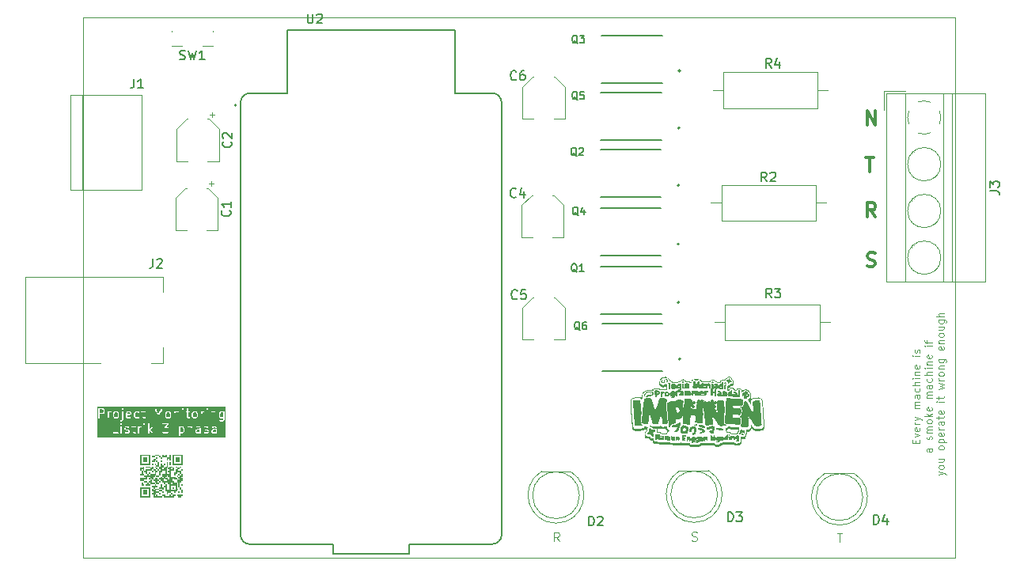
<source format=gbr>
%TF.GenerationSoftware,KiCad,Pcbnew,8.0.7*%
%TF.CreationDate,2025-06-01T16:35:16+09:00*%
%TF.ProjectId,ESP32 RST Monitoring,45535033-3220-4525-9354-204d6f6e6974,rev?*%
%TF.SameCoordinates,Original*%
%TF.FileFunction,Legend,Top*%
%TF.FilePolarity,Positive*%
%FSLAX46Y46*%
G04 Gerber Fmt 4.6, Leading zero omitted, Abs format (unit mm)*
G04 Created by KiCad (PCBNEW 8.0.7) date 2025-06-01 16:35:16*
%MOMM*%
%LPD*%
G01*
G04 APERTURE LIST*
%ADD10C,0.100000*%
%ADD11C,0.300000*%
%ADD12C,0.125000*%
%ADD13C,0.150000*%
%ADD14C,0.120000*%
%ADD15C,0.127000*%
%ADD16C,0.200000*%
%ADD17C,0.000000*%
G04 APERTURE END LIST*
D10*
X107924600Y-60655200D02*
X201218800Y-60655200D01*
X201218800Y-118491000D01*
X107924600Y-118491000D01*
X107924600Y-60655200D01*
D11*
X191821282Y-87257800D02*
X192035568Y-87329228D01*
X192035568Y-87329228D02*
X192392710Y-87329228D01*
X192392710Y-87329228D02*
X192535568Y-87257800D01*
X192535568Y-87257800D02*
X192606996Y-87186371D01*
X192606996Y-87186371D02*
X192678425Y-87043514D01*
X192678425Y-87043514D02*
X192678425Y-86900657D01*
X192678425Y-86900657D02*
X192606996Y-86757800D01*
X192606996Y-86757800D02*
X192535568Y-86686371D01*
X192535568Y-86686371D02*
X192392710Y-86614942D01*
X192392710Y-86614942D02*
X192106996Y-86543514D01*
X192106996Y-86543514D02*
X191964139Y-86472085D01*
X191964139Y-86472085D02*
X191892710Y-86400657D01*
X191892710Y-86400657D02*
X191821282Y-86257800D01*
X191821282Y-86257800D02*
X191821282Y-86114942D01*
X191821282Y-86114942D02*
X191892710Y-85972085D01*
X191892710Y-85972085D02*
X191964139Y-85900657D01*
X191964139Y-85900657D02*
X192106996Y-85829228D01*
X192106996Y-85829228D02*
X192464139Y-85829228D01*
X192464139Y-85829228D02*
X192678425Y-85900657D01*
D10*
X173052465Y-116639400D02*
X173195322Y-116687019D01*
X173195322Y-116687019D02*
X173433417Y-116687019D01*
X173433417Y-116687019D02*
X173528655Y-116639400D01*
X173528655Y-116639400D02*
X173576274Y-116591780D01*
X173576274Y-116591780D02*
X173623893Y-116496542D01*
X173623893Y-116496542D02*
X173623893Y-116401304D01*
X173623893Y-116401304D02*
X173576274Y-116306066D01*
X173576274Y-116306066D02*
X173528655Y-116258447D01*
X173528655Y-116258447D02*
X173433417Y-116210828D01*
X173433417Y-116210828D02*
X173242941Y-116163209D01*
X173242941Y-116163209D02*
X173147703Y-116115590D01*
X173147703Y-116115590D02*
X173100084Y-116067971D01*
X173100084Y-116067971D02*
X173052465Y-115972733D01*
X173052465Y-115972733D02*
X173052465Y-115877495D01*
X173052465Y-115877495D02*
X173100084Y-115782257D01*
X173100084Y-115782257D02*
X173147703Y-115734638D01*
X173147703Y-115734638D02*
X173242941Y-115687019D01*
X173242941Y-115687019D02*
X173481036Y-115687019D01*
X173481036Y-115687019D02*
X173623893Y-115734638D01*
X188578227Y-115814019D02*
X189149655Y-115814019D01*
X188863941Y-116814019D02*
X188863941Y-115814019D01*
X158863312Y-116737819D02*
X158529979Y-116261628D01*
X158291884Y-116737819D02*
X158291884Y-115737819D01*
X158291884Y-115737819D02*
X158672836Y-115737819D01*
X158672836Y-115737819D02*
X158768074Y-115785438D01*
X158768074Y-115785438D02*
X158815693Y-115833057D01*
X158815693Y-115833057D02*
X158863312Y-115928295D01*
X158863312Y-115928295D02*
X158863312Y-116071152D01*
X158863312Y-116071152D02*
X158815693Y-116166390D01*
X158815693Y-116166390D02*
X158768074Y-116214009D01*
X158768074Y-116214009D02*
X158672836Y-116261628D01*
X158672836Y-116261628D02*
X158291884Y-116261628D01*
D11*
X192699053Y-81969828D02*
X192199053Y-81255542D01*
X191841910Y-81969828D02*
X191841910Y-80469828D01*
X191841910Y-80469828D02*
X192413339Y-80469828D01*
X192413339Y-80469828D02*
X192556196Y-80541257D01*
X192556196Y-80541257D02*
X192627625Y-80612685D01*
X192627625Y-80612685D02*
X192699053Y-80755542D01*
X192699053Y-80755542D02*
X192699053Y-80969828D01*
X192699053Y-80969828D02*
X192627625Y-81112685D01*
X192627625Y-81112685D02*
X192556196Y-81184114D01*
X192556196Y-81184114D02*
X192413339Y-81255542D01*
X192413339Y-81255542D02*
X191841910Y-81255542D01*
X191627625Y-75618428D02*
X192484768Y-75618428D01*
X192056196Y-77118428D02*
X192056196Y-75618428D01*
X191841910Y-72165428D02*
X191841910Y-70665428D01*
X191841910Y-70665428D02*
X192699053Y-72165428D01*
X192699053Y-72165428D02*
X192699053Y-70665428D01*
D12*
X197027237Y-106209438D02*
X197027237Y-105942772D01*
X197446285Y-105828486D02*
X197446285Y-106209438D01*
X197446285Y-106209438D02*
X196646285Y-106209438D01*
X196646285Y-106209438D02*
X196646285Y-105828486D01*
X196912951Y-105561819D02*
X197446285Y-105371343D01*
X197446285Y-105371343D02*
X196912951Y-105180866D01*
X197408190Y-104571342D02*
X197446285Y-104647533D01*
X197446285Y-104647533D02*
X197446285Y-104799914D01*
X197446285Y-104799914D02*
X197408190Y-104876104D01*
X197408190Y-104876104D02*
X197331999Y-104914200D01*
X197331999Y-104914200D02*
X197027237Y-104914200D01*
X197027237Y-104914200D02*
X196951047Y-104876104D01*
X196951047Y-104876104D02*
X196912951Y-104799914D01*
X196912951Y-104799914D02*
X196912951Y-104647533D01*
X196912951Y-104647533D02*
X196951047Y-104571342D01*
X196951047Y-104571342D02*
X197027237Y-104533247D01*
X197027237Y-104533247D02*
X197103428Y-104533247D01*
X197103428Y-104533247D02*
X197179618Y-104914200D01*
X197446285Y-104190390D02*
X196912951Y-104190390D01*
X197065332Y-104190390D02*
X196989142Y-104152295D01*
X196989142Y-104152295D02*
X196951047Y-104114200D01*
X196951047Y-104114200D02*
X196912951Y-104038009D01*
X196912951Y-104038009D02*
X196912951Y-103961819D01*
X196912951Y-103771343D02*
X197446285Y-103580867D01*
X196912951Y-103390390D02*
X197446285Y-103580867D01*
X197446285Y-103580867D02*
X197636761Y-103657057D01*
X197636761Y-103657057D02*
X197674856Y-103695152D01*
X197674856Y-103695152D02*
X197712951Y-103771343D01*
X197446285Y-102476104D02*
X196912951Y-102476104D01*
X196989142Y-102476104D02*
X196951047Y-102438009D01*
X196951047Y-102438009D02*
X196912951Y-102361819D01*
X196912951Y-102361819D02*
X196912951Y-102247533D01*
X196912951Y-102247533D02*
X196951047Y-102171342D01*
X196951047Y-102171342D02*
X197027237Y-102133247D01*
X197027237Y-102133247D02*
X197446285Y-102133247D01*
X197027237Y-102133247D02*
X196951047Y-102095152D01*
X196951047Y-102095152D02*
X196912951Y-102018961D01*
X196912951Y-102018961D02*
X196912951Y-101904676D01*
X196912951Y-101904676D02*
X196951047Y-101828485D01*
X196951047Y-101828485D02*
X197027237Y-101790390D01*
X197027237Y-101790390D02*
X197446285Y-101790390D01*
X197446285Y-101066580D02*
X197027237Y-101066580D01*
X197027237Y-101066580D02*
X196951047Y-101104675D01*
X196951047Y-101104675D02*
X196912951Y-101180866D01*
X196912951Y-101180866D02*
X196912951Y-101333247D01*
X196912951Y-101333247D02*
X196951047Y-101409437D01*
X197408190Y-101066580D02*
X197446285Y-101142771D01*
X197446285Y-101142771D02*
X197446285Y-101333247D01*
X197446285Y-101333247D02*
X197408190Y-101409437D01*
X197408190Y-101409437D02*
X197331999Y-101447533D01*
X197331999Y-101447533D02*
X197255809Y-101447533D01*
X197255809Y-101447533D02*
X197179618Y-101409437D01*
X197179618Y-101409437D02*
X197141523Y-101333247D01*
X197141523Y-101333247D02*
X197141523Y-101142771D01*
X197141523Y-101142771D02*
X197103428Y-101066580D01*
X197408190Y-100342770D02*
X197446285Y-100418961D01*
X197446285Y-100418961D02*
X197446285Y-100571342D01*
X197446285Y-100571342D02*
X197408190Y-100647532D01*
X197408190Y-100647532D02*
X197370094Y-100685627D01*
X197370094Y-100685627D02*
X197293904Y-100723723D01*
X197293904Y-100723723D02*
X197065332Y-100723723D01*
X197065332Y-100723723D02*
X196989142Y-100685627D01*
X196989142Y-100685627D02*
X196951047Y-100647532D01*
X196951047Y-100647532D02*
X196912951Y-100571342D01*
X196912951Y-100571342D02*
X196912951Y-100418961D01*
X196912951Y-100418961D02*
X196951047Y-100342770D01*
X197446285Y-99999913D02*
X196646285Y-99999913D01*
X197446285Y-99657056D02*
X197027237Y-99657056D01*
X197027237Y-99657056D02*
X196951047Y-99695151D01*
X196951047Y-99695151D02*
X196912951Y-99771342D01*
X196912951Y-99771342D02*
X196912951Y-99885628D01*
X196912951Y-99885628D02*
X196951047Y-99961818D01*
X196951047Y-99961818D02*
X196989142Y-99999913D01*
X197446285Y-99276103D02*
X196912951Y-99276103D01*
X196646285Y-99276103D02*
X196684380Y-99314199D01*
X196684380Y-99314199D02*
X196722475Y-99276103D01*
X196722475Y-99276103D02*
X196684380Y-99238008D01*
X196684380Y-99238008D02*
X196646285Y-99276103D01*
X196646285Y-99276103D02*
X196722475Y-99276103D01*
X196912951Y-98895151D02*
X197446285Y-98895151D01*
X196989142Y-98895151D02*
X196951047Y-98857056D01*
X196951047Y-98857056D02*
X196912951Y-98780866D01*
X196912951Y-98780866D02*
X196912951Y-98666580D01*
X196912951Y-98666580D02*
X196951047Y-98590389D01*
X196951047Y-98590389D02*
X197027237Y-98552294D01*
X197027237Y-98552294D02*
X197446285Y-98552294D01*
X197408190Y-97866579D02*
X197446285Y-97942770D01*
X197446285Y-97942770D02*
X197446285Y-98095151D01*
X197446285Y-98095151D02*
X197408190Y-98171341D01*
X197408190Y-98171341D02*
X197331999Y-98209437D01*
X197331999Y-98209437D02*
X197027237Y-98209437D01*
X197027237Y-98209437D02*
X196951047Y-98171341D01*
X196951047Y-98171341D02*
X196912951Y-98095151D01*
X196912951Y-98095151D02*
X196912951Y-97942770D01*
X196912951Y-97942770D02*
X196951047Y-97866579D01*
X196951047Y-97866579D02*
X197027237Y-97828484D01*
X197027237Y-97828484D02*
X197103428Y-97828484D01*
X197103428Y-97828484D02*
X197179618Y-98209437D01*
X197446285Y-96876103D02*
X196912951Y-96876103D01*
X196646285Y-96876103D02*
X196684380Y-96914199D01*
X196684380Y-96914199D02*
X196722475Y-96876103D01*
X196722475Y-96876103D02*
X196684380Y-96838008D01*
X196684380Y-96838008D02*
X196646285Y-96876103D01*
X196646285Y-96876103D02*
X196722475Y-96876103D01*
X197408190Y-96533247D02*
X197446285Y-96457056D01*
X197446285Y-96457056D02*
X197446285Y-96304675D01*
X197446285Y-96304675D02*
X197408190Y-96228485D01*
X197408190Y-96228485D02*
X197331999Y-96190389D01*
X197331999Y-96190389D02*
X197293904Y-96190389D01*
X197293904Y-96190389D02*
X197217713Y-96228485D01*
X197217713Y-96228485D02*
X197179618Y-96304675D01*
X197179618Y-96304675D02*
X197179618Y-96418961D01*
X197179618Y-96418961D02*
X197141523Y-96495151D01*
X197141523Y-96495151D02*
X197065332Y-96533247D01*
X197065332Y-96533247D02*
X197027237Y-96533247D01*
X197027237Y-96533247D02*
X196951047Y-96495151D01*
X196951047Y-96495151D02*
X196912951Y-96418961D01*
X196912951Y-96418961D02*
X196912951Y-96304675D01*
X196912951Y-96304675D02*
X196951047Y-96228485D01*
X198734240Y-106761819D02*
X198315192Y-106761819D01*
X198315192Y-106761819D02*
X198239002Y-106799914D01*
X198239002Y-106799914D02*
X198200906Y-106876105D01*
X198200906Y-106876105D02*
X198200906Y-107028486D01*
X198200906Y-107028486D02*
X198239002Y-107104676D01*
X198696145Y-106761819D02*
X198734240Y-106838010D01*
X198734240Y-106838010D02*
X198734240Y-107028486D01*
X198734240Y-107028486D02*
X198696145Y-107104676D01*
X198696145Y-107104676D02*
X198619954Y-107142772D01*
X198619954Y-107142772D02*
X198543764Y-107142772D01*
X198543764Y-107142772D02*
X198467573Y-107104676D01*
X198467573Y-107104676D02*
X198429478Y-107028486D01*
X198429478Y-107028486D02*
X198429478Y-106838010D01*
X198429478Y-106838010D02*
X198391383Y-106761819D01*
X198696145Y-105809438D02*
X198734240Y-105733247D01*
X198734240Y-105733247D02*
X198734240Y-105580866D01*
X198734240Y-105580866D02*
X198696145Y-105504676D01*
X198696145Y-105504676D02*
X198619954Y-105466580D01*
X198619954Y-105466580D02*
X198581859Y-105466580D01*
X198581859Y-105466580D02*
X198505668Y-105504676D01*
X198505668Y-105504676D02*
X198467573Y-105580866D01*
X198467573Y-105580866D02*
X198467573Y-105695152D01*
X198467573Y-105695152D02*
X198429478Y-105771342D01*
X198429478Y-105771342D02*
X198353287Y-105809438D01*
X198353287Y-105809438D02*
X198315192Y-105809438D01*
X198315192Y-105809438D02*
X198239002Y-105771342D01*
X198239002Y-105771342D02*
X198200906Y-105695152D01*
X198200906Y-105695152D02*
X198200906Y-105580866D01*
X198200906Y-105580866D02*
X198239002Y-105504676D01*
X198734240Y-105123723D02*
X198200906Y-105123723D01*
X198277097Y-105123723D02*
X198239002Y-105085628D01*
X198239002Y-105085628D02*
X198200906Y-105009438D01*
X198200906Y-105009438D02*
X198200906Y-104895152D01*
X198200906Y-104895152D02*
X198239002Y-104818961D01*
X198239002Y-104818961D02*
X198315192Y-104780866D01*
X198315192Y-104780866D02*
X198734240Y-104780866D01*
X198315192Y-104780866D02*
X198239002Y-104742771D01*
X198239002Y-104742771D02*
X198200906Y-104666580D01*
X198200906Y-104666580D02*
X198200906Y-104552295D01*
X198200906Y-104552295D02*
X198239002Y-104476104D01*
X198239002Y-104476104D02*
X198315192Y-104438009D01*
X198315192Y-104438009D02*
X198734240Y-104438009D01*
X198734240Y-103942771D02*
X198696145Y-104018961D01*
X198696145Y-104018961D02*
X198658049Y-104057056D01*
X198658049Y-104057056D02*
X198581859Y-104095152D01*
X198581859Y-104095152D02*
X198353287Y-104095152D01*
X198353287Y-104095152D02*
X198277097Y-104057056D01*
X198277097Y-104057056D02*
X198239002Y-104018961D01*
X198239002Y-104018961D02*
X198200906Y-103942771D01*
X198200906Y-103942771D02*
X198200906Y-103828485D01*
X198200906Y-103828485D02*
X198239002Y-103752294D01*
X198239002Y-103752294D02*
X198277097Y-103714199D01*
X198277097Y-103714199D02*
X198353287Y-103676104D01*
X198353287Y-103676104D02*
X198581859Y-103676104D01*
X198581859Y-103676104D02*
X198658049Y-103714199D01*
X198658049Y-103714199D02*
X198696145Y-103752294D01*
X198696145Y-103752294D02*
X198734240Y-103828485D01*
X198734240Y-103828485D02*
X198734240Y-103942771D01*
X198734240Y-103333246D02*
X197934240Y-103333246D01*
X198429478Y-103257056D02*
X198734240Y-103028484D01*
X198200906Y-103028484D02*
X198505668Y-103333246D01*
X198696145Y-102380865D02*
X198734240Y-102457056D01*
X198734240Y-102457056D02*
X198734240Y-102609437D01*
X198734240Y-102609437D02*
X198696145Y-102685627D01*
X198696145Y-102685627D02*
X198619954Y-102723723D01*
X198619954Y-102723723D02*
X198315192Y-102723723D01*
X198315192Y-102723723D02*
X198239002Y-102685627D01*
X198239002Y-102685627D02*
X198200906Y-102609437D01*
X198200906Y-102609437D02*
X198200906Y-102457056D01*
X198200906Y-102457056D02*
X198239002Y-102380865D01*
X198239002Y-102380865D02*
X198315192Y-102342770D01*
X198315192Y-102342770D02*
X198391383Y-102342770D01*
X198391383Y-102342770D02*
X198467573Y-102723723D01*
X198734240Y-101390389D02*
X198200906Y-101390389D01*
X198277097Y-101390389D02*
X198239002Y-101352294D01*
X198239002Y-101352294D02*
X198200906Y-101276104D01*
X198200906Y-101276104D02*
X198200906Y-101161818D01*
X198200906Y-101161818D02*
X198239002Y-101085627D01*
X198239002Y-101085627D02*
X198315192Y-101047532D01*
X198315192Y-101047532D02*
X198734240Y-101047532D01*
X198315192Y-101047532D02*
X198239002Y-101009437D01*
X198239002Y-101009437D02*
X198200906Y-100933246D01*
X198200906Y-100933246D02*
X198200906Y-100818961D01*
X198200906Y-100818961D02*
X198239002Y-100742770D01*
X198239002Y-100742770D02*
X198315192Y-100704675D01*
X198315192Y-100704675D02*
X198734240Y-100704675D01*
X198734240Y-99980865D02*
X198315192Y-99980865D01*
X198315192Y-99980865D02*
X198239002Y-100018960D01*
X198239002Y-100018960D02*
X198200906Y-100095151D01*
X198200906Y-100095151D02*
X198200906Y-100247532D01*
X198200906Y-100247532D02*
X198239002Y-100323722D01*
X198696145Y-99980865D02*
X198734240Y-100057056D01*
X198734240Y-100057056D02*
X198734240Y-100247532D01*
X198734240Y-100247532D02*
X198696145Y-100323722D01*
X198696145Y-100323722D02*
X198619954Y-100361818D01*
X198619954Y-100361818D02*
X198543764Y-100361818D01*
X198543764Y-100361818D02*
X198467573Y-100323722D01*
X198467573Y-100323722D02*
X198429478Y-100247532D01*
X198429478Y-100247532D02*
X198429478Y-100057056D01*
X198429478Y-100057056D02*
X198391383Y-99980865D01*
X198696145Y-99257055D02*
X198734240Y-99333246D01*
X198734240Y-99333246D02*
X198734240Y-99485627D01*
X198734240Y-99485627D02*
X198696145Y-99561817D01*
X198696145Y-99561817D02*
X198658049Y-99599912D01*
X198658049Y-99599912D02*
X198581859Y-99638008D01*
X198581859Y-99638008D02*
X198353287Y-99638008D01*
X198353287Y-99638008D02*
X198277097Y-99599912D01*
X198277097Y-99599912D02*
X198239002Y-99561817D01*
X198239002Y-99561817D02*
X198200906Y-99485627D01*
X198200906Y-99485627D02*
X198200906Y-99333246D01*
X198200906Y-99333246D02*
X198239002Y-99257055D01*
X198734240Y-98914198D02*
X197934240Y-98914198D01*
X198734240Y-98571341D02*
X198315192Y-98571341D01*
X198315192Y-98571341D02*
X198239002Y-98609436D01*
X198239002Y-98609436D02*
X198200906Y-98685627D01*
X198200906Y-98685627D02*
X198200906Y-98799913D01*
X198200906Y-98799913D02*
X198239002Y-98876103D01*
X198239002Y-98876103D02*
X198277097Y-98914198D01*
X198734240Y-98190388D02*
X198200906Y-98190388D01*
X197934240Y-98190388D02*
X197972335Y-98228484D01*
X197972335Y-98228484D02*
X198010430Y-98190388D01*
X198010430Y-98190388D02*
X197972335Y-98152293D01*
X197972335Y-98152293D02*
X197934240Y-98190388D01*
X197934240Y-98190388D02*
X198010430Y-98190388D01*
X198200906Y-97809436D02*
X198734240Y-97809436D01*
X198277097Y-97809436D02*
X198239002Y-97771341D01*
X198239002Y-97771341D02*
X198200906Y-97695151D01*
X198200906Y-97695151D02*
X198200906Y-97580865D01*
X198200906Y-97580865D02*
X198239002Y-97504674D01*
X198239002Y-97504674D02*
X198315192Y-97466579D01*
X198315192Y-97466579D02*
X198734240Y-97466579D01*
X198696145Y-96780864D02*
X198734240Y-96857055D01*
X198734240Y-96857055D02*
X198734240Y-97009436D01*
X198734240Y-97009436D02*
X198696145Y-97085626D01*
X198696145Y-97085626D02*
X198619954Y-97123722D01*
X198619954Y-97123722D02*
X198315192Y-97123722D01*
X198315192Y-97123722D02*
X198239002Y-97085626D01*
X198239002Y-97085626D02*
X198200906Y-97009436D01*
X198200906Y-97009436D02*
X198200906Y-96857055D01*
X198200906Y-96857055D02*
X198239002Y-96780864D01*
X198239002Y-96780864D02*
X198315192Y-96742769D01*
X198315192Y-96742769D02*
X198391383Y-96742769D01*
X198391383Y-96742769D02*
X198467573Y-97123722D01*
X198734240Y-95790388D02*
X198200906Y-95790388D01*
X197934240Y-95790388D02*
X197972335Y-95828484D01*
X197972335Y-95828484D02*
X198010430Y-95790388D01*
X198010430Y-95790388D02*
X197972335Y-95752293D01*
X197972335Y-95752293D02*
X197934240Y-95790388D01*
X197934240Y-95790388D02*
X198010430Y-95790388D01*
X198200906Y-95523722D02*
X198200906Y-95218960D01*
X198734240Y-95409436D02*
X198048525Y-95409436D01*
X198048525Y-95409436D02*
X197972335Y-95371341D01*
X197972335Y-95371341D02*
X197934240Y-95295151D01*
X197934240Y-95295151D02*
X197934240Y-95218960D01*
X199488861Y-109618964D02*
X200022195Y-109428488D01*
X199488861Y-109238011D02*
X200022195Y-109428488D01*
X200022195Y-109428488D02*
X200212671Y-109504678D01*
X200212671Y-109504678D02*
X200250766Y-109542773D01*
X200250766Y-109542773D02*
X200288861Y-109618964D01*
X200022195Y-108818964D02*
X199984100Y-108895154D01*
X199984100Y-108895154D02*
X199946004Y-108933249D01*
X199946004Y-108933249D02*
X199869814Y-108971345D01*
X199869814Y-108971345D02*
X199641242Y-108971345D01*
X199641242Y-108971345D02*
X199565052Y-108933249D01*
X199565052Y-108933249D02*
X199526957Y-108895154D01*
X199526957Y-108895154D02*
X199488861Y-108818964D01*
X199488861Y-108818964D02*
X199488861Y-108704678D01*
X199488861Y-108704678D02*
X199526957Y-108628487D01*
X199526957Y-108628487D02*
X199565052Y-108590392D01*
X199565052Y-108590392D02*
X199641242Y-108552297D01*
X199641242Y-108552297D02*
X199869814Y-108552297D01*
X199869814Y-108552297D02*
X199946004Y-108590392D01*
X199946004Y-108590392D02*
X199984100Y-108628487D01*
X199984100Y-108628487D02*
X200022195Y-108704678D01*
X200022195Y-108704678D02*
X200022195Y-108818964D01*
X199488861Y-107866582D02*
X200022195Y-107866582D01*
X199488861Y-108209439D02*
X199907909Y-108209439D01*
X199907909Y-108209439D02*
X199984100Y-108171344D01*
X199984100Y-108171344D02*
X200022195Y-108095154D01*
X200022195Y-108095154D02*
X200022195Y-107980868D01*
X200022195Y-107980868D02*
X199984100Y-107904677D01*
X199984100Y-107904677D02*
X199946004Y-107866582D01*
X200022195Y-106761820D02*
X199984100Y-106838010D01*
X199984100Y-106838010D02*
X199946004Y-106876105D01*
X199946004Y-106876105D02*
X199869814Y-106914201D01*
X199869814Y-106914201D02*
X199641242Y-106914201D01*
X199641242Y-106914201D02*
X199565052Y-106876105D01*
X199565052Y-106876105D02*
X199526957Y-106838010D01*
X199526957Y-106838010D02*
X199488861Y-106761820D01*
X199488861Y-106761820D02*
X199488861Y-106647534D01*
X199488861Y-106647534D02*
X199526957Y-106571343D01*
X199526957Y-106571343D02*
X199565052Y-106533248D01*
X199565052Y-106533248D02*
X199641242Y-106495153D01*
X199641242Y-106495153D02*
X199869814Y-106495153D01*
X199869814Y-106495153D02*
X199946004Y-106533248D01*
X199946004Y-106533248D02*
X199984100Y-106571343D01*
X199984100Y-106571343D02*
X200022195Y-106647534D01*
X200022195Y-106647534D02*
X200022195Y-106761820D01*
X199488861Y-106152295D02*
X200288861Y-106152295D01*
X199526957Y-106152295D02*
X199488861Y-106076105D01*
X199488861Y-106076105D02*
X199488861Y-105923724D01*
X199488861Y-105923724D02*
X199526957Y-105847533D01*
X199526957Y-105847533D02*
X199565052Y-105809438D01*
X199565052Y-105809438D02*
X199641242Y-105771343D01*
X199641242Y-105771343D02*
X199869814Y-105771343D01*
X199869814Y-105771343D02*
X199946004Y-105809438D01*
X199946004Y-105809438D02*
X199984100Y-105847533D01*
X199984100Y-105847533D02*
X200022195Y-105923724D01*
X200022195Y-105923724D02*
X200022195Y-106076105D01*
X200022195Y-106076105D02*
X199984100Y-106152295D01*
X199984100Y-105123723D02*
X200022195Y-105199914D01*
X200022195Y-105199914D02*
X200022195Y-105352295D01*
X200022195Y-105352295D02*
X199984100Y-105428485D01*
X199984100Y-105428485D02*
X199907909Y-105466581D01*
X199907909Y-105466581D02*
X199603147Y-105466581D01*
X199603147Y-105466581D02*
X199526957Y-105428485D01*
X199526957Y-105428485D02*
X199488861Y-105352295D01*
X199488861Y-105352295D02*
X199488861Y-105199914D01*
X199488861Y-105199914D02*
X199526957Y-105123723D01*
X199526957Y-105123723D02*
X199603147Y-105085628D01*
X199603147Y-105085628D02*
X199679338Y-105085628D01*
X199679338Y-105085628D02*
X199755528Y-105466581D01*
X200022195Y-104742771D02*
X199488861Y-104742771D01*
X199641242Y-104742771D02*
X199565052Y-104704676D01*
X199565052Y-104704676D02*
X199526957Y-104666581D01*
X199526957Y-104666581D02*
X199488861Y-104590390D01*
X199488861Y-104590390D02*
X199488861Y-104514200D01*
X200022195Y-103904676D02*
X199603147Y-103904676D01*
X199603147Y-103904676D02*
X199526957Y-103942771D01*
X199526957Y-103942771D02*
X199488861Y-104018962D01*
X199488861Y-104018962D02*
X199488861Y-104171343D01*
X199488861Y-104171343D02*
X199526957Y-104247533D01*
X199984100Y-103904676D02*
X200022195Y-103980867D01*
X200022195Y-103980867D02*
X200022195Y-104171343D01*
X200022195Y-104171343D02*
X199984100Y-104247533D01*
X199984100Y-104247533D02*
X199907909Y-104285629D01*
X199907909Y-104285629D02*
X199831719Y-104285629D01*
X199831719Y-104285629D02*
X199755528Y-104247533D01*
X199755528Y-104247533D02*
X199717433Y-104171343D01*
X199717433Y-104171343D02*
X199717433Y-103980867D01*
X199717433Y-103980867D02*
X199679338Y-103904676D01*
X199488861Y-103638009D02*
X199488861Y-103333247D01*
X199222195Y-103523723D02*
X199907909Y-103523723D01*
X199907909Y-103523723D02*
X199984100Y-103485628D01*
X199984100Y-103485628D02*
X200022195Y-103409438D01*
X200022195Y-103409438D02*
X200022195Y-103333247D01*
X199984100Y-102761818D02*
X200022195Y-102838009D01*
X200022195Y-102838009D02*
X200022195Y-102990390D01*
X200022195Y-102990390D02*
X199984100Y-103066580D01*
X199984100Y-103066580D02*
X199907909Y-103104676D01*
X199907909Y-103104676D02*
X199603147Y-103104676D01*
X199603147Y-103104676D02*
X199526957Y-103066580D01*
X199526957Y-103066580D02*
X199488861Y-102990390D01*
X199488861Y-102990390D02*
X199488861Y-102838009D01*
X199488861Y-102838009D02*
X199526957Y-102761818D01*
X199526957Y-102761818D02*
X199603147Y-102723723D01*
X199603147Y-102723723D02*
X199679338Y-102723723D01*
X199679338Y-102723723D02*
X199755528Y-103104676D01*
X200022195Y-101771342D02*
X199488861Y-101771342D01*
X199222195Y-101771342D02*
X199260290Y-101809438D01*
X199260290Y-101809438D02*
X199298385Y-101771342D01*
X199298385Y-101771342D02*
X199260290Y-101733247D01*
X199260290Y-101733247D02*
X199222195Y-101771342D01*
X199222195Y-101771342D02*
X199298385Y-101771342D01*
X199488861Y-101504676D02*
X199488861Y-101199914D01*
X199222195Y-101390390D02*
X199907909Y-101390390D01*
X199907909Y-101390390D02*
X199984100Y-101352295D01*
X199984100Y-101352295D02*
X200022195Y-101276105D01*
X200022195Y-101276105D02*
X200022195Y-101199914D01*
X199488861Y-100399914D02*
X200022195Y-100247533D01*
X200022195Y-100247533D02*
X199641242Y-100095152D01*
X199641242Y-100095152D02*
X200022195Y-99942771D01*
X200022195Y-99942771D02*
X199488861Y-99790390D01*
X200022195Y-99485628D02*
X199488861Y-99485628D01*
X199641242Y-99485628D02*
X199565052Y-99447533D01*
X199565052Y-99447533D02*
X199526957Y-99409438D01*
X199526957Y-99409438D02*
X199488861Y-99333247D01*
X199488861Y-99333247D02*
X199488861Y-99257057D01*
X200022195Y-98876105D02*
X199984100Y-98952295D01*
X199984100Y-98952295D02*
X199946004Y-98990390D01*
X199946004Y-98990390D02*
X199869814Y-99028486D01*
X199869814Y-99028486D02*
X199641242Y-99028486D01*
X199641242Y-99028486D02*
X199565052Y-98990390D01*
X199565052Y-98990390D02*
X199526957Y-98952295D01*
X199526957Y-98952295D02*
X199488861Y-98876105D01*
X199488861Y-98876105D02*
X199488861Y-98761819D01*
X199488861Y-98761819D02*
X199526957Y-98685628D01*
X199526957Y-98685628D02*
X199565052Y-98647533D01*
X199565052Y-98647533D02*
X199641242Y-98609438D01*
X199641242Y-98609438D02*
X199869814Y-98609438D01*
X199869814Y-98609438D02*
X199946004Y-98647533D01*
X199946004Y-98647533D02*
X199984100Y-98685628D01*
X199984100Y-98685628D02*
X200022195Y-98761819D01*
X200022195Y-98761819D02*
X200022195Y-98876105D01*
X199488861Y-98266580D02*
X200022195Y-98266580D01*
X199565052Y-98266580D02*
X199526957Y-98228485D01*
X199526957Y-98228485D02*
X199488861Y-98152295D01*
X199488861Y-98152295D02*
X199488861Y-98038009D01*
X199488861Y-98038009D02*
X199526957Y-97961818D01*
X199526957Y-97961818D02*
X199603147Y-97923723D01*
X199603147Y-97923723D02*
X200022195Y-97923723D01*
X199488861Y-97199913D02*
X200136480Y-97199913D01*
X200136480Y-97199913D02*
X200212671Y-97238008D01*
X200212671Y-97238008D02*
X200250766Y-97276104D01*
X200250766Y-97276104D02*
X200288861Y-97352294D01*
X200288861Y-97352294D02*
X200288861Y-97466580D01*
X200288861Y-97466580D02*
X200250766Y-97542770D01*
X199984100Y-97199913D02*
X200022195Y-97276104D01*
X200022195Y-97276104D02*
X200022195Y-97428485D01*
X200022195Y-97428485D02*
X199984100Y-97504675D01*
X199984100Y-97504675D02*
X199946004Y-97542770D01*
X199946004Y-97542770D02*
X199869814Y-97580866D01*
X199869814Y-97580866D02*
X199641242Y-97580866D01*
X199641242Y-97580866D02*
X199565052Y-97542770D01*
X199565052Y-97542770D02*
X199526957Y-97504675D01*
X199526957Y-97504675D02*
X199488861Y-97428485D01*
X199488861Y-97428485D02*
X199488861Y-97276104D01*
X199488861Y-97276104D02*
X199526957Y-97199913D01*
X199984100Y-95904674D02*
X200022195Y-95980865D01*
X200022195Y-95980865D02*
X200022195Y-96133246D01*
X200022195Y-96133246D02*
X199984100Y-96209436D01*
X199984100Y-96209436D02*
X199907909Y-96247532D01*
X199907909Y-96247532D02*
X199603147Y-96247532D01*
X199603147Y-96247532D02*
X199526957Y-96209436D01*
X199526957Y-96209436D02*
X199488861Y-96133246D01*
X199488861Y-96133246D02*
X199488861Y-95980865D01*
X199488861Y-95980865D02*
X199526957Y-95904674D01*
X199526957Y-95904674D02*
X199603147Y-95866579D01*
X199603147Y-95866579D02*
X199679338Y-95866579D01*
X199679338Y-95866579D02*
X199755528Y-96247532D01*
X199488861Y-95523722D02*
X200022195Y-95523722D01*
X199565052Y-95523722D02*
X199526957Y-95485627D01*
X199526957Y-95485627D02*
X199488861Y-95409437D01*
X199488861Y-95409437D02*
X199488861Y-95295151D01*
X199488861Y-95295151D02*
X199526957Y-95218960D01*
X199526957Y-95218960D02*
X199603147Y-95180865D01*
X199603147Y-95180865D02*
X200022195Y-95180865D01*
X200022195Y-94685627D02*
X199984100Y-94761817D01*
X199984100Y-94761817D02*
X199946004Y-94799912D01*
X199946004Y-94799912D02*
X199869814Y-94838008D01*
X199869814Y-94838008D02*
X199641242Y-94838008D01*
X199641242Y-94838008D02*
X199565052Y-94799912D01*
X199565052Y-94799912D02*
X199526957Y-94761817D01*
X199526957Y-94761817D02*
X199488861Y-94685627D01*
X199488861Y-94685627D02*
X199488861Y-94571341D01*
X199488861Y-94571341D02*
X199526957Y-94495150D01*
X199526957Y-94495150D02*
X199565052Y-94457055D01*
X199565052Y-94457055D02*
X199641242Y-94418960D01*
X199641242Y-94418960D02*
X199869814Y-94418960D01*
X199869814Y-94418960D02*
X199946004Y-94457055D01*
X199946004Y-94457055D02*
X199984100Y-94495150D01*
X199984100Y-94495150D02*
X200022195Y-94571341D01*
X200022195Y-94571341D02*
X200022195Y-94685627D01*
X199488861Y-93733245D02*
X200022195Y-93733245D01*
X199488861Y-94076102D02*
X199907909Y-94076102D01*
X199907909Y-94076102D02*
X199984100Y-94038007D01*
X199984100Y-94038007D02*
X200022195Y-93961817D01*
X200022195Y-93961817D02*
X200022195Y-93847531D01*
X200022195Y-93847531D02*
X199984100Y-93771340D01*
X199984100Y-93771340D02*
X199946004Y-93733245D01*
X199488861Y-93009435D02*
X200136480Y-93009435D01*
X200136480Y-93009435D02*
X200212671Y-93047530D01*
X200212671Y-93047530D02*
X200250766Y-93085626D01*
X200250766Y-93085626D02*
X200288861Y-93161816D01*
X200288861Y-93161816D02*
X200288861Y-93276102D01*
X200288861Y-93276102D02*
X200250766Y-93352292D01*
X199984100Y-93009435D02*
X200022195Y-93085626D01*
X200022195Y-93085626D02*
X200022195Y-93238007D01*
X200022195Y-93238007D02*
X199984100Y-93314197D01*
X199984100Y-93314197D02*
X199946004Y-93352292D01*
X199946004Y-93352292D02*
X199869814Y-93390388D01*
X199869814Y-93390388D02*
X199641242Y-93390388D01*
X199641242Y-93390388D02*
X199565052Y-93352292D01*
X199565052Y-93352292D02*
X199526957Y-93314197D01*
X199526957Y-93314197D02*
X199488861Y-93238007D01*
X199488861Y-93238007D02*
X199488861Y-93085626D01*
X199488861Y-93085626D02*
X199526957Y-93009435D01*
X200022195Y-92628482D02*
X199222195Y-92628482D01*
X200022195Y-92285625D02*
X199603147Y-92285625D01*
X199603147Y-92285625D02*
X199526957Y-92323720D01*
X199526957Y-92323720D02*
X199488861Y-92399911D01*
X199488861Y-92399911D02*
X199488861Y-92514197D01*
X199488861Y-92514197D02*
X199526957Y-92590387D01*
X199526957Y-92590387D02*
X199565052Y-92628482D01*
G36*
X118579150Y-104546982D02*
G01*
X118612423Y-104580255D01*
X118648909Y-104653227D01*
X118648909Y-104909431D01*
X118612423Y-104982401D01*
X118579147Y-105015678D01*
X118506178Y-105052163D01*
X118345212Y-105052163D01*
X118297719Y-105028416D01*
X118297719Y-104534242D01*
X118345212Y-104510496D01*
X118506178Y-104510496D01*
X118579150Y-104546982D01*
G37*
G36*
X120410814Y-105028416D02*
G01*
X120363321Y-105052163D01*
X120154736Y-105052163D01*
X120091328Y-105020459D01*
X120059624Y-104957050D01*
X120059624Y-104891322D01*
X120091328Y-104827914D01*
X120154736Y-104796210D01*
X120378076Y-104796210D01*
X120381147Y-104795599D01*
X120382506Y-104796052D01*
X120392166Y-104793406D01*
X120401994Y-104791452D01*
X120403007Y-104790438D01*
X120406027Y-104789612D01*
X120410814Y-104787218D01*
X120410814Y-105028416D01*
G37*
G36*
X122125100Y-105028416D02*
G01*
X122077607Y-105052163D01*
X121869022Y-105052163D01*
X121805614Y-105020459D01*
X121773910Y-104957050D01*
X121773910Y-104891322D01*
X121805614Y-104827914D01*
X121869022Y-104796210D01*
X122092362Y-104796210D01*
X122095433Y-104795599D01*
X122096792Y-104796052D01*
X122106452Y-104793406D01*
X122116280Y-104791452D01*
X122117293Y-104790438D01*
X122120313Y-104789612D01*
X122125100Y-104787218D01*
X122125100Y-105028416D01*
G37*
G36*
X122934624Y-102924298D02*
G01*
X122934624Y-103418472D01*
X122887131Y-103442219D01*
X122726165Y-103442219D01*
X122653195Y-103405734D01*
X122619919Y-103372457D01*
X122583434Y-103299487D01*
X122583434Y-103043283D01*
X122619920Y-102970311D01*
X122653193Y-102937038D01*
X122726165Y-102900552D01*
X122887131Y-102900552D01*
X122934624Y-102924298D01*
G37*
G36*
X111579150Y-102937038D02*
G01*
X111612423Y-102970311D01*
X111648909Y-103043283D01*
X111648909Y-103299487D01*
X111612423Y-103372457D01*
X111579147Y-103405734D01*
X111506178Y-103442219D01*
X111392831Y-103442219D01*
X111319861Y-103405734D01*
X111286585Y-103372457D01*
X111250100Y-103299487D01*
X111250100Y-103043283D01*
X111286586Y-102970311D01*
X111319859Y-102937038D01*
X111392831Y-102900552D01*
X111506178Y-102900552D01*
X111579150Y-102937038D01*
G37*
G36*
X112950538Y-102932256D02*
G01*
X112982242Y-102995664D01*
X112982242Y-103024909D01*
X112631052Y-103095147D01*
X112631052Y-102995664D01*
X112662756Y-102932256D01*
X112726164Y-102900552D01*
X112887130Y-102900552D01*
X112950538Y-102932256D01*
G37*
G36*
X117150579Y-102937038D02*
G01*
X117183852Y-102970311D01*
X117220338Y-103043283D01*
X117220338Y-103299487D01*
X117183852Y-103372457D01*
X117150576Y-103405734D01*
X117077607Y-103442219D01*
X116964260Y-103442219D01*
X116891290Y-103405734D01*
X116858014Y-103372457D01*
X116821529Y-103299487D01*
X116821529Y-103043283D01*
X116858015Y-102970311D01*
X116891288Y-102937038D01*
X116964260Y-102900552D01*
X117077607Y-102900552D01*
X117150579Y-102937038D01*
G37*
G36*
X120007722Y-102937038D02*
G01*
X120040995Y-102970311D01*
X120077481Y-103043283D01*
X120077481Y-103299487D01*
X120040995Y-103372457D01*
X120007719Y-103405734D01*
X119934750Y-103442219D01*
X119821403Y-103442219D01*
X119748433Y-103405734D01*
X119715157Y-103372457D01*
X119678672Y-103299487D01*
X119678672Y-103043283D01*
X119715158Y-102970311D01*
X119748431Y-102937038D01*
X119821403Y-102900552D01*
X119934750Y-102900552D01*
X120007722Y-102937038D01*
G37*
G36*
X110055340Y-102603705D02*
G01*
X110088613Y-102636978D01*
X110125099Y-102709950D01*
X110125099Y-102823297D01*
X110088613Y-102896269D01*
X110055340Y-102929542D01*
X109982368Y-102966028D01*
X109678671Y-102966028D01*
X109678671Y-102567219D01*
X109982368Y-102567219D01*
X110055340Y-102603705D01*
G37*
G36*
X123170735Y-105616849D02*
G01*
X109442560Y-105616849D01*
X109442560Y-104114663D01*
X111125099Y-104114663D01*
X111125099Y-105114663D01*
X111129857Y-105138581D01*
X111163681Y-105172405D01*
X111187599Y-105177163D01*
X111663789Y-105177163D01*
X111687707Y-105172405D01*
X111721531Y-105138581D01*
X111721531Y-105090745D01*
X111687707Y-105056921D01*
X111663789Y-105052163D01*
X111250099Y-105052163D01*
X111250099Y-104447996D01*
X111934623Y-104447996D01*
X111934623Y-105114663D01*
X111939381Y-105138581D01*
X111973205Y-105172405D01*
X112021041Y-105172405D01*
X112054865Y-105138581D01*
X112059623Y-105114663D01*
X112059623Y-104590853D01*
X112363194Y-104590853D01*
X112363194Y-104638472D01*
X112363804Y-104641543D01*
X112363352Y-104642902D01*
X112365997Y-104652562D01*
X112367952Y-104662390D01*
X112368965Y-104663403D01*
X112369792Y-104666423D01*
X112417411Y-104761661D01*
X112425041Y-104771491D01*
X112426097Y-104774660D01*
X112429624Y-104777398D01*
X112432363Y-104780926D01*
X112435531Y-104781981D01*
X112445362Y-104789612D01*
X112540600Y-104837231D01*
X112543619Y-104838057D01*
X112544633Y-104839071D01*
X112554460Y-104841025D01*
X112564121Y-104843671D01*
X112565479Y-104843218D01*
X112568551Y-104843829D01*
X112696653Y-104843829D01*
X112760061Y-104875533D01*
X112791765Y-104938941D01*
X112791765Y-104957051D01*
X112760061Y-105020459D01*
X112696653Y-105052163D01*
X112535687Y-105052163D01*
X112453645Y-105011142D01*
X112430124Y-105004702D01*
X112384744Y-105019828D01*
X112363352Y-105062614D01*
X112378478Y-105107994D01*
X112397743Y-105122946D01*
X112492981Y-105170565D01*
X112496000Y-105171391D01*
X112497014Y-105172405D01*
X112506841Y-105174359D01*
X112516502Y-105177005D01*
X112517860Y-105176552D01*
X112520932Y-105177163D01*
X112711408Y-105177163D01*
X112714479Y-105176552D01*
X112715838Y-105177005D01*
X112725498Y-105174359D01*
X112735326Y-105172405D01*
X112736339Y-105171391D01*
X112739359Y-105170565D01*
X112834597Y-105122946D01*
X112844427Y-105115315D01*
X112847596Y-105114260D01*
X112850334Y-105110732D01*
X112853862Y-105107994D01*
X112854917Y-105104825D01*
X112862548Y-105094995D01*
X112910167Y-104999756D01*
X112910993Y-104996736D01*
X112912007Y-104995723D01*
X112913961Y-104985895D01*
X112916607Y-104976235D01*
X112916154Y-104974876D01*
X112916765Y-104971805D01*
X112916765Y-104924186D01*
X112916154Y-104921114D01*
X112916607Y-104919756D01*
X112913961Y-104910095D01*
X112912007Y-104900268D01*
X112910993Y-104899254D01*
X112910167Y-104896235D01*
X112862548Y-104800997D01*
X112854917Y-104791166D01*
X112853862Y-104787998D01*
X112850334Y-104785259D01*
X112847596Y-104781732D01*
X112844427Y-104780676D01*
X112834597Y-104773046D01*
X112739359Y-104725427D01*
X112736339Y-104724600D01*
X112735326Y-104723587D01*
X112725498Y-104721632D01*
X112715838Y-104718987D01*
X112714479Y-104719439D01*
X112711408Y-104718829D01*
X112583306Y-104718829D01*
X112519898Y-104687125D01*
X112488194Y-104623717D01*
X112488194Y-104605608D01*
X112519898Y-104542200D01*
X112583306Y-104510496D01*
X112696653Y-104510496D01*
X112778695Y-104551517D01*
X112802216Y-104557957D01*
X112847595Y-104542831D01*
X112868988Y-104500045D01*
X112853862Y-104454665D01*
X112834597Y-104439713D01*
X112803327Y-104424078D01*
X113082238Y-104424078D01*
X113082238Y-104471914D01*
X113116062Y-104505738D01*
X113139980Y-104510496D01*
X113220337Y-104510496D01*
X113220337Y-104971805D01*
X113220947Y-104974876D01*
X113220495Y-104976235D01*
X113223140Y-104985895D01*
X113225095Y-104995723D01*
X113226108Y-104996736D01*
X113226935Y-104999756D01*
X113274554Y-105094994D01*
X113282183Y-105104825D01*
X113283240Y-105107994D01*
X113286768Y-105110732D01*
X113289506Y-105114260D01*
X113292674Y-105115315D01*
X113302505Y-105122946D01*
X113397743Y-105170565D01*
X113400762Y-105171391D01*
X113401776Y-105172405D01*
X113411603Y-105174359D01*
X113421264Y-105177005D01*
X113422622Y-105176552D01*
X113425694Y-105177163D01*
X113520932Y-105177163D01*
X113544850Y-105172405D01*
X113578674Y-105138581D01*
X113578674Y-105090745D01*
X113544850Y-105056921D01*
X113520932Y-105052163D01*
X113440449Y-105052163D01*
X113377041Y-105020459D01*
X113345337Y-104957050D01*
X113345337Y-104510496D01*
X113520932Y-104510496D01*
X113544850Y-104505738D01*
X113578674Y-104471914D01*
X113578674Y-104447996D01*
X113791766Y-104447996D01*
X113791766Y-105114663D01*
X113796524Y-105138581D01*
X113830348Y-105172405D01*
X113878184Y-105172405D01*
X113912008Y-105138581D01*
X113916766Y-105114663D01*
X113916766Y-104653227D01*
X113953252Y-104580255D01*
X113986525Y-104546982D01*
X114059497Y-104510496D01*
X114139980Y-104510496D01*
X114163898Y-104505738D01*
X114197722Y-104471914D01*
X114197722Y-104447996D01*
X114410814Y-104447996D01*
X114410814Y-105114663D01*
X114415572Y-105138581D01*
X114449396Y-105172405D01*
X114497232Y-105172405D01*
X114531056Y-105138581D01*
X114535814Y-105114663D01*
X114535814Y-104447996D01*
X114531056Y-104424078D01*
X114497232Y-104390254D01*
X114449396Y-104390254D01*
X114415572Y-104424078D01*
X114410814Y-104447996D01*
X114197722Y-104447996D01*
X114197722Y-104424078D01*
X114163898Y-104390254D01*
X114139980Y-104385496D01*
X114044742Y-104385496D01*
X114041670Y-104386106D01*
X114040312Y-104385654D01*
X114030651Y-104388299D01*
X114020824Y-104390254D01*
X114019810Y-104391267D01*
X114016791Y-104392094D01*
X113921553Y-104439713D01*
X113915978Y-104444039D01*
X113912008Y-104424078D01*
X113878184Y-104390254D01*
X113830348Y-104390254D01*
X113796524Y-104424078D01*
X113791766Y-104447996D01*
X113578674Y-104447996D01*
X113578674Y-104424078D01*
X113544850Y-104390254D01*
X113520932Y-104385496D01*
X113345337Y-104385496D01*
X113345337Y-104138365D01*
X114367953Y-104138365D01*
X114367953Y-104186199D01*
X114381501Y-104206476D01*
X114429120Y-104254095D01*
X114449393Y-104267640D01*
X114449396Y-104267643D01*
X114449397Y-104267643D01*
X114497231Y-104267643D01*
X114497232Y-104267643D01*
X114497234Y-104267640D01*
X114517508Y-104254095D01*
X114565127Y-104206476D01*
X114578675Y-104186199D01*
X114578675Y-104138365D01*
X114565127Y-104118088D01*
X114561702Y-104114663D01*
X114887004Y-104114663D01*
X114887004Y-105114663D01*
X114891762Y-105138581D01*
X114925586Y-105172405D01*
X114973422Y-105172405D01*
X115007246Y-105138581D01*
X115012004Y-105114663D01*
X115012004Y-104854836D01*
X115037979Y-104828860D01*
X115280456Y-105152163D01*
X115298613Y-105168443D01*
X115345967Y-105175208D01*
X115384236Y-105146506D01*
X115391001Y-105099152D01*
X115380456Y-105077163D01*
X115355090Y-105043341D01*
X116367952Y-105043341D01*
X116381500Y-105063618D01*
X116429119Y-105111238D01*
X116437447Y-105116802D01*
X116445363Y-105122946D01*
X116540601Y-105170565D01*
X116543620Y-105171391D01*
X116544634Y-105172405D01*
X116554461Y-105174359D01*
X116564122Y-105177005D01*
X116565480Y-105176552D01*
X116568552Y-105177163D01*
X116854266Y-105177163D01*
X116857337Y-105176552D01*
X116858696Y-105177005D01*
X116868356Y-105174359D01*
X116878184Y-105172405D01*
X116879197Y-105171391D01*
X116882217Y-105170565D01*
X116977455Y-105122946D01*
X116985370Y-105116802D01*
X116993699Y-105111238D01*
X117041318Y-105063618D01*
X117046881Y-105055290D01*
X117053025Y-105047375D01*
X117100644Y-104952137D01*
X117101470Y-104949117D01*
X117102484Y-104948104D01*
X117104438Y-104938276D01*
X117107084Y-104928616D01*
X117106631Y-104927257D01*
X117107242Y-104924186D01*
X117107242Y-104686091D01*
X117106631Y-104683019D01*
X117107084Y-104681661D01*
X117104438Y-104672000D01*
X117102484Y-104662173D01*
X117101470Y-104661159D01*
X117100644Y-104658140D01*
X117053025Y-104562902D01*
X117046877Y-104554980D01*
X117041317Y-104546659D01*
X116993698Y-104499040D01*
X116985376Y-104493479D01*
X116977455Y-104487332D01*
X116898783Y-104447996D01*
X118172719Y-104447996D01*
X118172719Y-105447996D01*
X118177477Y-105471914D01*
X118211301Y-105505738D01*
X118259137Y-105505738D01*
X118292961Y-105471914D01*
X118297719Y-105447996D01*
X118297719Y-105168171D01*
X118302506Y-105170565D01*
X118305525Y-105171391D01*
X118306539Y-105172405D01*
X118316366Y-105174359D01*
X118326027Y-105177005D01*
X118327385Y-105176552D01*
X118330457Y-105177163D01*
X118520933Y-105177163D01*
X118524004Y-105176552D01*
X118525363Y-105177005D01*
X118535023Y-105174359D01*
X118544851Y-105172405D01*
X118545864Y-105171391D01*
X118548884Y-105170565D01*
X118644122Y-105122946D01*
X118652037Y-105116802D01*
X118660366Y-105111238D01*
X118707985Y-105063618D01*
X118713548Y-105055290D01*
X118719692Y-105047375D01*
X118767311Y-104952137D01*
X118768137Y-104949117D01*
X118769151Y-104948104D01*
X118771105Y-104938276D01*
X118773751Y-104928616D01*
X118773298Y-104927257D01*
X118773909Y-104924186D01*
X118773909Y-104638472D01*
X118773298Y-104635400D01*
X118773751Y-104634042D01*
X118771105Y-104624381D01*
X118769151Y-104614554D01*
X118768137Y-104613540D01*
X118767311Y-104610521D01*
X118719692Y-104515283D01*
X118713544Y-104507361D01*
X118707984Y-104499040D01*
X118660365Y-104451421D01*
X118652043Y-104445860D01*
X118644122Y-104439713D01*
X118548884Y-104392094D01*
X118545864Y-104391267D01*
X118544851Y-104390254D01*
X118535023Y-104388299D01*
X118525363Y-104385654D01*
X118524004Y-104386106D01*
X118520933Y-104385496D01*
X118330457Y-104385496D01*
X118327385Y-104386106D01*
X118326027Y-104385654D01*
X118316366Y-104388299D01*
X118306539Y-104390254D01*
X118305525Y-104391267D01*
X118302506Y-104392094D01*
X118274820Y-104405937D01*
X118259137Y-104390254D01*
X118211301Y-104390254D01*
X118177477Y-104424078D01*
X118172719Y-104447996D01*
X116898783Y-104447996D01*
X116882217Y-104439713D01*
X116879197Y-104438886D01*
X116878184Y-104437873D01*
X116868356Y-104435918D01*
X116858696Y-104433273D01*
X116857337Y-104433725D01*
X116854266Y-104433115D01*
X116849145Y-104433115D01*
X117091778Y-104155819D01*
X117100645Y-104140419D01*
X117102484Y-104138581D01*
X117102484Y-104137226D01*
X117103947Y-104134686D01*
X117102612Y-104114663D01*
X119077481Y-104114663D01*
X119077481Y-105114663D01*
X119082239Y-105138581D01*
X119116063Y-105172405D01*
X119163899Y-105172405D01*
X119197723Y-105138581D01*
X119202481Y-105114663D01*
X119202481Y-104569122D01*
X119224621Y-104546982D01*
X119297593Y-104510496D01*
X119410940Y-104510496D01*
X119474348Y-104542200D01*
X119506052Y-104605608D01*
X119506052Y-105114663D01*
X119510810Y-105138581D01*
X119544634Y-105172405D01*
X119592470Y-105172405D01*
X119626294Y-105138581D01*
X119631052Y-105114663D01*
X119631052Y-104876567D01*
X119934624Y-104876567D01*
X119934624Y-104971805D01*
X119935234Y-104974876D01*
X119934782Y-104976235D01*
X119937427Y-104985895D01*
X119939382Y-104995723D01*
X119940395Y-104996736D01*
X119941222Y-104999756D01*
X119988841Y-105094994D01*
X119996470Y-105104825D01*
X119997527Y-105107994D01*
X120001055Y-105110732D01*
X120003793Y-105114260D01*
X120006961Y-105115315D01*
X120016792Y-105122946D01*
X120112030Y-105170565D01*
X120115049Y-105171391D01*
X120116063Y-105172405D01*
X120125890Y-105174359D01*
X120135551Y-105177005D01*
X120136909Y-105176552D01*
X120139981Y-105177163D01*
X120378076Y-105177163D01*
X120381147Y-105176552D01*
X120382506Y-105177005D01*
X120392166Y-105174359D01*
X120401994Y-105172405D01*
X120403007Y-105171391D01*
X120406027Y-105170565D01*
X120433713Y-105156722D01*
X120449396Y-105172405D01*
X120497232Y-105172405D01*
X120531056Y-105138581D01*
X120535814Y-105114663D01*
X120535814Y-104590853D01*
X120839386Y-104590853D01*
X120839386Y-104638472D01*
X120839996Y-104641543D01*
X120839544Y-104642902D01*
X120842189Y-104652562D01*
X120844144Y-104662390D01*
X120845157Y-104663403D01*
X120845984Y-104666423D01*
X120893603Y-104761661D01*
X120901233Y-104771491D01*
X120902289Y-104774660D01*
X120905816Y-104777398D01*
X120908555Y-104780926D01*
X120911723Y-104781981D01*
X120921554Y-104789612D01*
X121016792Y-104837231D01*
X121019811Y-104838057D01*
X121020825Y-104839071D01*
X121030652Y-104841025D01*
X121040313Y-104843671D01*
X121041671Y-104843218D01*
X121044743Y-104843829D01*
X121172845Y-104843829D01*
X121236253Y-104875533D01*
X121267957Y-104938941D01*
X121267957Y-104957051D01*
X121236253Y-105020459D01*
X121172845Y-105052163D01*
X121011879Y-105052163D01*
X120929837Y-105011142D01*
X120906316Y-105004702D01*
X120860936Y-105019828D01*
X120839544Y-105062614D01*
X120854670Y-105107994D01*
X120873935Y-105122946D01*
X120969173Y-105170565D01*
X120972192Y-105171391D01*
X120973206Y-105172405D01*
X120983033Y-105174359D01*
X120992694Y-105177005D01*
X120994052Y-105176552D01*
X120997124Y-105177163D01*
X121187600Y-105177163D01*
X121190671Y-105176552D01*
X121192030Y-105177005D01*
X121201690Y-105174359D01*
X121211518Y-105172405D01*
X121212531Y-105171391D01*
X121215551Y-105170565D01*
X121310789Y-105122946D01*
X121320619Y-105115315D01*
X121323788Y-105114260D01*
X121326526Y-105110732D01*
X121330054Y-105107994D01*
X121331109Y-105104825D01*
X121338740Y-105094995D01*
X121386359Y-104999756D01*
X121387185Y-104996736D01*
X121388199Y-104995723D01*
X121390153Y-104985895D01*
X121392799Y-104976235D01*
X121392346Y-104974876D01*
X121392957Y-104971805D01*
X121392957Y-104924186D01*
X121392346Y-104921114D01*
X121392799Y-104919756D01*
X121390153Y-104910095D01*
X121388199Y-104900268D01*
X121387185Y-104899254D01*
X121386359Y-104896235D01*
X121376525Y-104876567D01*
X121648910Y-104876567D01*
X121648910Y-104971805D01*
X121649520Y-104974876D01*
X121649068Y-104976235D01*
X121651713Y-104985895D01*
X121653668Y-104995723D01*
X121654681Y-104996736D01*
X121655508Y-104999756D01*
X121703127Y-105094994D01*
X121710756Y-105104825D01*
X121711813Y-105107994D01*
X121715341Y-105110732D01*
X121718079Y-105114260D01*
X121721247Y-105115315D01*
X121731078Y-105122946D01*
X121826316Y-105170565D01*
X121829335Y-105171391D01*
X121830349Y-105172405D01*
X121840176Y-105174359D01*
X121849837Y-105177005D01*
X121851195Y-105176552D01*
X121854267Y-105177163D01*
X122092362Y-105177163D01*
X122095433Y-105176552D01*
X122096792Y-105177005D01*
X122106452Y-105174359D01*
X122116280Y-105172405D01*
X122117293Y-105171391D01*
X122120313Y-105170565D01*
X122147999Y-105156722D01*
X122163682Y-105172405D01*
X122211518Y-105172405D01*
X122245342Y-105138581D01*
X122250100Y-105114663D01*
X122250100Y-104590853D01*
X122249489Y-104587781D01*
X122249942Y-104586423D01*
X122247296Y-104576762D01*
X122245342Y-104566935D01*
X122244328Y-104565921D01*
X122243502Y-104562902D01*
X122195883Y-104467664D01*
X122188252Y-104457833D01*
X122187197Y-104454665D01*
X122183669Y-104451926D01*
X122180931Y-104448399D01*
X122177762Y-104447343D01*
X122167932Y-104439713D01*
X122072694Y-104392094D01*
X122069674Y-104391267D01*
X122068661Y-104390254D01*
X122058833Y-104388299D01*
X122049173Y-104385654D01*
X122047814Y-104386106D01*
X122044743Y-104385496D01*
X121854267Y-104385496D01*
X121851195Y-104386106D01*
X121849837Y-104385654D01*
X121840176Y-104388299D01*
X121830349Y-104390254D01*
X121829335Y-104391267D01*
X121826316Y-104392094D01*
X121731078Y-104439713D01*
X121711813Y-104454665D01*
X121696687Y-104500045D01*
X121718079Y-104542831D01*
X121763459Y-104557957D01*
X121786980Y-104551517D01*
X121869022Y-104510496D01*
X122029988Y-104510496D01*
X122093396Y-104542200D01*
X122125100Y-104605608D01*
X122125100Y-104647463D01*
X122077607Y-104671210D01*
X121854267Y-104671210D01*
X121851195Y-104671820D01*
X121849837Y-104671368D01*
X121840176Y-104674013D01*
X121830349Y-104675968D01*
X121829335Y-104676981D01*
X121826316Y-104677808D01*
X121731078Y-104725427D01*
X121721247Y-104733057D01*
X121718079Y-104734113D01*
X121715340Y-104737640D01*
X121711813Y-104740379D01*
X121710757Y-104743547D01*
X121703127Y-104753378D01*
X121655508Y-104848616D01*
X121654681Y-104851635D01*
X121653668Y-104852649D01*
X121651713Y-104862476D01*
X121649068Y-104872137D01*
X121649520Y-104873495D01*
X121648910Y-104876567D01*
X121376525Y-104876567D01*
X121338740Y-104800997D01*
X121331109Y-104791166D01*
X121330054Y-104787998D01*
X121326526Y-104785259D01*
X121323788Y-104781732D01*
X121320619Y-104780676D01*
X121310789Y-104773046D01*
X121215551Y-104725427D01*
X121212531Y-104724600D01*
X121211518Y-104723587D01*
X121201690Y-104721632D01*
X121192030Y-104718987D01*
X121190671Y-104719439D01*
X121187600Y-104718829D01*
X121059498Y-104718829D01*
X120996090Y-104687125D01*
X120964386Y-104623717D01*
X120964386Y-104605608D01*
X120996090Y-104542200D01*
X121059498Y-104510496D01*
X121172845Y-104510496D01*
X121254887Y-104551517D01*
X121278408Y-104557957D01*
X121323787Y-104542831D01*
X121345180Y-104500045D01*
X121330054Y-104454665D01*
X121310789Y-104439713D01*
X121215551Y-104392094D01*
X121212531Y-104391267D01*
X121211518Y-104390254D01*
X121201690Y-104388299D01*
X121192030Y-104385654D01*
X121190671Y-104386106D01*
X121187600Y-104385496D01*
X121044743Y-104385496D01*
X121041671Y-104386106D01*
X121040313Y-104385654D01*
X121030652Y-104388299D01*
X121020825Y-104390254D01*
X121019811Y-104391267D01*
X121016792Y-104392094D01*
X120921554Y-104439713D01*
X120911723Y-104447343D01*
X120908555Y-104448399D01*
X120905816Y-104451926D01*
X120902289Y-104454665D01*
X120901233Y-104457833D01*
X120893603Y-104467664D01*
X120845984Y-104562902D01*
X120845157Y-104565921D01*
X120844144Y-104566935D01*
X120842189Y-104576762D01*
X120839544Y-104586423D01*
X120839996Y-104587781D01*
X120839386Y-104590853D01*
X120535814Y-104590853D01*
X120535203Y-104587781D01*
X120535656Y-104586423D01*
X120533010Y-104576762D01*
X120531056Y-104566935D01*
X120530042Y-104565921D01*
X120529216Y-104562902D01*
X120481597Y-104467664D01*
X120473966Y-104457833D01*
X120472911Y-104454665D01*
X120469383Y-104451926D01*
X120466645Y-104448399D01*
X120463476Y-104447343D01*
X120453646Y-104439713D01*
X120358408Y-104392094D01*
X120355388Y-104391267D01*
X120354375Y-104390254D01*
X120344547Y-104388299D01*
X120334887Y-104385654D01*
X120333528Y-104386106D01*
X120330457Y-104385496D01*
X120139981Y-104385496D01*
X120136909Y-104386106D01*
X120135551Y-104385654D01*
X120125890Y-104388299D01*
X120116063Y-104390254D01*
X120115049Y-104391267D01*
X120112030Y-104392094D01*
X120016792Y-104439713D01*
X119997527Y-104454665D01*
X119982401Y-104500045D01*
X120003793Y-104542831D01*
X120049173Y-104557957D01*
X120072694Y-104551517D01*
X120154736Y-104510496D01*
X120315702Y-104510496D01*
X120379110Y-104542200D01*
X120410814Y-104605608D01*
X120410814Y-104647463D01*
X120363321Y-104671210D01*
X120139981Y-104671210D01*
X120136909Y-104671820D01*
X120135551Y-104671368D01*
X120125890Y-104674013D01*
X120116063Y-104675968D01*
X120115049Y-104676981D01*
X120112030Y-104677808D01*
X120016792Y-104725427D01*
X120006961Y-104733057D01*
X120003793Y-104734113D01*
X120001054Y-104737640D01*
X119997527Y-104740379D01*
X119996471Y-104743547D01*
X119988841Y-104753378D01*
X119941222Y-104848616D01*
X119940395Y-104851635D01*
X119939382Y-104852649D01*
X119937427Y-104862476D01*
X119934782Y-104872137D01*
X119935234Y-104873495D01*
X119934624Y-104876567D01*
X119631052Y-104876567D01*
X119631052Y-104590853D01*
X119630441Y-104587781D01*
X119630894Y-104586423D01*
X119628248Y-104576762D01*
X119626294Y-104566935D01*
X119625280Y-104565921D01*
X119624454Y-104562902D01*
X119576835Y-104467664D01*
X119569204Y-104457833D01*
X119568149Y-104454665D01*
X119564621Y-104451926D01*
X119561883Y-104448399D01*
X119558714Y-104447343D01*
X119548884Y-104439713D01*
X119453646Y-104392094D01*
X119450626Y-104391267D01*
X119449613Y-104390254D01*
X119439785Y-104388299D01*
X119430125Y-104385654D01*
X119428766Y-104386106D01*
X119425695Y-104385496D01*
X119282838Y-104385496D01*
X119279766Y-104386106D01*
X119278408Y-104385654D01*
X119268747Y-104388299D01*
X119258920Y-104390254D01*
X119257906Y-104391267D01*
X119254887Y-104392094D01*
X119202481Y-104418297D01*
X119202481Y-104114663D01*
X119197723Y-104090745D01*
X119163899Y-104056921D01*
X119116063Y-104056921D01*
X119082239Y-104090745D01*
X119077481Y-104114663D01*
X117102612Y-104114663D01*
X117102484Y-104112735D01*
X117102484Y-104090745D01*
X117100913Y-104089174D01*
X117100766Y-104086958D01*
X117084217Y-104072478D01*
X117068660Y-104056921D01*
X117065782Y-104056348D01*
X117064765Y-104055458D01*
X117062173Y-104055630D01*
X117044742Y-104052163D01*
X116425695Y-104052163D01*
X116401777Y-104056921D01*
X116367953Y-104090745D01*
X116367953Y-104138581D01*
X116401777Y-104172405D01*
X116425695Y-104177163D01*
X116907006Y-104177163D01*
X116664373Y-104454458D01*
X116655505Y-104469858D01*
X116653667Y-104471697D01*
X116653667Y-104473051D01*
X116652204Y-104475592D01*
X116653667Y-104497542D01*
X116653667Y-104519533D01*
X116655237Y-104521103D01*
X116655385Y-104523320D01*
X116671933Y-104537799D01*
X116687491Y-104553357D01*
X116690368Y-104553929D01*
X116691386Y-104554820D01*
X116693977Y-104554647D01*
X116711409Y-104558115D01*
X116839511Y-104558115D01*
X116912483Y-104594601D01*
X116945756Y-104627874D01*
X116982242Y-104700846D01*
X116982242Y-104909431D01*
X116945756Y-104982401D01*
X116912480Y-105015678D01*
X116839511Y-105052163D01*
X116583307Y-105052163D01*
X116510337Y-105015678D01*
X116469890Y-104975230D01*
X116449613Y-104961682D01*
X116401778Y-104961681D01*
X116367953Y-104995506D01*
X116367952Y-105043341D01*
X115355090Y-105043341D01*
X115127265Y-104739574D01*
X115374650Y-104492191D01*
X115388198Y-104471914D01*
X115388198Y-104424079D01*
X115354373Y-104390254D01*
X115306538Y-104390254D01*
X115286261Y-104403802D01*
X115012004Y-104678059D01*
X115012004Y-104114663D01*
X115007246Y-104090745D01*
X114973422Y-104056921D01*
X114925586Y-104056921D01*
X114891762Y-104090745D01*
X114887004Y-104114663D01*
X114561702Y-104114663D01*
X114517508Y-104070469D01*
X114497234Y-104056923D01*
X114497232Y-104056921D01*
X114449396Y-104056921D01*
X114449393Y-104056923D01*
X114429120Y-104070469D01*
X114381501Y-104118088D01*
X114367953Y-104138365D01*
X113345337Y-104138365D01*
X113345337Y-104114663D01*
X113340579Y-104090745D01*
X113306755Y-104056921D01*
X113258919Y-104056921D01*
X113225095Y-104090745D01*
X113220337Y-104114663D01*
X113220337Y-104385496D01*
X113139980Y-104385496D01*
X113116062Y-104390254D01*
X113082238Y-104424078D01*
X112803327Y-104424078D01*
X112739359Y-104392094D01*
X112736339Y-104391267D01*
X112735326Y-104390254D01*
X112725498Y-104388299D01*
X112715838Y-104385654D01*
X112714479Y-104386106D01*
X112711408Y-104385496D01*
X112568551Y-104385496D01*
X112565479Y-104386106D01*
X112564121Y-104385654D01*
X112554460Y-104388299D01*
X112544633Y-104390254D01*
X112543619Y-104391267D01*
X112540600Y-104392094D01*
X112445362Y-104439713D01*
X112435531Y-104447343D01*
X112432363Y-104448399D01*
X112429624Y-104451926D01*
X112426097Y-104454665D01*
X112425041Y-104457833D01*
X112417411Y-104467664D01*
X112369792Y-104562902D01*
X112368965Y-104565921D01*
X112367952Y-104566935D01*
X112365997Y-104576762D01*
X112363352Y-104586423D01*
X112363804Y-104587781D01*
X112363194Y-104590853D01*
X112059623Y-104590853D01*
X112059623Y-104447996D01*
X112054865Y-104424078D01*
X112021041Y-104390254D01*
X111973205Y-104390254D01*
X111939381Y-104424078D01*
X111934623Y-104447996D01*
X111250099Y-104447996D01*
X111250099Y-104138365D01*
X111891762Y-104138365D01*
X111891762Y-104186199D01*
X111905310Y-104206476D01*
X111952929Y-104254095D01*
X111973202Y-104267640D01*
X111973205Y-104267643D01*
X111973206Y-104267643D01*
X112021040Y-104267643D01*
X112021041Y-104267643D01*
X112021043Y-104267640D01*
X112041317Y-104254095D01*
X112088936Y-104206476D01*
X112102484Y-104186199D01*
X112102484Y-104138365D01*
X112088936Y-104118088D01*
X112041317Y-104070469D01*
X112021043Y-104056923D01*
X112021041Y-104056921D01*
X111973205Y-104056921D01*
X111973202Y-104056923D01*
X111952929Y-104070469D01*
X111905310Y-104118088D01*
X111891762Y-104138365D01*
X111250099Y-104138365D01*
X111250099Y-104114663D01*
X111245341Y-104090745D01*
X111211517Y-104056921D01*
X111163681Y-104056921D01*
X111129857Y-104090745D01*
X111125099Y-104114663D01*
X109442560Y-104114663D01*
X109442560Y-103814134D01*
X111891763Y-103814134D01*
X111891763Y-103861970D01*
X111925587Y-103895794D01*
X111949505Y-103900552D01*
X111997124Y-103900552D01*
X112000195Y-103899941D01*
X112001554Y-103900394D01*
X112011214Y-103897748D01*
X112021042Y-103895794D01*
X112022055Y-103894780D01*
X112025075Y-103893954D01*
X112120313Y-103846335D01*
X112130143Y-103838704D01*
X112133312Y-103837649D01*
X112136050Y-103834121D01*
X112139578Y-103831383D01*
X112140633Y-103828214D01*
X112148264Y-103818384D01*
X112195883Y-103723146D01*
X112196709Y-103720126D01*
X112197723Y-103719113D01*
X112199677Y-103709285D01*
X112202323Y-103699625D01*
X112201870Y-103698266D01*
X112202481Y-103695195D01*
X112202481Y-102980909D01*
X112506052Y-102980909D01*
X112506052Y-103361861D01*
X112506662Y-103364932D01*
X112506210Y-103366291D01*
X112508855Y-103375951D01*
X112510810Y-103385779D01*
X112511823Y-103386792D01*
X112512650Y-103389812D01*
X112560269Y-103485050D01*
X112567898Y-103494881D01*
X112568955Y-103498050D01*
X112572483Y-103500788D01*
X112575221Y-103504316D01*
X112578389Y-103505371D01*
X112588220Y-103513002D01*
X112683458Y-103560621D01*
X112686477Y-103561447D01*
X112687491Y-103562461D01*
X112697318Y-103564415D01*
X112706979Y-103567061D01*
X112708337Y-103566608D01*
X112711409Y-103567219D01*
X112901885Y-103567219D01*
X112904956Y-103566608D01*
X112906315Y-103567061D01*
X112915975Y-103564415D01*
X112925803Y-103562461D01*
X112926816Y-103561447D01*
X112929836Y-103560621D01*
X113025074Y-103513002D01*
X113044339Y-103498050D01*
X113059465Y-103452670D01*
X113038072Y-103409884D01*
X112992693Y-103394758D01*
X112969172Y-103401198D01*
X112887130Y-103442219D01*
X112726164Y-103442219D01*
X112662756Y-103410515D01*
X112631052Y-103347106D01*
X112631052Y-103222622D01*
X113056999Y-103137433D01*
X113065529Y-103133889D01*
X113068660Y-103133889D01*
X113070884Y-103131664D01*
X113079519Y-103128077D01*
X113089613Y-103112936D01*
X113102484Y-103100065D01*
X113104308Y-103090892D01*
X113106053Y-103088276D01*
X113105439Y-103085208D01*
X113107242Y-103076147D01*
X113107242Y-103028528D01*
X113363195Y-103028528D01*
X113363195Y-103314242D01*
X113363805Y-103317313D01*
X113363353Y-103318672D01*
X113365998Y-103328332D01*
X113367953Y-103338160D01*
X113368966Y-103339173D01*
X113369793Y-103342193D01*
X113417412Y-103437431D01*
X113423552Y-103445342D01*
X113429119Y-103453674D01*
X113476738Y-103501294D01*
X113485066Y-103506858D01*
X113492982Y-103513002D01*
X113588220Y-103560621D01*
X113591239Y-103561447D01*
X113592253Y-103562461D01*
X113602080Y-103564415D01*
X113611741Y-103567061D01*
X113613099Y-103566608D01*
X113616171Y-103567219D01*
X113806647Y-103567219D01*
X113809718Y-103566608D01*
X113811077Y-103567061D01*
X113820737Y-103564415D01*
X113830565Y-103562461D01*
X113831578Y-103561447D01*
X113834598Y-103560621D01*
X113929836Y-103513002D01*
X113949101Y-103498050D01*
X113964227Y-103452670D01*
X113942834Y-103409884D01*
X113897455Y-103394758D01*
X113873934Y-103401198D01*
X113791892Y-103442219D01*
X113630926Y-103442219D01*
X113557956Y-103405734D01*
X113524680Y-103372457D01*
X113488195Y-103299487D01*
X113488195Y-103043283D01*
X113524681Y-102970311D01*
X113557954Y-102937038D01*
X113630926Y-102900552D01*
X113791892Y-102900552D01*
X113873934Y-102941573D01*
X113897455Y-102948013D01*
X113942834Y-102932887D01*
X113964227Y-102890101D01*
X113949101Y-102844721D01*
X113929836Y-102829769D01*
X113898566Y-102814134D01*
X114129858Y-102814134D01*
X114129858Y-102861970D01*
X114163682Y-102895794D01*
X114187600Y-102900552D01*
X114267957Y-102900552D01*
X114267957Y-103361861D01*
X114268567Y-103364932D01*
X114268115Y-103366291D01*
X114270760Y-103375951D01*
X114272715Y-103385779D01*
X114273728Y-103386792D01*
X114274555Y-103389812D01*
X114322174Y-103485050D01*
X114329803Y-103494881D01*
X114330860Y-103498050D01*
X114334388Y-103500788D01*
X114337126Y-103504316D01*
X114340294Y-103505371D01*
X114350125Y-103513002D01*
X114445363Y-103560621D01*
X114448382Y-103561447D01*
X114449396Y-103562461D01*
X114459223Y-103564415D01*
X114468884Y-103567061D01*
X114470242Y-103566608D01*
X114473314Y-103567219D01*
X114568552Y-103567219D01*
X114592470Y-103562461D01*
X114626294Y-103528637D01*
X114626294Y-103480801D01*
X114592470Y-103446977D01*
X114568552Y-103442219D01*
X114488069Y-103442219D01*
X114424661Y-103410515D01*
X114392957Y-103347106D01*
X114392957Y-102900552D01*
X114568552Y-102900552D01*
X114592470Y-102895794D01*
X114626294Y-102861970D01*
X114626294Y-102814134D01*
X114592470Y-102780310D01*
X114568552Y-102775552D01*
X114392957Y-102775552D01*
X114392957Y-102504719D01*
X115601291Y-102504719D01*
X115601291Y-103504719D01*
X115606049Y-103528637D01*
X115639873Y-103562461D01*
X115687709Y-103562461D01*
X115721533Y-103528637D01*
X115726291Y-103504719D01*
X115726291Y-102786440D01*
X115940488Y-103245435D01*
X115950016Y-103258422D01*
X115951032Y-103261214D01*
X115952602Y-103261947D01*
X115954914Y-103265097D01*
X115975019Y-103272408D01*
X115994380Y-103281443D01*
X115997122Y-103280445D01*
X115999868Y-103281444D01*
X116019247Y-103272400D01*
X116039334Y-103265096D01*
X116041642Y-103261949D01*
X116043216Y-103261215D01*
X116044232Y-103258419D01*
X116053760Y-103245434D01*
X116267957Y-102786441D01*
X116267957Y-103504719D01*
X116272715Y-103528637D01*
X116306539Y-103562461D01*
X116354375Y-103562461D01*
X116388199Y-103528637D01*
X116392957Y-103504719D01*
X116392957Y-103028528D01*
X116696529Y-103028528D01*
X116696529Y-103314242D01*
X116697139Y-103317313D01*
X116696687Y-103318672D01*
X116699332Y-103328332D01*
X116701287Y-103338160D01*
X116702300Y-103339173D01*
X116703127Y-103342193D01*
X116750746Y-103437431D01*
X116756886Y-103445342D01*
X116762453Y-103453674D01*
X116810072Y-103501294D01*
X116818400Y-103506858D01*
X116826316Y-103513002D01*
X116921554Y-103560621D01*
X116924573Y-103561447D01*
X116925587Y-103562461D01*
X116935414Y-103564415D01*
X116945075Y-103567061D01*
X116946433Y-103566608D01*
X116949505Y-103567219D01*
X117092362Y-103567219D01*
X117095433Y-103566608D01*
X117096792Y-103567061D01*
X117106452Y-103564415D01*
X117116280Y-103562461D01*
X117117293Y-103561447D01*
X117120313Y-103560621D01*
X117215551Y-103513002D01*
X117223466Y-103506858D01*
X117231795Y-103501294D01*
X117279414Y-103453674D01*
X117284977Y-103445346D01*
X117291121Y-103437431D01*
X117338740Y-103342193D01*
X117339566Y-103339173D01*
X117340580Y-103338160D01*
X117342534Y-103328332D01*
X117345180Y-103318672D01*
X117344727Y-103317313D01*
X117345338Y-103314242D01*
X117345338Y-103028528D01*
X117344727Y-103025456D01*
X117345180Y-103024098D01*
X117342534Y-103014437D01*
X117340580Y-103004610D01*
X117339566Y-103003596D01*
X117338740Y-103000577D01*
X117291121Y-102905339D01*
X117284973Y-102897417D01*
X117279413Y-102889096D01*
X117231794Y-102841477D01*
X117226669Y-102838052D01*
X117648910Y-102838052D01*
X117648910Y-103504719D01*
X117653668Y-103528637D01*
X117687492Y-103562461D01*
X117735328Y-103562461D01*
X117769152Y-103528637D01*
X117773910Y-103504719D01*
X117773910Y-102959178D01*
X117796050Y-102937038D01*
X117869022Y-102900552D01*
X117982369Y-102900552D01*
X118045777Y-102932256D01*
X118077481Y-102995664D01*
X118077481Y-103504719D01*
X118082239Y-103528637D01*
X118116063Y-103562461D01*
X118163899Y-103562461D01*
X118197723Y-103528637D01*
X118202481Y-103504719D01*
X118202481Y-102980909D01*
X118201870Y-102977837D01*
X118202323Y-102976479D01*
X118199677Y-102966818D01*
X118197723Y-102956991D01*
X118196709Y-102955977D01*
X118195883Y-102952958D01*
X118148264Y-102857720D01*
X118140633Y-102847889D01*
X118139578Y-102844721D01*
X118136050Y-102841982D01*
X118133312Y-102838455D01*
X118132103Y-102838052D01*
X118553672Y-102838052D01*
X118553672Y-103504719D01*
X118558430Y-103528637D01*
X118592254Y-103562461D01*
X118640090Y-103562461D01*
X118673914Y-103528637D01*
X118678672Y-103504719D01*
X118678672Y-102838052D01*
X118673914Y-102814134D01*
X118891763Y-102814134D01*
X118891763Y-102861970D01*
X118925587Y-102895794D01*
X118949505Y-102900552D01*
X119029862Y-102900552D01*
X119029862Y-103361861D01*
X119030472Y-103364932D01*
X119030020Y-103366291D01*
X119032665Y-103375951D01*
X119034620Y-103385779D01*
X119035633Y-103386792D01*
X119036460Y-103389812D01*
X119084079Y-103485050D01*
X119091708Y-103494881D01*
X119092765Y-103498050D01*
X119096293Y-103500788D01*
X119099031Y-103504316D01*
X119102199Y-103505371D01*
X119112030Y-103513002D01*
X119207268Y-103560621D01*
X119210287Y-103561447D01*
X119211301Y-103562461D01*
X119221128Y-103564415D01*
X119230789Y-103567061D01*
X119232147Y-103566608D01*
X119235219Y-103567219D01*
X119330457Y-103567219D01*
X119354375Y-103562461D01*
X119388199Y-103528637D01*
X119388199Y-103480801D01*
X119354375Y-103446977D01*
X119330457Y-103442219D01*
X119249974Y-103442219D01*
X119186566Y-103410515D01*
X119154862Y-103347106D01*
X119154862Y-103028528D01*
X119553672Y-103028528D01*
X119553672Y-103314242D01*
X119554282Y-103317313D01*
X119553830Y-103318672D01*
X119556475Y-103328332D01*
X119558430Y-103338160D01*
X119559443Y-103339173D01*
X119560270Y-103342193D01*
X119607889Y-103437431D01*
X119614029Y-103445342D01*
X119619596Y-103453674D01*
X119667215Y-103501294D01*
X119675543Y-103506858D01*
X119683459Y-103513002D01*
X119778697Y-103560621D01*
X119781716Y-103561447D01*
X119782730Y-103562461D01*
X119792557Y-103564415D01*
X119802218Y-103567061D01*
X119803576Y-103566608D01*
X119806648Y-103567219D01*
X119949505Y-103567219D01*
X119952576Y-103566608D01*
X119953935Y-103567061D01*
X119963595Y-103564415D01*
X119973423Y-103562461D01*
X119974436Y-103561447D01*
X119977456Y-103560621D01*
X120072694Y-103513002D01*
X120080609Y-103506858D01*
X120088938Y-103501294D01*
X120136557Y-103453674D01*
X120142120Y-103445346D01*
X120148264Y-103437431D01*
X120195883Y-103342193D01*
X120196709Y-103339173D01*
X120197723Y-103338160D01*
X120199677Y-103328332D01*
X120202323Y-103318672D01*
X120201870Y-103317313D01*
X120202481Y-103314242D01*
X120202481Y-103028528D01*
X120201870Y-103025456D01*
X120202323Y-103024098D01*
X120199677Y-103014437D01*
X120197723Y-103004610D01*
X120196709Y-103003596D01*
X120195883Y-103000577D01*
X120148264Y-102905339D01*
X120142116Y-102897417D01*
X120136556Y-102889096D01*
X120088937Y-102841477D01*
X120083812Y-102838052D01*
X120506053Y-102838052D01*
X120506053Y-103504719D01*
X120510811Y-103528637D01*
X120544635Y-103562461D01*
X120592471Y-103562461D01*
X120626295Y-103528637D01*
X120631053Y-103504719D01*
X120631053Y-103043283D01*
X120667539Y-102970311D01*
X120700812Y-102937038D01*
X120773784Y-102900552D01*
X120854267Y-102900552D01*
X120878185Y-102895794D01*
X120912009Y-102861970D01*
X120912009Y-102838052D01*
X121125101Y-102838052D01*
X121125101Y-103504719D01*
X121129859Y-103528637D01*
X121163683Y-103562461D01*
X121211519Y-103562461D01*
X121245343Y-103528637D01*
X121250101Y-103504719D01*
X121250101Y-102838052D01*
X121601291Y-102838052D01*
X121601291Y-103504719D01*
X121606049Y-103528637D01*
X121639873Y-103562461D01*
X121687709Y-103562461D01*
X121721533Y-103528637D01*
X121726291Y-103504719D01*
X121726291Y-102959178D01*
X121748431Y-102937038D01*
X121821403Y-102900552D01*
X121934750Y-102900552D01*
X121998158Y-102932256D01*
X122029862Y-102995664D01*
X122029862Y-103504719D01*
X122034620Y-103528637D01*
X122068444Y-103562461D01*
X122116280Y-103562461D01*
X122150104Y-103528637D01*
X122154862Y-103504719D01*
X122154862Y-103028528D01*
X122458434Y-103028528D01*
X122458434Y-103314242D01*
X122459044Y-103317313D01*
X122458592Y-103318672D01*
X122461237Y-103328332D01*
X122463192Y-103338160D01*
X122464205Y-103339173D01*
X122465032Y-103342193D01*
X122512651Y-103437431D01*
X122518791Y-103445342D01*
X122524358Y-103453674D01*
X122571977Y-103501294D01*
X122580305Y-103506858D01*
X122588221Y-103513002D01*
X122683459Y-103560621D01*
X122686478Y-103561447D01*
X122687492Y-103562461D01*
X122697319Y-103564415D01*
X122706980Y-103567061D01*
X122708338Y-103566608D01*
X122711410Y-103567219D01*
X122901886Y-103567219D01*
X122904957Y-103566608D01*
X122906316Y-103567061D01*
X122915976Y-103564415D01*
X122925804Y-103562461D01*
X122926817Y-103561447D01*
X122929837Y-103560621D01*
X122934624Y-103558227D01*
X122934624Y-103632821D01*
X122898138Y-103705793D01*
X122864865Y-103739066D01*
X122791893Y-103775552D01*
X122678546Y-103775552D01*
X122596504Y-103734531D01*
X122572983Y-103728091D01*
X122527603Y-103743217D01*
X122506211Y-103786003D01*
X122521337Y-103831383D01*
X122540602Y-103846335D01*
X122635840Y-103893954D01*
X122638859Y-103894780D01*
X122639873Y-103895794D01*
X122649700Y-103897748D01*
X122659361Y-103900394D01*
X122660719Y-103899941D01*
X122663791Y-103900552D01*
X122806648Y-103900552D01*
X122809719Y-103899941D01*
X122811078Y-103900394D01*
X122820738Y-103897748D01*
X122830566Y-103895794D01*
X122831579Y-103894780D01*
X122834599Y-103893954D01*
X122929837Y-103846335D01*
X122937758Y-103840187D01*
X122946080Y-103834627D01*
X122993699Y-103787008D01*
X122999259Y-103778686D01*
X123005407Y-103770765D01*
X123053026Y-103675527D01*
X123053852Y-103672507D01*
X123054866Y-103671494D01*
X123056820Y-103661666D01*
X123059466Y-103652006D01*
X123059013Y-103650647D01*
X123059624Y-103647576D01*
X123059624Y-102838052D01*
X123054866Y-102814134D01*
X123021042Y-102780310D01*
X122973206Y-102780310D01*
X122957523Y-102795993D01*
X122929837Y-102782150D01*
X122926817Y-102781323D01*
X122925804Y-102780310D01*
X122915976Y-102778355D01*
X122906316Y-102775710D01*
X122904957Y-102776162D01*
X122901886Y-102775552D01*
X122711410Y-102775552D01*
X122708338Y-102776162D01*
X122706980Y-102775710D01*
X122697319Y-102778355D01*
X122687492Y-102780310D01*
X122686478Y-102781323D01*
X122683459Y-102782150D01*
X122588221Y-102829769D01*
X122580299Y-102835916D01*
X122571978Y-102841477D01*
X122524359Y-102889096D01*
X122518798Y-102897417D01*
X122512651Y-102905339D01*
X122465032Y-103000577D01*
X122464205Y-103003596D01*
X122463192Y-103004610D01*
X122461237Y-103014437D01*
X122458592Y-103024098D01*
X122459044Y-103025456D01*
X122458434Y-103028528D01*
X122154862Y-103028528D01*
X122154862Y-102980909D01*
X122154251Y-102977837D01*
X122154704Y-102976479D01*
X122152058Y-102966818D01*
X122150104Y-102956991D01*
X122149090Y-102955977D01*
X122148264Y-102952958D01*
X122100645Y-102857720D01*
X122093014Y-102847889D01*
X122091959Y-102844721D01*
X122088431Y-102841982D01*
X122085693Y-102838455D01*
X122082524Y-102837399D01*
X122072694Y-102829769D01*
X121977456Y-102782150D01*
X121974436Y-102781323D01*
X121973423Y-102780310D01*
X121963595Y-102778355D01*
X121953935Y-102775710D01*
X121952576Y-102776162D01*
X121949505Y-102775552D01*
X121806648Y-102775552D01*
X121803576Y-102776162D01*
X121802218Y-102775710D01*
X121792557Y-102778355D01*
X121782730Y-102780310D01*
X121781716Y-102781323D01*
X121778697Y-102782150D01*
X121719265Y-102811866D01*
X121687709Y-102780310D01*
X121639873Y-102780310D01*
X121606049Y-102814134D01*
X121601291Y-102838052D01*
X121250101Y-102838052D01*
X121245343Y-102814134D01*
X121211519Y-102780310D01*
X121163683Y-102780310D01*
X121129859Y-102814134D01*
X121125101Y-102838052D01*
X120912009Y-102838052D01*
X120912009Y-102814134D01*
X120878185Y-102780310D01*
X120854267Y-102775552D01*
X120759029Y-102775552D01*
X120755957Y-102776162D01*
X120754599Y-102775710D01*
X120744938Y-102778355D01*
X120735111Y-102780310D01*
X120734097Y-102781323D01*
X120731078Y-102782150D01*
X120635840Y-102829769D01*
X120630265Y-102834095D01*
X120626295Y-102814134D01*
X120592471Y-102780310D01*
X120544635Y-102780310D01*
X120510811Y-102814134D01*
X120506053Y-102838052D01*
X120083812Y-102838052D01*
X120080615Y-102835916D01*
X120072694Y-102829769D01*
X119977456Y-102782150D01*
X119974436Y-102781323D01*
X119973423Y-102780310D01*
X119963595Y-102778355D01*
X119953935Y-102775710D01*
X119952576Y-102776162D01*
X119949505Y-102775552D01*
X119806648Y-102775552D01*
X119803576Y-102776162D01*
X119802218Y-102775710D01*
X119792557Y-102778355D01*
X119782730Y-102780310D01*
X119781716Y-102781323D01*
X119778697Y-102782150D01*
X119683459Y-102829769D01*
X119675537Y-102835916D01*
X119667216Y-102841477D01*
X119619597Y-102889096D01*
X119614036Y-102897417D01*
X119607889Y-102905339D01*
X119560270Y-103000577D01*
X119559443Y-103003596D01*
X119558430Y-103004610D01*
X119556475Y-103014437D01*
X119553830Y-103024098D01*
X119554282Y-103025456D01*
X119553672Y-103028528D01*
X119154862Y-103028528D01*
X119154862Y-102900552D01*
X119330457Y-102900552D01*
X119354375Y-102895794D01*
X119388199Y-102861970D01*
X119388199Y-102814134D01*
X119354375Y-102780310D01*
X119330457Y-102775552D01*
X119154862Y-102775552D01*
X119154862Y-102528421D01*
X121082240Y-102528421D01*
X121082240Y-102576255D01*
X121095788Y-102596532D01*
X121143407Y-102644151D01*
X121163680Y-102657696D01*
X121163683Y-102657699D01*
X121163684Y-102657699D01*
X121211518Y-102657699D01*
X121211519Y-102657699D01*
X121211521Y-102657696D01*
X121231795Y-102644151D01*
X121279414Y-102596532D01*
X121292962Y-102576255D01*
X121292962Y-102528421D01*
X121279414Y-102508144D01*
X121231795Y-102460525D01*
X121211521Y-102446979D01*
X121211519Y-102446977D01*
X121163683Y-102446977D01*
X121163680Y-102446979D01*
X121143407Y-102460525D01*
X121095788Y-102508144D01*
X121082240Y-102528421D01*
X119154862Y-102528421D01*
X119154862Y-102504719D01*
X119150104Y-102480801D01*
X119116280Y-102446977D01*
X119068444Y-102446977D01*
X119034620Y-102480801D01*
X119029862Y-102504719D01*
X119029862Y-102775552D01*
X118949505Y-102775552D01*
X118925587Y-102780310D01*
X118891763Y-102814134D01*
X118673914Y-102814134D01*
X118640090Y-102780310D01*
X118592254Y-102780310D01*
X118558430Y-102814134D01*
X118553672Y-102838052D01*
X118132103Y-102838052D01*
X118130143Y-102837399D01*
X118120313Y-102829769D01*
X118025075Y-102782150D01*
X118022055Y-102781323D01*
X118021042Y-102780310D01*
X118011214Y-102778355D01*
X118001554Y-102775710D01*
X118000195Y-102776162D01*
X117997124Y-102775552D01*
X117854267Y-102775552D01*
X117851195Y-102776162D01*
X117849837Y-102775710D01*
X117840176Y-102778355D01*
X117830349Y-102780310D01*
X117829335Y-102781323D01*
X117826316Y-102782150D01*
X117766884Y-102811866D01*
X117735328Y-102780310D01*
X117687492Y-102780310D01*
X117653668Y-102814134D01*
X117648910Y-102838052D01*
X117226669Y-102838052D01*
X117223472Y-102835916D01*
X117215551Y-102829769D01*
X117120313Y-102782150D01*
X117117293Y-102781323D01*
X117116280Y-102780310D01*
X117106452Y-102778355D01*
X117096792Y-102775710D01*
X117095433Y-102776162D01*
X117092362Y-102775552D01*
X116949505Y-102775552D01*
X116946433Y-102776162D01*
X116945075Y-102775710D01*
X116935414Y-102778355D01*
X116925587Y-102780310D01*
X116924573Y-102781323D01*
X116921554Y-102782150D01*
X116826316Y-102829769D01*
X116818394Y-102835916D01*
X116810073Y-102841477D01*
X116762454Y-102889096D01*
X116756893Y-102897417D01*
X116750746Y-102905339D01*
X116703127Y-103000577D01*
X116702300Y-103003596D01*
X116701287Y-103004610D01*
X116699332Y-103014437D01*
X116696687Y-103024098D01*
X116697139Y-103025456D01*
X116696529Y-103028528D01*
X116392957Y-103028528D01*
X116392957Y-102528421D01*
X118510811Y-102528421D01*
X118510811Y-102576255D01*
X118524359Y-102596532D01*
X118571978Y-102644151D01*
X118592251Y-102657696D01*
X118592254Y-102657699D01*
X118592255Y-102657699D01*
X118640089Y-102657699D01*
X118640090Y-102657699D01*
X118640092Y-102657696D01*
X118660366Y-102644151D01*
X118707985Y-102596532D01*
X118721533Y-102576255D01*
X118721533Y-102528421D01*
X118707985Y-102508144D01*
X118660366Y-102460525D01*
X118640092Y-102446979D01*
X118640090Y-102446977D01*
X118592254Y-102446977D01*
X118592251Y-102446979D01*
X118571978Y-102460525D01*
X118524359Y-102508144D01*
X118510811Y-102528421D01*
X116392957Y-102528421D01*
X116392957Y-102504719D01*
X116388199Y-102480801D01*
X116380345Y-102472947D01*
X116376549Y-102462508D01*
X116364093Y-102456695D01*
X116354375Y-102446977D01*
X116343268Y-102446977D01*
X116333201Y-102442279D01*
X116320282Y-102446977D01*
X116306539Y-102446977D01*
X116298686Y-102454829D01*
X116288247Y-102458626D01*
X116273821Y-102478288D01*
X115997124Y-103071210D01*
X115720427Y-102478289D01*
X115706001Y-102458627D01*
X115695563Y-102454831D01*
X115687709Y-102446977D01*
X115673964Y-102446977D01*
X115661047Y-102442280D01*
X115650982Y-102446977D01*
X115639873Y-102446977D01*
X115630152Y-102456697D01*
X115617699Y-102462509D01*
X115613903Y-102472946D01*
X115606049Y-102480801D01*
X115601291Y-102504719D01*
X114392957Y-102504719D01*
X114388199Y-102480801D01*
X114354375Y-102446977D01*
X114306539Y-102446977D01*
X114272715Y-102480801D01*
X114267957Y-102504719D01*
X114267957Y-102775552D01*
X114187600Y-102775552D01*
X114163682Y-102780310D01*
X114129858Y-102814134D01*
X113898566Y-102814134D01*
X113834598Y-102782150D01*
X113831578Y-102781323D01*
X113830565Y-102780310D01*
X113820737Y-102778355D01*
X113811077Y-102775710D01*
X113809718Y-102776162D01*
X113806647Y-102775552D01*
X113616171Y-102775552D01*
X113613099Y-102776162D01*
X113611741Y-102775710D01*
X113602080Y-102778355D01*
X113592253Y-102780310D01*
X113591239Y-102781323D01*
X113588220Y-102782150D01*
X113492982Y-102829769D01*
X113485060Y-102835916D01*
X113476739Y-102841477D01*
X113429120Y-102889096D01*
X113423559Y-102897417D01*
X113417412Y-102905339D01*
X113369793Y-103000577D01*
X113368966Y-103003596D01*
X113367953Y-103004610D01*
X113365998Y-103014437D01*
X113363353Y-103024098D01*
X113363805Y-103025456D01*
X113363195Y-103028528D01*
X113107242Y-103028528D01*
X113107242Y-102980909D01*
X113106631Y-102977837D01*
X113107084Y-102976479D01*
X113104438Y-102966818D01*
X113102484Y-102956991D01*
X113101470Y-102955977D01*
X113100644Y-102952958D01*
X113053025Y-102857720D01*
X113045394Y-102847889D01*
X113044339Y-102844721D01*
X113040811Y-102841982D01*
X113038073Y-102838455D01*
X113034904Y-102837399D01*
X113025074Y-102829769D01*
X112929836Y-102782150D01*
X112926816Y-102781323D01*
X112925803Y-102780310D01*
X112915975Y-102778355D01*
X112906315Y-102775710D01*
X112904956Y-102776162D01*
X112901885Y-102775552D01*
X112711409Y-102775552D01*
X112708337Y-102776162D01*
X112706979Y-102775710D01*
X112697318Y-102778355D01*
X112687491Y-102780310D01*
X112686477Y-102781323D01*
X112683458Y-102782150D01*
X112588220Y-102829769D01*
X112578389Y-102837399D01*
X112575221Y-102838455D01*
X112572482Y-102841982D01*
X112568955Y-102844721D01*
X112567899Y-102847889D01*
X112560269Y-102857720D01*
X112512650Y-102952958D01*
X112511823Y-102955977D01*
X112510810Y-102956991D01*
X112508855Y-102966818D01*
X112506210Y-102976479D01*
X112506662Y-102977837D01*
X112506052Y-102980909D01*
X112202481Y-102980909D01*
X112202481Y-102838052D01*
X112197723Y-102814134D01*
X112163899Y-102780310D01*
X112116063Y-102780310D01*
X112082239Y-102814134D01*
X112077481Y-102838052D01*
X112077481Y-103680440D01*
X112045777Y-103743848D01*
X111982369Y-103775552D01*
X111949505Y-103775552D01*
X111925587Y-103780310D01*
X111891763Y-103814134D01*
X109442560Y-103814134D01*
X109442560Y-102504719D01*
X109553671Y-102504719D01*
X109553671Y-103504719D01*
X109558429Y-103528637D01*
X109592253Y-103562461D01*
X109640089Y-103562461D01*
X109673913Y-103528637D01*
X109678671Y-103504719D01*
X109678671Y-103091028D01*
X109997123Y-103091028D01*
X110000194Y-103090417D01*
X110001553Y-103090870D01*
X110011213Y-103088224D01*
X110021041Y-103086270D01*
X110022054Y-103085256D01*
X110025074Y-103084430D01*
X110120312Y-103036811D01*
X110128233Y-103030663D01*
X110136555Y-103025103D01*
X110184174Y-102977484D01*
X110189734Y-102969162D01*
X110195882Y-102961241D01*
X110243501Y-102866003D01*
X110244327Y-102862983D01*
X110245341Y-102861970D01*
X110247295Y-102852142D01*
X110249941Y-102842482D01*
X110249488Y-102841123D01*
X110250099Y-102838052D01*
X110553671Y-102838052D01*
X110553671Y-103504719D01*
X110558429Y-103528637D01*
X110592253Y-103562461D01*
X110640089Y-103562461D01*
X110673913Y-103528637D01*
X110678671Y-103504719D01*
X110678671Y-103043283D01*
X110686049Y-103028528D01*
X111125100Y-103028528D01*
X111125100Y-103314242D01*
X111125710Y-103317313D01*
X111125258Y-103318672D01*
X111127903Y-103328332D01*
X111129858Y-103338160D01*
X111130871Y-103339173D01*
X111131698Y-103342193D01*
X111179317Y-103437431D01*
X111185457Y-103445342D01*
X111191024Y-103453674D01*
X111238643Y-103501294D01*
X111246971Y-103506858D01*
X111254887Y-103513002D01*
X111350125Y-103560621D01*
X111353144Y-103561447D01*
X111354158Y-103562461D01*
X111363985Y-103564415D01*
X111373646Y-103567061D01*
X111375004Y-103566608D01*
X111378076Y-103567219D01*
X111520933Y-103567219D01*
X111524004Y-103566608D01*
X111525363Y-103567061D01*
X111535023Y-103564415D01*
X111544851Y-103562461D01*
X111545864Y-103561447D01*
X111548884Y-103560621D01*
X111644122Y-103513002D01*
X111652037Y-103506858D01*
X111660366Y-103501294D01*
X111707985Y-103453674D01*
X111713548Y-103445346D01*
X111719692Y-103437431D01*
X111767311Y-103342193D01*
X111768137Y-103339173D01*
X111769151Y-103338160D01*
X111771105Y-103328332D01*
X111773751Y-103318672D01*
X111773298Y-103317313D01*
X111773909Y-103314242D01*
X111773909Y-103028528D01*
X111773298Y-103025456D01*
X111773751Y-103024098D01*
X111771105Y-103014437D01*
X111769151Y-103004610D01*
X111768137Y-103003596D01*
X111767311Y-103000577D01*
X111719692Y-102905339D01*
X111713544Y-102897417D01*
X111707984Y-102889096D01*
X111660365Y-102841477D01*
X111652043Y-102835916D01*
X111644122Y-102829769D01*
X111548884Y-102782150D01*
X111545864Y-102781323D01*
X111544851Y-102780310D01*
X111535023Y-102778355D01*
X111525363Y-102775710D01*
X111524004Y-102776162D01*
X111520933Y-102775552D01*
X111378076Y-102775552D01*
X111375004Y-102776162D01*
X111373646Y-102775710D01*
X111363985Y-102778355D01*
X111354158Y-102780310D01*
X111353144Y-102781323D01*
X111350125Y-102782150D01*
X111254887Y-102829769D01*
X111246965Y-102835916D01*
X111238644Y-102841477D01*
X111191025Y-102889096D01*
X111185464Y-102897417D01*
X111179317Y-102905339D01*
X111131698Y-103000577D01*
X111130871Y-103003596D01*
X111129858Y-103004610D01*
X111127903Y-103014437D01*
X111125258Y-103024098D01*
X111125710Y-103025456D01*
X111125100Y-103028528D01*
X110686049Y-103028528D01*
X110715157Y-102970311D01*
X110748430Y-102937038D01*
X110821402Y-102900552D01*
X110901885Y-102900552D01*
X110925803Y-102895794D01*
X110959627Y-102861970D01*
X110959627Y-102814134D01*
X110925803Y-102780310D01*
X110901885Y-102775552D01*
X110806647Y-102775552D01*
X110803575Y-102776162D01*
X110802217Y-102775710D01*
X110792556Y-102778355D01*
X110782729Y-102780310D01*
X110781715Y-102781323D01*
X110778696Y-102782150D01*
X110683458Y-102829769D01*
X110677883Y-102834095D01*
X110673913Y-102814134D01*
X110640089Y-102780310D01*
X110592253Y-102780310D01*
X110558429Y-102814134D01*
X110553671Y-102838052D01*
X110250099Y-102838052D01*
X110250099Y-102695195D01*
X110249488Y-102692123D01*
X110249941Y-102690765D01*
X110247295Y-102681104D01*
X110245341Y-102671277D01*
X110244327Y-102670263D01*
X110243501Y-102667244D01*
X110195882Y-102572006D01*
X110189734Y-102564084D01*
X110184174Y-102555763D01*
X110156832Y-102528421D01*
X112034620Y-102528421D01*
X112034620Y-102576255D01*
X112048168Y-102596532D01*
X112095787Y-102644151D01*
X112116060Y-102657696D01*
X112116063Y-102657699D01*
X112116064Y-102657699D01*
X112163898Y-102657699D01*
X112163899Y-102657699D01*
X112163901Y-102657696D01*
X112184175Y-102644151D01*
X112231794Y-102596532D01*
X112245342Y-102576255D01*
X112245342Y-102528421D01*
X112231794Y-102508144D01*
X112184175Y-102460525D01*
X112163901Y-102446979D01*
X112163899Y-102446977D01*
X112116063Y-102446977D01*
X112116060Y-102446979D01*
X112095787Y-102460525D01*
X112048168Y-102508144D01*
X112034620Y-102528421D01*
X110156832Y-102528421D01*
X110136555Y-102508144D01*
X110128233Y-102502583D01*
X110120312Y-102496436D01*
X110025074Y-102448817D01*
X110022054Y-102447990D01*
X110021041Y-102446977D01*
X110011213Y-102445022D01*
X110001553Y-102442377D01*
X110000194Y-102442829D01*
X109997123Y-102442219D01*
X109616171Y-102442219D01*
X109592253Y-102446977D01*
X109558429Y-102480801D01*
X109553671Y-102504719D01*
X109442560Y-102504719D01*
X109442560Y-102331108D01*
X123170735Y-102331108D01*
X123170735Y-105616849D01*
G37*
D13*
X204931619Y-79193333D02*
X205645904Y-79193333D01*
X205645904Y-79193333D02*
X205788761Y-79240952D01*
X205788761Y-79240952D02*
X205884000Y-79336190D01*
X205884000Y-79336190D02*
X205931619Y-79479047D01*
X205931619Y-79479047D02*
X205931619Y-79574285D01*
X204931619Y-78812380D02*
X204931619Y-78193333D01*
X204931619Y-78193333D02*
X205312571Y-78526666D01*
X205312571Y-78526666D02*
X205312571Y-78383809D01*
X205312571Y-78383809D02*
X205360190Y-78288571D01*
X205360190Y-78288571D02*
X205407809Y-78240952D01*
X205407809Y-78240952D02*
X205503047Y-78193333D01*
X205503047Y-78193333D02*
X205741142Y-78193333D01*
X205741142Y-78193333D02*
X205836380Y-78240952D01*
X205836380Y-78240952D02*
X205884000Y-78288571D01*
X205884000Y-78288571D02*
X205931619Y-78383809D01*
X205931619Y-78383809D02*
X205931619Y-78669523D01*
X205931619Y-78669523D02*
X205884000Y-78764761D01*
X205884000Y-78764761D02*
X205836380Y-78812380D01*
X160756557Y-87890993D02*
X160680314Y-87852871D01*
X160680314Y-87852871D02*
X160604071Y-87776629D01*
X160604071Y-87776629D02*
X160489706Y-87662264D01*
X160489706Y-87662264D02*
X160413463Y-87624143D01*
X160413463Y-87624143D02*
X160337220Y-87624143D01*
X160375342Y-87814750D02*
X160299099Y-87776629D01*
X160299099Y-87776629D02*
X160222856Y-87700386D01*
X160222856Y-87700386D02*
X160184734Y-87547900D01*
X160184734Y-87547900D02*
X160184734Y-87281049D01*
X160184734Y-87281049D02*
X160222856Y-87128563D01*
X160222856Y-87128563D02*
X160299099Y-87052320D01*
X160299099Y-87052320D02*
X160375342Y-87014199D01*
X160375342Y-87014199D02*
X160527828Y-87014199D01*
X160527828Y-87014199D02*
X160604071Y-87052320D01*
X160604071Y-87052320D02*
X160680314Y-87128563D01*
X160680314Y-87128563D02*
X160718435Y-87281049D01*
X160718435Y-87281049D02*
X160718435Y-87547900D01*
X160718435Y-87547900D02*
X160680314Y-87700386D01*
X160680314Y-87700386D02*
X160604071Y-87776629D01*
X160604071Y-87776629D02*
X160527828Y-87814750D01*
X160527828Y-87814750D02*
X160375342Y-87814750D01*
X161480864Y-87814750D02*
X161023406Y-87814750D01*
X161252135Y-87814750D02*
X161252135Y-87014199D01*
X161252135Y-87014199D02*
X161175892Y-87128563D01*
X161175892Y-87128563D02*
X161099649Y-87204806D01*
X161099649Y-87204806D02*
X161023406Y-87242928D01*
X162025105Y-115039219D02*
X162025105Y-114039219D01*
X162025105Y-114039219D02*
X162263200Y-114039219D01*
X162263200Y-114039219D02*
X162406057Y-114086838D01*
X162406057Y-114086838D02*
X162501295Y-114182076D01*
X162501295Y-114182076D02*
X162548914Y-114277314D01*
X162548914Y-114277314D02*
X162596533Y-114467790D01*
X162596533Y-114467790D02*
X162596533Y-114610647D01*
X162596533Y-114610647D02*
X162548914Y-114801123D01*
X162548914Y-114801123D02*
X162501295Y-114896361D01*
X162501295Y-114896361D02*
X162406057Y-114991600D01*
X162406057Y-114991600D02*
X162263200Y-115039219D01*
X162263200Y-115039219D02*
X162025105Y-115039219D01*
X162977486Y-114134457D02*
X163025105Y-114086838D01*
X163025105Y-114086838D02*
X163120343Y-114039219D01*
X163120343Y-114039219D02*
X163358438Y-114039219D01*
X163358438Y-114039219D02*
X163453676Y-114086838D01*
X163453676Y-114086838D02*
X163501295Y-114134457D01*
X163501295Y-114134457D02*
X163548914Y-114229695D01*
X163548914Y-114229695D02*
X163548914Y-114324933D01*
X163548914Y-114324933D02*
X163501295Y-114467790D01*
X163501295Y-114467790D02*
X162929867Y-115039219D01*
X162929867Y-115039219D02*
X163548914Y-115039219D01*
X123752380Y-73953666D02*
X123800000Y-74001285D01*
X123800000Y-74001285D02*
X123847619Y-74144142D01*
X123847619Y-74144142D02*
X123847619Y-74239380D01*
X123847619Y-74239380D02*
X123800000Y-74382237D01*
X123800000Y-74382237D02*
X123704761Y-74477475D01*
X123704761Y-74477475D02*
X123609523Y-74525094D01*
X123609523Y-74525094D02*
X123419047Y-74572713D01*
X123419047Y-74572713D02*
X123276190Y-74572713D01*
X123276190Y-74572713D02*
X123085714Y-74525094D01*
X123085714Y-74525094D02*
X122990476Y-74477475D01*
X122990476Y-74477475D02*
X122895238Y-74382237D01*
X122895238Y-74382237D02*
X122847619Y-74239380D01*
X122847619Y-74239380D02*
X122847619Y-74144142D01*
X122847619Y-74144142D02*
X122895238Y-74001285D01*
X122895238Y-74001285D02*
X122942857Y-73953666D01*
X122942857Y-73572713D02*
X122895238Y-73525094D01*
X122895238Y-73525094D02*
X122847619Y-73429856D01*
X122847619Y-73429856D02*
X122847619Y-73191761D01*
X122847619Y-73191761D02*
X122895238Y-73096523D01*
X122895238Y-73096523D02*
X122942857Y-73048904D01*
X122942857Y-73048904D02*
X123038095Y-73001285D01*
X123038095Y-73001285D02*
X123133333Y-73001285D01*
X123133333Y-73001285D02*
X123276190Y-73048904D01*
X123276190Y-73048904D02*
X123847619Y-73620332D01*
X123847619Y-73620332D02*
X123847619Y-73001285D01*
X192505105Y-114881819D02*
X192505105Y-113881819D01*
X192505105Y-113881819D02*
X192743200Y-113881819D01*
X192743200Y-113881819D02*
X192886057Y-113929438D01*
X192886057Y-113929438D02*
X192981295Y-114024676D01*
X192981295Y-114024676D02*
X193028914Y-114119914D01*
X193028914Y-114119914D02*
X193076533Y-114310390D01*
X193076533Y-114310390D02*
X193076533Y-114453247D01*
X193076533Y-114453247D02*
X193028914Y-114643723D01*
X193028914Y-114643723D02*
X192981295Y-114738961D01*
X192981295Y-114738961D02*
X192886057Y-114834200D01*
X192886057Y-114834200D02*
X192743200Y-114881819D01*
X192743200Y-114881819D02*
X192505105Y-114881819D01*
X193933676Y-114215152D02*
X193933676Y-114881819D01*
X193695581Y-113834200D02*
X193457486Y-114548485D01*
X193457486Y-114548485D02*
X194076533Y-114548485D01*
X160908957Y-81845793D02*
X160832714Y-81807671D01*
X160832714Y-81807671D02*
X160756471Y-81731429D01*
X160756471Y-81731429D02*
X160642106Y-81617064D01*
X160642106Y-81617064D02*
X160565863Y-81578943D01*
X160565863Y-81578943D02*
X160489620Y-81578943D01*
X160527742Y-81769550D02*
X160451499Y-81731429D01*
X160451499Y-81731429D02*
X160375256Y-81655186D01*
X160375256Y-81655186D02*
X160337134Y-81502700D01*
X160337134Y-81502700D02*
X160337134Y-81235849D01*
X160337134Y-81235849D02*
X160375256Y-81083363D01*
X160375256Y-81083363D02*
X160451499Y-81007120D01*
X160451499Y-81007120D02*
X160527742Y-80968999D01*
X160527742Y-80968999D02*
X160680228Y-80968999D01*
X160680228Y-80968999D02*
X160756471Y-81007120D01*
X160756471Y-81007120D02*
X160832714Y-81083363D01*
X160832714Y-81083363D02*
X160870835Y-81235849D01*
X160870835Y-81235849D02*
X160870835Y-81502700D01*
X160870835Y-81502700D02*
X160832714Y-81655186D01*
X160832714Y-81655186D02*
X160756471Y-81731429D01*
X160756471Y-81731429D02*
X160680228Y-81769550D01*
X160680228Y-81769550D02*
X160527742Y-81769550D01*
X161557021Y-81235849D02*
X161557021Y-81769550D01*
X161366414Y-80930878D02*
X161175806Y-81502700D01*
X161175806Y-81502700D02*
X161671386Y-81502700D01*
X161086757Y-94113993D02*
X161010514Y-94075871D01*
X161010514Y-94075871D02*
X160934271Y-93999629D01*
X160934271Y-93999629D02*
X160819906Y-93885264D01*
X160819906Y-93885264D02*
X160743663Y-93847143D01*
X160743663Y-93847143D02*
X160667420Y-93847143D01*
X160705542Y-94037750D02*
X160629299Y-93999629D01*
X160629299Y-93999629D02*
X160553056Y-93923386D01*
X160553056Y-93923386D02*
X160514934Y-93770900D01*
X160514934Y-93770900D02*
X160514934Y-93504049D01*
X160514934Y-93504049D02*
X160553056Y-93351563D01*
X160553056Y-93351563D02*
X160629299Y-93275320D01*
X160629299Y-93275320D02*
X160705542Y-93237199D01*
X160705542Y-93237199D02*
X160858028Y-93237199D01*
X160858028Y-93237199D02*
X160934271Y-93275320D01*
X160934271Y-93275320D02*
X161010514Y-93351563D01*
X161010514Y-93351563D02*
X161048635Y-93504049D01*
X161048635Y-93504049D02*
X161048635Y-93770900D01*
X161048635Y-93770900D02*
X161010514Y-93923386D01*
X161010514Y-93923386D02*
X160934271Y-93999629D01*
X160934271Y-93999629D02*
X160858028Y-94037750D01*
X160858028Y-94037750D02*
X160705542Y-94037750D01*
X161734821Y-93237199D02*
X161582335Y-93237199D01*
X161582335Y-93237199D02*
X161506092Y-93275320D01*
X161506092Y-93275320D02*
X161467971Y-93313442D01*
X161467971Y-93313442D02*
X161391728Y-93427806D01*
X161391728Y-93427806D02*
X161353606Y-93580292D01*
X161353606Y-93580292D02*
X161353606Y-93885264D01*
X161353606Y-93885264D02*
X161391728Y-93961507D01*
X161391728Y-93961507D02*
X161429849Y-93999629D01*
X161429849Y-93999629D02*
X161506092Y-94037750D01*
X161506092Y-94037750D02*
X161658578Y-94037750D01*
X161658578Y-94037750D02*
X161734821Y-93999629D01*
X161734821Y-93999629D02*
X161772943Y-93961507D01*
X161772943Y-93961507D02*
X161811064Y-93885264D01*
X161811064Y-93885264D02*
X161811064Y-93694657D01*
X161811064Y-93694657D02*
X161772943Y-93618414D01*
X161772943Y-93618414D02*
X161734821Y-93580292D01*
X161734821Y-93580292D02*
X161658578Y-93542171D01*
X161658578Y-93542171D02*
X161506092Y-93542171D01*
X161506092Y-93542171D02*
X161429849Y-93580292D01*
X161429849Y-93580292D02*
X161391728Y-93618414D01*
X161391728Y-93618414D02*
X161353606Y-93694657D01*
X131940395Y-60275519D02*
X131940395Y-61085042D01*
X131940395Y-61085042D02*
X131988014Y-61180280D01*
X131988014Y-61180280D02*
X132035633Y-61227900D01*
X132035633Y-61227900D02*
X132130871Y-61275519D01*
X132130871Y-61275519D02*
X132321347Y-61275519D01*
X132321347Y-61275519D02*
X132416585Y-61227900D01*
X132416585Y-61227900D02*
X132464204Y-61180280D01*
X132464204Y-61180280D02*
X132511823Y-61085042D01*
X132511823Y-61085042D02*
X132511823Y-60275519D01*
X132940395Y-60370757D02*
X132988014Y-60323138D01*
X132988014Y-60323138D02*
X133083252Y-60275519D01*
X133083252Y-60275519D02*
X133321347Y-60275519D01*
X133321347Y-60275519D02*
X133416585Y-60323138D01*
X133416585Y-60323138D02*
X133464204Y-60370757D01*
X133464204Y-60370757D02*
X133511823Y-60465995D01*
X133511823Y-60465995D02*
X133511823Y-60561233D01*
X133511823Y-60561233D02*
X133464204Y-60704090D01*
X133464204Y-60704090D02*
X132892776Y-61275519D01*
X132892776Y-61275519D02*
X133511823Y-61275519D01*
X160832757Y-63430793D02*
X160756514Y-63392671D01*
X160756514Y-63392671D02*
X160680271Y-63316429D01*
X160680271Y-63316429D02*
X160565906Y-63202064D01*
X160565906Y-63202064D02*
X160489663Y-63163943D01*
X160489663Y-63163943D02*
X160413420Y-63163943D01*
X160451542Y-63354550D02*
X160375299Y-63316429D01*
X160375299Y-63316429D02*
X160299056Y-63240186D01*
X160299056Y-63240186D02*
X160260934Y-63087700D01*
X160260934Y-63087700D02*
X160260934Y-62820849D01*
X160260934Y-62820849D02*
X160299056Y-62668363D01*
X160299056Y-62668363D02*
X160375299Y-62592120D01*
X160375299Y-62592120D02*
X160451542Y-62553999D01*
X160451542Y-62553999D02*
X160604028Y-62553999D01*
X160604028Y-62553999D02*
X160680271Y-62592120D01*
X160680271Y-62592120D02*
X160756514Y-62668363D01*
X160756514Y-62668363D02*
X160794635Y-62820849D01*
X160794635Y-62820849D02*
X160794635Y-63087700D01*
X160794635Y-63087700D02*
X160756514Y-63240186D01*
X160756514Y-63240186D02*
X160680271Y-63316429D01*
X160680271Y-63316429D02*
X160604028Y-63354550D01*
X160604028Y-63354550D02*
X160451542Y-63354550D01*
X161061485Y-62553999D02*
X161557064Y-62553999D01*
X161557064Y-62553999D02*
X161290214Y-62858971D01*
X161290214Y-62858971D02*
X161404578Y-62858971D01*
X161404578Y-62858971D02*
X161480821Y-62897092D01*
X161480821Y-62897092D02*
X161518943Y-62935214D01*
X161518943Y-62935214D02*
X161557064Y-63011457D01*
X161557064Y-63011457D02*
X161557064Y-63202064D01*
X161557064Y-63202064D02*
X161518943Y-63278307D01*
X161518943Y-63278307D02*
X161480821Y-63316429D01*
X161480821Y-63316429D02*
X161404578Y-63354550D01*
X161404578Y-63354550D02*
X161175849Y-63354550D01*
X161175849Y-63354550D02*
X161099606Y-63316429D01*
X161099606Y-63316429D02*
X161061485Y-63278307D01*
X154366933Y-90718780D02*
X154319314Y-90766400D01*
X154319314Y-90766400D02*
X154176457Y-90814019D01*
X154176457Y-90814019D02*
X154081219Y-90814019D01*
X154081219Y-90814019D02*
X153938362Y-90766400D01*
X153938362Y-90766400D02*
X153843124Y-90671161D01*
X153843124Y-90671161D02*
X153795505Y-90575923D01*
X153795505Y-90575923D02*
X153747886Y-90385447D01*
X153747886Y-90385447D02*
X153747886Y-90242590D01*
X153747886Y-90242590D02*
X153795505Y-90052114D01*
X153795505Y-90052114D02*
X153843124Y-89956876D01*
X153843124Y-89956876D02*
X153938362Y-89861638D01*
X153938362Y-89861638D02*
X154081219Y-89814019D01*
X154081219Y-89814019D02*
X154176457Y-89814019D01*
X154176457Y-89814019D02*
X154319314Y-89861638D01*
X154319314Y-89861638D02*
X154366933Y-89909257D01*
X155271695Y-89814019D02*
X154795505Y-89814019D01*
X154795505Y-89814019D02*
X154747886Y-90290209D01*
X154747886Y-90290209D02*
X154795505Y-90242590D01*
X154795505Y-90242590D02*
X154890743Y-90194971D01*
X154890743Y-90194971D02*
X155128838Y-90194971D01*
X155128838Y-90194971D02*
X155224076Y-90242590D01*
X155224076Y-90242590D02*
X155271695Y-90290209D01*
X155271695Y-90290209D02*
X155319314Y-90385447D01*
X155319314Y-90385447D02*
X155319314Y-90623542D01*
X155319314Y-90623542D02*
X155271695Y-90718780D01*
X155271695Y-90718780D02*
X155224076Y-90766400D01*
X155224076Y-90766400D02*
X155128838Y-90814019D01*
X155128838Y-90814019D02*
X154890743Y-90814019D01*
X154890743Y-90814019D02*
X154795505Y-90766400D01*
X154795505Y-90766400D02*
X154747886Y-90718780D01*
X154239933Y-79834780D02*
X154192314Y-79882400D01*
X154192314Y-79882400D02*
X154049457Y-79930019D01*
X154049457Y-79930019D02*
X153954219Y-79930019D01*
X153954219Y-79930019D02*
X153811362Y-79882400D01*
X153811362Y-79882400D02*
X153716124Y-79787161D01*
X153716124Y-79787161D02*
X153668505Y-79691923D01*
X153668505Y-79691923D02*
X153620886Y-79501447D01*
X153620886Y-79501447D02*
X153620886Y-79358590D01*
X153620886Y-79358590D02*
X153668505Y-79168114D01*
X153668505Y-79168114D02*
X153716124Y-79072876D01*
X153716124Y-79072876D02*
X153811362Y-78977638D01*
X153811362Y-78977638D02*
X153954219Y-78930019D01*
X153954219Y-78930019D02*
X154049457Y-78930019D01*
X154049457Y-78930019D02*
X154192314Y-78977638D01*
X154192314Y-78977638D02*
X154239933Y-79025257D01*
X155097076Y-79263352D02*
X155097076Y-79930019D01*
X154858981Y-78882400D02*
X154620886Y-79596685D01*
X154620886Y-79596685D02*
X155239933Y-79596685D01*
X154265333Y-67264580D02*
X154217714Y-67312200D01*
X154217714Y-67312200D02*
X154074857Y-67359819D01*
X154074857Y-67359819D02*
X153979619Y-67359819D01*
X153979619Y-67359819D02*
X153836762Y-67312200D01*
X153836762Y-67312200D02*
X153741524Y-67216961D01*
X153741524Y-67216961D02*
X153693905Y-67121723D01*
X153693905Y-67121723D02*
X153646286Y-66931247D01*
X153646286Y-66931247D02*
X153646286Y-66788390D01*
X153646286Y-66788390D02*
X153693905Y-66597914D01*
X153693905Y-66597914D02*
X153741524Y-66502676D01*
X153741524Y-66502676D02*
X153836762Y-66407438D01*
X153836762Y-66407438D02*
X153979619Y-66359819D01*
X153979619Y-66359819D02*
X154074857Y-66359819D01*
X154074857Y-66359819D02*
X154217714Y-66407438D01*
X154217714Y-66407438D02*
X154265333Y-66455057D01*
X155122476Y-66359819D02*
X154932000Y-66359819D01*
X154932000Y-66359819D02*
X154836762Y-66407438D01*
X154836762Y-66407438D02*
X154789143Y-66455057D01*
X154789143Y-66455057D02*
X154693905Y-66597914D01*
X154693905Y-66597914D02*
X154646286Y-66788390D01*
X154646286Y-66788390D02*
X154646286Y-67169342D01*
X154646286Y-67169342D02*
X154693905Y-67264580D01*
X154693905Y-67264580D02*
X154741524Y-67312200D01*
X154741524Y-67312200D02*
X154836762Y-67359819D01*
X154836762Y-67359819D02*
X155027238Y-67359819D01*
X155027238Y-67359819D02*
X155122476Y-67312200D01*
X155122476Y-67312200D02*
X155170095Y-67264580D01*
X155170095Y-67264580D02*
X155217714Y-67169342D01*
X155217714Y-67169342D02*
X155217714Y-66931247D01*
X155217714Y-66931247D02*
X155170095Y-66836009D01*
X155170095Y-66836009D02*
X155122476Y-66788390D01*
X155122476Y-66788390D02*
X155027238Y-66740771D01*
X155027238Y-66740771D02*
X154836762Y-66740771D01*
X154836762Y-66740771D02*
X154741524Y-66788390D01*
X154741524Y-66788390D02*
X154693905Y-66836009D01*
X154693905Y-66836009D02*
X154646286Y-66931247D01*
X123625380Y-81323066D02*
X123673000Y-81370685D01*
X123673000Y-81370685D02*
X123720619Y-81513542D01*
X123720619Y-81513542D02*
X123720619Y-81608780D01*
X123720619Y-81608780D02*
X123673000Y-81751637D01*
X123673000Y-81751637D02*
X123577761Y-81846875D01*
X123577761Y-81846875D02*
X123482523Y-81894494D01*
X123482523Y-81894494D02*
X123292047Y-81942113D01*
X123292047Y-81942113D02*
X123149190Y-81942113D01*
X123149190Y-81942113D02*
X122958714Y-81894494D01*
X122958714Y-81894494D02*
X122863476Y-81846875D01*
X122863476Y-81846875D02*
X122768238Y-81751637D01*
X122768238Y-81751637D02*
X122720619Y-81608780D01*
X122720619Y-81608780D02*
X122720619Y-81513542D01*
X122720619Y-81513542D02*
X122768238Y-81370685D01*
X122768238Y-81370685D02*
X122815857Y-81323066D01*
X123720619Y-80370685D02*
X123720619Y-80942113D01*
X123720619Y-80656399D02*
X122720619Y-80656399D01*
X122720619Y-80656399D02*
X122863476Y-80751637D01*
X122863476Y-80751637D02*
X122958714Y-80846875D01*
X122958714Y-80846875D02*
X123006333Y-80942113D01*
X113357066Y-67222019D02*
X113357066Y-67936304D01*
X113357066Y-67936304D02*
X113309447Y-68079161D01*
X113309447Y-68079161D02*
X113214209Y-68174400D01*
X113214209Y-68174400D02*
X113071352Y-68222019D01*
X113071352Y-68222019D02*
X112976114Y-68222019D01*
X114357066Y-68222019D02*
X113785638Y-68222019D01*
X114071352Y-68222019D02*
X114071352Y-67222019D01*
X114071352Y-67222019D02*
X113976114Y-67364876D01*
X113976114Y-67364876D02*
X113880876Y-67460114D01*
X113880876Y-67460114D02*
X113785638Y-67507733D01*
X181595733Y-90650219D02*
X181262400Y-90174028D01*
X181024305Y-90650219D02*
X181024305Y-89650219D01*
X181024305Y-89650219D02*
X181405257Y-89650219D01*
X181405257Y-89650219D02*
X181500495Y-89697838D01*
X181500495Y-89697838D02*
X181548114Y-89745457D01*
X181548114Y-89745457D02*
X181595733Y-89840695D01*
X181595733Y-89840695D02*
X181595733Y-89983552D01*
X181595733Y-89983552D02*
X181548114Y-90078790D01*
X181548114Y-90078790D02*
X181500495Y-90126409D01*
X181500495Y-90126409D02*
X181405257Y-90174028D01*
X181405257Y-90174028D02*
X181024305Y-90174028D01*
X181929067Y-89650219D02*
X182548114Y-89650219D01*
X182548114Y-89650219D02*
X182214781Y-90031171D01*
X182214781Y-90031171D02*
X182357638Y-90031171D01*
X182357638Y-90031171D02*
X182452876Y-90078790D01*
X182452876Y-90078790D02*
X182500495Y-90126409D01*
X182500495Y-90126409D02*
X182548114Y-90221647D01*
X182548114Y-90221647D02*
X182548114Y-90459742D01*
X182548114Y-90459742D02*
X182500495Y-90554980D01*
X182500495Y-90554980D02*
X182452876Y-90602600D01*
X182452876Y-90602600D02*
X182357638Y-90650219D01*
X182357638Y-90650219D02*
X182071924Y-90650219D01*
X182071924Y-90650219D02*
X181976686Y-90602600D01*
X181976686Y-90602600D02*
X181929067Y-90554980D01*
X181544933Y-66037619D02*
X181211600Y-65561428D01*
X180973505Y-66037619D02*
X180973505Y-65037619D01*
X180973505Y-65037619D02*
X181354457Y-65037619D01*
X181354457Y-65037619D02*
X181449695Y-65085238D01*
X181449695Y-65085238D02*
X181497314Y-65132857D01*
X181497314Y-65132857D02*
X181544933Y-65228095D01*
X181544933Y-65228095D02*
X181544933Y-65370952D01*
X181544933Y-65370952D02*
X181497314Y-65466190D01*
X181497314Y-65466190D02*
X181449695Y-65513809D01*
X181449695Y-65513809D02*
X181354457Y-65561428D01*
X181354457Y-65561428D02*
X180973505Y-65561428D01*
X182402076Y-65370952D02*
X182402076Y-66037619D01*
X182163981Y-64990000D02*
X181925886Y-65704285D01*
X181925886Y-65704285D02*
X182544933Y-65704285D01*
D11*
X172023448Y-101774983D02*
X171880591Y-101703554D01*
X171880591Y-101703554D02*
X171666305Y-101703554D01*
X171666305Y-101703554D02*
X171452019Y-101774983D01*
X171452019Y-101774983D02*
X171309162Y-101917840D01*
X171309162Y-101917840D02*
X171237733Y-102060697D01*
X171237733Y-102060697D02*
X171166305Y-102346411D01*
X171166305Y-102346411D02*
X171166305Y-102560697D01*
X171166305Y-102560697D02*
X171237733Y-102846411D01*
X171237733Y-102846411D02*
X171309162Y-102989268D01*
X171309162Y-102989268D02*
X171452019Y-103132126D01*
X171452019Y-103132126D02*
X171666305Y-103203554D01*
X171666305Y-103203554D02*
X171809162Y-103203554D01*
X171809162Y-103203554D02*
X172023448Y-103132126D01*
X172023448Y-103132126D02*
X172094876Y-103060697D01*
X172094876Y-103060697D02*
X172094876Y-102560697D01*
X172094876Y-102560697D02*
X171809162Y-102560697D01*
X172952019Y-101703554D02*
X172952019Y-102060697D01*
X172594876Y-101917840D02*
X172952019Y-102060697D01*
X172952019Y-102060697D02*
X173309162Y-101917840D01*
X172737733Y-102346411D02*
X172952019Y-102060697D01*
X172952019Y-102060697D02*
X173166305Y-102346411D01*
X174094876Y-101703554D02*
X174094876Y-102060697D01*
X173737733Y-101917840D02*
X174094876Y-102060697D01*
X174094876Y-102060697D02*
X174452019Y-101917840D01*
X173880590Y-102346411D02*
X174094876Y-102060697D01*
X174094876Y-102060697D02*
X174309162Y-102346411D01*
X175237733Y-101703554D02*
X175237733Y-102060697D01*
X174880590Y-101917840D02*
X175237733Y-102060697D01*
X175237733Y-102060697D02*
X175594876Y-101917840D01*
X175023447Y-102346411D02*
X175237733Y-102060697D01*
X175237733Y-102060697D02*
X175452019Y-102346411D01*
D13*
X115391466Y-86469619D02*
X115391466Y-87183904D01*
X115391466Y-87183904D02*
X115343847Y-87326761D01*
X115343847Y-87326761D02*
X115248609Y-87422000D01*
X115248609Y-87422000D02*
X115105752Y-87469619D01*
X115105752Y-87469619D02*
X115010514Y-87469619D01*
X115820038Y-86564857D02*
X115867657Y-86517238D01*
X115867657Y-86517238D02*
X115962895Y-86469619D01*
X115962895Y-86469619D02*
X116200990Y-86469619D01*
X116200990Y-86469619D02*
X116296228Y-86517238D01*
X116296228Y-86517238D02*
X116343847Y-86564857D01*
X116343847Y-86564857D02*
X116391466Y-86660095D01*
X116391466Y-86660095D02*
X116391466Y-86755333D01*
X116391466Y-86755333D02*
X116343847Y-86898190D01*
X116343847Y-86898190D02*
X115772419Y-87469619D01*
X115772419Y-87469619D02*
X116391466Y-87469619D01*
X181062333Y-78204219D02*
X180729000Y-77728028D01*
X180490905Y-78204219D02*
X180490905Y-77204219D01*
X180490905Y-77204219D02*
X180871857Y-77204219D01*
X180871857Y-77204219D02*
X180967095Y-77251838D01*
X180967095Y-77251838D02*
X181014714Y-77299457D01*
X181014714Y-77299457D02*
X181062333Y-77394695D01*
X181062333Y-77394695D02*
X181062333Y-77537552D01*
X181062333Y-77537552D02*
X181014714Y-77632790D01*
X181014714Y-77632790D02*
X180967095Y-77680409D01*
X180967095Y-77680409D02*
X180871857Y-77728028D01*
X180871857Y-77728028D02*
X180490905Y-77728028D01*
X181443286Y-77299457D02*
X181490905Y-77251838D01*
X181490905Y-77251838D02*
X181586143Y-77204219D01*
X181586143Y-77204219D02*
X181824238Y-77204219D01*
X181824238Y-77204219D02*
X181919476Y-77251838D01*
X181919476Y-77251838D02*
X181967095Y-77299457D01*
X181967095Y-77299457D02*
X182014714Y-77394695D01*
X182014714Y-77394695D02*
X182014714Y-77489933D01*
X182014714Y-77489933D02*
X181967095Y-77632790D01*
X181967095Y-77632790D02*
X181395667Y-78204219D01*
X181395667Y-78204219D02*
X182014714Y-78204219D01*
X160832757Y-69475993D02*
X160756514Y-69437871D01*
X160756514Y-69437871D02*
X160680271Y-69361629D01*
X160680271Y-69361629D02*
X160565906Y-69247264D01*
X160565906Y-69247264D02*
X160489663Y-69209143D01*
X160489663Y-69209143D02*
X160413420Y-69209143D01*
X160451542Y-69399750D02*
X160375299Y-69361629D01*
X160375299Y-69361629D02*
X160299056Y-69285386D01*
X160299056Y-69285386D02*
X160260934Y-69132900D01*
X160260934Y-69132900D02*
X160260934Y-68866049D01*
X160260934Y-68866049D02*
X160299056Y-68713563D01*
X160299056Y-68713563D02*
X160375299Y-68637320D01*
X160375299Y-68637320D02*
X160451542Y-68599199D01*
X160451542Y-68599199D02*
X160604028Y-68599199D01*
X160604028Y-68599199D02*
X160680271Y-68637320D01*
X160680271Y-68637320D02*
X160756514Y-68713563D01*
X160756514Y-68713563D02*
X160794635Y-68866049D01*
X160794635Y-68866049D02*
X160794635Y-69132900D01*
X160794635Y-69132900D02*
X160756514Y-69285386D01*
X160756514Y-69285386D02*
X160680271Y-69361629D01*
X160680271Y-69361629D02*
X160604028Y-69399750D01*
X160604028Y-69399750D02*
X160451542Y-69399750D01*
X161518943Y-68599199D02*
X161137728Y-68599199D01*
X161137728Y-68599199D02*
X161099606Y-68980414D01*
X161099606Y-68980414D02*
X161137728Y-68942292D01*
X161137728Y-68942292D02*
X161213971Y-68904171D01*
X161213971Y-68904171D02*
X161404578Y-68904171D01*
X161404578Y-68904171D02*
X161480821Y-68942292D01*
X161480821Y-68942292D02*
X161518943Y-68980414D01*
X161518943Y-68980414D02*
X161557064Y-69056657D01*
X161557064Y-69056657D02*
X161557064Y-69247264D01*
X161557064Y-69247264D02*
X161518943Y-69323507D01*
X161518943Y-69323507D02*
X161480821Y-69361629D01*
X161480821Y-69361629D02*
X161404578Y-69399750D01*
X161404578Y-69399750D02*
X161213971Y-69399750D01*
X161213971Y-69399750D02*
X161137728Y-69361629D01*
X161137728Y-69361629D02*
X161099606Y-69323507D01*
X176909505Y-114597419D02*
X176909505Y-113597419D01*
X176909505Y-113597419D02*
X177147600Y-113597419D01*
X177147600Y-113597419D02*
X177290457Y-113645038D01*
X177290457Y-113645038D02*
X177385695Y-113740276D01*
X177385695Y-113740276D02*
X177433314Y-113835514D01*
X177433314Y-113835514D02*
X177480933Y-114025990D01*
X177480933Y-114025990D02*
X177480933Y-114168847D01*
X177480933Y-114168847D02*
X177433314Y-114359323D01*
X177433314Y-114359323D02*
X177385695Y-114454561D01*
X177385695Y-114454561D02*
X177290457Y-114549800D01*
X177290457Y-114549800D02*
X177147600Y-114597419D01*
X177147600Y-114597419D02*
X176909505Y-114597419D01*
X177814267Y-113597419D02*
X178433314Y-113597419D01*
X178433314Y-113597419D02*
X178099981Y-113978371D01*
X178099981Y-113978371D02*
X178242838Y-113978371D01*
X178242838Y-113978371D02*
X178338076Y-114025990D01*
X178338076Y-114025990D02*
X178385695Y-114073609D01*
X178385695Y-114073609D02*
X178433314Y-114168847D01*
X178433314Y-114168847D02*
X178433314Y-114406942D01*
X178433314Y-114406942D02*
X178385695Y-114502180D01*
X178385695Y-114502180D02*
X178338076Y-114549800D01*
X178338076Y-114549800D02*
X178242838Y-114597419D01*
X178242838Y-114597419D02*
X177957124Y-114597419D01*
X177957124Y-114597419D02*
X177861886Y-114549800D01*
X177861886Y-114549800D02*
X177814267Y-114502180D01*
X118265467Y-65123600D02*
X118408324Y-65171219D01*
X118408324Y-65171219D02*
X118646419Y-65171219D01*
X118646419Y-65171219D02*
X118741657Y-65123600D01*
X118741657Y-65123600D02*
X118789276Y-65075980D01*
X118789276Y-65075980D02*
X118836895Y-64980742D01*
X118836895Y-64980742D02*
X118836895Y-64885504D01*
X118836895Y-64885504D02*
X118789276Y-64790266D01*
X118789276Y-64790266D02*
X118741657Y-64742647D01*
X118741657Y-64742647D02*
X118646419Y-64695028D01*
X118646419Y-64695028D02*
X118455943Y-64647409D01*
X118455943Y-64647409D02*
X118360705Y-64599790D01*
X118360705Y-64599790D02*
X118313086Y-64552171D01*
X118313086Y-64552171D02*
X118265467Y-64456933D01*
X118265467Y-64456933D02*
X118265467Y-64361695D01*
X118265467Y-64361695D02*
X118313086Y-64266457D01*
X118313086Y-64266457D02*
X118360705Y-64218838D01*
X118360705Y-64218838D02*
X118455943Y-64171219D01*
X118455943Y-64171219D02*
X118694038Y-64171219D01*
X118694038Y-64171219D02*
X118836895Y-64218838D01*
X119170229Y-64171219D02*
X119408324Y-65171219D01*
X119408324Y-65171219D02*
X119598800Y-64456933D01*
X119598800Y-64456933D02*
X119789276Y-65171219D01*
X119789276Y-65171219D02*
X120027372Y-64171219D01*
X120932133Y-65171219D02*
X120360705Y-65171219D01*
X120646419Y-65171219D02*
X120646419Y-64171219D01*
X120646419Y-64171219D02*
X120551181Y-64314076D01*
X120551181Y-64314076D02*
X120455943Y-64409314D01*
X120455943Y-64409314D02*
X120360705Y-64456933D01*
X160731157Y-75495793D02*
X160654914Y-75457671D01*
X160654914Y-75457671D02*
X160578671Y-75381429D01*
X160578671Y-75381429D02*
X160464306Y-75267064D01*
X160464306Y-75267064D02*
X160388063Y-75228943D01*
X160388063Y-75228943D02*
X160311820Y-75228943D01*
X160349942Y-75419550D02*
X160273699Y-75381429D01*
X160273699Y-75381429D02*
X160197456Y-75305186D01*
X160197456Y-75305186D02*
X160159334Y-75152700D01*
X160159334Y-75152700D02*
X160159334Y-74885849D01*
X160159334Y-74885849D02*
X160197456Y-74733363D01*
X160197456Y-74733363D02*
X160273699Y-74657120D01*
X160273699Y-74657120D02*
X160349942Y-74618999D01*
X160349942Y-74618999D02*
X160502428Y-74618999D01*
X160502428Y-74618999D02*
X160578671Y-74657120D01*
X160578671Y-74657120D02*
X160654914Y-74733363D01*
X160654914Y-74733363D02*
X160693035Y-74885849D01*
X160693035Y-74885849D02*
X160693035Y-75152700D01*
X160693035Y-75152700D02*
X160654914Y-75305186D01*
X160654914Y-75305186D02*
X160578671Y-75381429D01*
X160578671Y-75381429D02*
X160502428Y-75419550D01*
X160502428Y-75419550D02*
X160349942Y-75419550D01*
X160998006Y-74695242D02*
X161036128Y-74657120D01*
X161036128Y-74657120D02*
X161112371Y-74618999D01*
X161112371Y-74618999D02*
X161302978Y-74618999D01*
X161302978Y-74618999D02*
X161379221Y-74657120D01*
X161379221Y-74657120D02*
X161417343Y-74695242D01*
X161417343Y-74695242D02*
X161455464Y-74771485D01*
X161455464Y-74771485D02*
X161455464Y-74847728D01*
X161455464Y-74847728D02*
X161417343Y-74962092D01*
X161417343Y-74962092D02*
X160959885Y-75419550D01*
X160959885Y-75419550D02*
X161455464Y-75419550D01*
D14*
%TO.C,J3*%
X193616800Y-68560000D02*
X193616800Y-70560000D01*
X193856800Y-68800000D02*
X193856800Y-88921000D01*
X195856800Y-68560000D02*
X193616800Y-68560000D01*
X195916800Y-68800000D02*
X195916800Y-88921000D01*
X196591800Y-75252000D02*
X196566800Y-75228000D01*
X196591800Y-80252000D02*
X196566800Y-80228000D01*
X196591800Y-85252000D02*
X196566800Y-85228000D01*
X196833800Y-75060000D02*
X196783800Y-75010000D01*
X196833800Y-80060000D02*
X196783800Y-80010000D01*
X196833800Y-85060000D02*
X196783800Y-85010000D01*
X199049800Y-77710000D02*
X198999800Y-77661000D01*
X199049800Y-82710000D02*
X198999800Y-82661000D01*
X199049800Y-87710000D02*
X198999800Y-87661000D01*
X199266800Y-77493000D02*
X199242800Y-77468000D01*
X199266800Y-82493000D02*
X199242800Y-82468000D01*
X199266800Y-87493000D02*
X199242800Y-87468000D01*
X199916800Y-68800000D02*
X199916800Y-88921000D01*
X200916800Y-68800000D02*
X200916800Y-88921000D01*
X204476800Y-68800000D02*
X193856800Y-68800000D01*
X204476800Y-68800000D02*
X204476800Y-88921000D01*
X204476800Y-88921000D02*
X193856800Y-88921000D01*
X196136410Y-71390814D02*
G75*
G02*
X196277800Y-70664000I1780376J30816D01*
G01*
X196278301Y-72055501D02*
G75*
G02*
X196136800Y-71360000I1638501J695501D01*
G01*
X197221284Y-69720794D02*
G75*
G02*
X198612800Y-69721000I695515J-1639201D01*
G01*
X198612316Y-72999206D02*
G75*
G02*
X197220800Y-72999000I-695516J1639206D01*
G01*
X199556006Y-70664484D02*
G75*
G02*
X199555800Y-72056000I-1639201J-695515D01*
G01*
X199696800Y-76360000D02*
G75*
G02*
X196136800Y-76360000I-1780000J0D01*
G01*
X196136800Y-76360000D02*
G75*
G02*
X199696800Y-76360000I1780000J0D01*
G01*
X199696800Y-81360000D02*
G75*
G02*
X196136800Y-81360000I-1780000J0D01*
G01*
X196136800Y-81360000D02*
G75*
G02*
X199696800Y-81360000I1780000J0D01*
G01*
X199696800Y-86360000D02*
G75*
G02*
X196136800Y-86360000I-1780000J0D01*
G01*
X196136800Y-86360000D02*
G75*
G02*
X199696800Y-86360000I1780000J0D01*
G01*
D15*
%TO.C,Q1*%
X163294700Y-87351200D02*
X169794700Y-87351200D01*
X163294700Y-92431200D02*
X169794700Y-92431200D01*
D16*
X171724700Y-91161200D02*
G75*
G02*
X171524700Y-91161200I-100000J0D01*
G01*
X171524700Y-91161200D02*
G75*
G02*
X171724700Y-91161200I100000J0D01*
G01*
D14*
%TO.C,D2*%
X160066400Y-109225400D02*
X156976400Y-109225400D01*
X158521352Y-114775400D02*
G75*
G02*
X156976570Y-109225400I48J2990000D01*
G01*
X160066230Y-109225400D02*
G75*
G02*
X158521448Y-114775400I-1544830J-2560000D01*
G01*
X161021400Y-111785400D02*
G75*
G02*
X156021400Y-111785400I-2500000J0D01*
G01*
X156021400Y-111785400D02*
G75*
G02*
X161021400Y-111785400I2500000J0D01*
G01*
%TO.C,C2*%
X117932800Y-72591437D02*
X117932800Y-76047000D01*
X117932800Y-76047000D02*
X119132800Y-76047000D01*
X118997237Y-71527000D02*
X117932800Y-72591437D01*
X118997237Y-71527000D02*
X119132800Y-71527000D01*
X121388363Y-71527000D02*
X121252800Y-71527000D01*
X121388363Y-71527000D02*
X122452800Y-72591437D01*
X121752800Y-70787000D02*
X121752800Y-71287000D01*
X122002800Y-71037000D02*
X121502800Y-71037000D01*
X122452800Y-72591437D02*
X122452800Y-76047000D01*
X122452800Y-76047000D02*
X121252800Y-76047000D01*
%TO.C,D4*%
X190394000Y-109428600D02*
X187304000Y-109428600D01*
X188848952Y-114978600D02*
G75*
G02*
X187304170Y-109428600I48J2990000D01*
G01*
X190393830Y-109428600D02*
G75*
G02*
X188849048Y-114978600I-1544830J-2560000D01*
G01*
X191349000Y-111988600D02*
G75*
G02*
X186349000Y-111988600I-2500000J0D01*
G01*
X186349000Y-111988600D02*
G75*
G02*
X191349000Y-111988600I2500000J0D01*
G01*
D15*
%TO.C,Q4*%
X163269300Y-81076800D02*
X169769300Y-81076800D01*
X163269300Y-86156800D02*
X169769300Y-86156800D01*
D16*
X171699300Y-84886800D02*
G75*
G02*
X171499300Y-84886800I-100000J0D01*
G01*
X171499300Y-84886800D02*
G75*
G02*
X171699300Y-84886800I100000J0D01*
G01*
D17*
%TO.C,G\u002A\u002A\u002A*%
G36*
X114801200Y-107985100D02*
G01*
X114801200Y-108222600D01*
X114563700Y-108222600D01*
X114326200Y-108222600D01*
X114326200Y-107985100D01*
X114326200Y-107747600D01*
X114563700Y-107747600D01*
X114801200Y-107747600D01*
X114801200Y-107985100D01*
G37*
G36*
X114801200Y-111470100D02*
G01*
X114801200Y-111707600D01*
X114563700Y-111707600D01*
X114326200Y-111707600D01*
X114326200Y-111470100D01*
X114326200Y-111232600D01*
X114563700Y-111232600D01*
X114801200Y-111232600D01*
X114801200Y-111470100D01*
G37*
G36*
X115436200Y-108462600D02*
G01*
X115436200Y-108542600D01*
X115356200Y-108542600D01*
X115276200Y-108542600D01*
X115276200Y-108462600D01*
X115276200Y-108382600D01*
X115356200Y-108382600D01*
X115436200Y-108382600D01*
X115436200Y-108462600D01*
G37*
G36*
X115436200Y-109252600D02*
G01*
X115436200Y-109332600D01*
X115356200Y-109332600D01*
X115276200Y-109332600D01*
X115276200Y-109252600D01*
X115276200Y-109172600D01*
X115356200Y-109172600D01*
X115436200Y-109172600D01*
X115436200Y-109252600D01*
G37*
G36*
X116386200Y-108142600D02*
G01*
X116386200Y-108222600D01*
X116306200Y-108222600D01*
X116226200Y-108222600D01*
X116226200Y-108142600D01*
X116226200Y-108062600D01*
X116306200Y-108062600D01*
X116386200Y-108062600D01*
X116386200Y-108142600D01*
G37*
G36*
X117336200Y-108382600D02*
G01*
X117336200Y-108542600D01*
X117256200Y-108542600D01*
X117176200Y-108542600D01*
X117176200Y-108382600D01*
X117176200Y-108222600D01*
X117256200Y-108222600D01*
X117336200Y-108222600D01*
X117336200Y-108382600D01*
G37*
G36*
X117651200Y-110992473D02*
G01*
X117651200Y-111072600D01*
X117571073Y-111072600D01*
X117490946Y-111072600D01*
X117492323Y-110993850D01*
X117493700Y-110915100D01*
X117572450Y-110913723D01*
X117651200Y-110912346D01*
X117651200Y-110992473D01*
G37*
G36*
X118286200Y-107985100D02*
G01*
X118286200Y-108222600D01*
X118048700Y-108222600D01*
X117811200Y-108222600D01*
X117811200Y-107985100D01*
X117811200Y-107747600D01*
X118048700Y-107747600D01*
X118286200Y-107747600D01*
X118286200Y-107985100D01*
G37*
G36*
X118286200Y-111467600D02*
G01*
X118286200Y-111547600D01*
X118206200Y-111547600D01*
X118126200Y-111547600D01*
X118126200Y-111467600D01*
X118126200Y-111387600D01*
X118206200Y-111387600D01*
X118286200Y-111387600D01*
X118286200Y-111467600D01*
G37*
G36*
X118601200Y-110677600D02*
G01*
X118601200Y-110757600D01*
X118521200Y-110757600D01*
X118441200Y-110757600D01*
X118441200Y-110677600D01*
X118441200Y-110597600D01*
X118521200Y-110597600D01*
X118601200Y-110597600D01*
X118601200Y-110677600D01*
G37*
G36*
X114326200Y-110517473D02*
G01*
X114326200Y-110597600D01*
X114406200Y-110597600D01*
X114486200Y-110597600D01*
X114486200Y-110677600D01*
X114486200Y-110757600D01*
X114326129Y-110757600D01*
X114166059Y-110757600D01*
X114167379Y-110598850D01*
X114168700Y-110440100D01*
X114247450Y-110438723D01*
X114326200Y-110437346D01*
X114326200Y-110517473D01*
G37*
G36*
X118601200Y-111787600D02*
G01*
X118601200Y-111867600D01*
X118523700Y-111867600D01*
X118446200Y-111867600D01*
X118446200Y-111945100D01*
X118446200Y-112022600D01*
X118286200Y-112022600D01*
X118126200Y-112022600D01*
X118126200Y-111945226D01*
X118126200Y-111867853D01*
X118047450Y-111866476D01*
X117968700Y-111865100D01*
X117967323Y-111786350D01*
X117965946Y-111707600D01*
X118283573Y-111707600D01*
X118601200Y-111707600D01*
X118601200Y-111787600D01*
G37*
G36*
X114564950Y-110913828D02*
G01*
X115118700Y-110915100D01*
X115119971Y-111468850D01*
X115121243Y-112022600D01*
X114566221Y-112022600D01*
X114011200Y-112022600D01*
X114011200Y-111862600D01*
X114171200Y-111862600D01*
X114566200Y-111862600D01*
X114961200Y-111862600D01*
X114961200Y-111467600D01*
X114961200Y-111072600D01*
X114566200Y-111072600D01*
X114171200Y-111072600D01*
X114171200Y-111467600D01*
X114171200Y-111862600D01*
X114011200Y-111862600D01*
X114011200Y-111467600D01*
X114011200Y-111467578D01*
X114011200Y-110912556D01*
X114564950Y-110913828D01*
G37*
G36*
X115119971Y-107986350D02*
G01*
X115118700Y-108540100D01*
X114564950Y-108541371D01*
X114011200Y-108542643D01*
X114011200Y-108382600D01*
X114171200Y-108382600D01*
X114566200Y-108382600D01*
X114961200Y-108382600D01*
X114961200Y-107987600D01*
X114961200Y-107592600D01*
X114566200Y-107592600D01*
X114171200Y-107592600D01*
X114171200Y-107987600D01*
X114171200Y-108382600D01*
X114011200Y-108382600D01*
X114011200Y-107987621D01*
X114011200Y-107987600D01*
X114011200Y-107432600D01*
X114566221Y-107432599D01*
X115121243Y-107432599D01*
X115119971Y-107986350D01*
G37*
G36*
X115911200Y-107827600D02*
G01*
X115911200Y-107907600D01*
X115831200Y-107907600D01*
X115751200Y-107907600D01*
X115751200Y-107985100D01*
X115751200Y-108062600D01*
X115831200Y-108062600D01*
X115911200Y-108062600D01*
X115911200Y-108142600D01*
X115911200Y-108222600D01*
X115831200Y-108222600D01*
X115751200Y-108222600D01*
X115751200Y-108145100D01*
X115751200Y-108067600D01*
X115673700Y-108067600D01*
X115596200Y-108067600D01*
X115596200Y-108145100D01*
X115596200Y-108222600D01*
X115436200Y-108222600D01*
X115276200Y-108222600D01*
X115276200Y-108142600D01*
X115276200Y-108062600D01*
X115356200Y-108062600D01*
X115436200Y-108062600D01*
X115436200Y-107985100D01*
X115436200Y-107907600D01*
X115593700Y-107907600D01*
X115751200Y-107907600D01*
X115751200Y-107827600D01*
X115751200Y-107747600D01*
X115831200Y-107747600D01*
X115911200Y-107747600D01*
X115911200Y-107827600D01*
G37*
G36*
X118601200Y-107987600D02*
G01*
X118601200Y-108542600D01*
X118049533Y-108542600D01*
X117976089Y-108542570D01*
X117905452Y-108542484D01*
X117838265Y-108542345D01*
X117775170Y-108542157D01*
X117716810Y-108541924D01*
X117663826Y-108541649D01*
X117616861Y-108541338D01*
X117576559Y-108540993D01*
X117543560Y-108540618D01*
X117518508Y-108540217D01*
X117502045Y-108539795D01*
X117494813Y-108539354D01*
X117494533Y-108539266D01*
X117494089Y-108533922D01*
X117493663Y-108519221D01*
X117493258Y-108495804D01*
X117492878Y-108464315D01*
X117492527Y-108425395D01*
X117492228Y-108382600D01*
X117651200Y-108382600D01*
X118046200Y-108382600D01*
X118441200Y-108382600D01*
X118441200Y-107987600D01*
X118441200Y-107592600D01*
X118046200Y-107592600D01*
X117651200Y-107592600D01*
X117651200Y-107987600D01*
X117651200Y-108382600D01*
X117492228Y-108382600D01*
X117492208Y-108379688D01*
X117491926Y-108327835D01*
X117491685Y-108270480D01*
X117491488Y-108208263D01*
X117491339Y-108141829D01*
X117491242Y-108071819D01*
X117491201Y-107998875D01*
X117491200Y-107987600D01*
X117491200Y-107984266D01*
X117491200Y-107432600D01*
X118046200Y-107432600D01*
X118601200Y-107432600D01*
X118601200Y-107987600D01*
G37*
G36*
X116071200Y-107510100D02*
G01*
X116071200Y-107587600D01*
X116148700Y-107587600D01*
X116226200Y-107587600D01*
X116226200Y-107667600D01*
X116226200Y-107747600D01*
X116306200Y-107747600D01*
X116386200Y-107747600D01*
X116386200Y-107590100D01*
X116386200Y-107432600D01*
X116466200Y-107432600D01*
X116546200Y-107432600D01*
X116546200Y-107510100D01*
X116546200Y-107587600D01*
X116623700Y-107587600D01*
X116701200Y-107587600D01*
X116701200Y-107510100D01*
X116701200Y-107432600D01*
X116781200Y-107432600D01*
X116861200Y-107432600D01*
X116861200Y-107590100D01*
X116861200Y-107747600D01*
X117018700Y-107747600D01*
X117176200Y-107747600D01*
X117176200Y-107590100D01*
X117176200Y-107432600D01*
X117256200Y-107432600D01*
X117336200Y-107432600D01*
X117336200Y-107750100D01*
X117336200Y-108067600D01*
X117256200Y-108067600D01*
X117176200Y-108067600D01*
X117176200Y-107987600D01*
X117176200Y-107907600D01*
X117098826Y-107907600D01*
X117021453Y-107907600D01*
X117020076Y-107986350D01*
X117018700Y-108065100D01*
X116939950Y-108066476D01*
X116861200Y-108067853D01*
X116861200Y-107907726D01*
X116861200Y-107747600D01*
X116623700Y-107747600D01*
X116386200Y-107747600D01*
X116386200Y-107827600D01*
X116386200Y-107907600D01*
X116306200Y-107907600D01*
X116226200Y-107907600D01*
X116226200Y-107827600D01*
X116226200Y-107747600D01*
X116146200Y-107747600D01*
X116066200Y-107747600D01*
X116066200Y-107670100D01*
X116066200Y-107592600D01*
X115831200Y-107592600D01*
X115596200Y-107592600D01*
X115596200Y-107670100D01*
X115596200Y-107747600D01*
X115436200Y-107747600D01*
X115276200Y-107747600D01*
X115276200Y-107667600D01*
X115276200Y-107587600D01*
X115433700Y-107587600D01*
X115591200Y-107587600D01*
X115591200Y-107510100D01*
X115591200Y-107432600D01*
X115831200Y-107432600D01*
X116071200Y-107432600D01*
X116071200Y-107510100D01*
G37*
G36*
X116071200Y-108460100D02*
G01*
X116071200Y-108697600D01*
X116148700Y-108697600D01*
X116226200Y-108697600D01*
X116226200Y-108540100D01*
X116226200Y-108382600D01*
X116306200Y-108382600D01*
X116386200Y-108382600D01*
X116386200Y-108460100D01*
X116386200Y-108537600D01*
X116463700Y-108537600D01*
X116541200Y-108537600D01*
X116541200Y-108460100D01*
X116541200Y-108382600D01*
X116621200Y-108382600D01*
X116701200Y-108382600D01*
X116701200Y-108462600D01*
X116701200Y-108542600D01*
X116623700Y-108542600D01*
X116546200Y-108542600D01*
X116546200Y-108700100D01*
X116546200Y-108857600D01*
X116623700Y-108857600D01*
X116701200Y-108857600D01*
X116701200Y-108777600D01*
X116701200Y-108697600D01*
X116781200Y-108697600D01*
X116861200Y-108697600D01*
X116861200Y-108460100D01*
X116861200Y-108222600D01*
X116941200Y-108222600D01*
X117021200Y-108222600D01*
X117021200Y-108540100D01*
X117021200Y-108857600D01*
X117098700Y-108857600D01*
X117176200Y-108857600D01*
X117176200Y-108777600D01*
X117176200Y-108697600D01*
X117336200Y-108697600D01*
X117496200Y-108697600D01*
X117496200Y-108777600D01*
X117496200Y-108857600D01*
X117573700Y-108857600D01*
X117651200Y-108857600D01*
X117651200Y-109015100D01*
X117651200Y-109172600D01*
X117493700Y-109172600D01*
X117336200Y-109172600D01*
X117336200Y-109490100D01*
X117336200Y-109807600D01*
X117573700Y-109807600D01*
X117811200Y-109807600D01*
X117811200Y-109884973D01*
X117811200Y-109962346D01*
X117889950Y-109963723D01*
X117968700Y-109965100D01*
X117970076Y-110043850D01*
X117971453Y-110122600D01*
X118128826Y-110122600D01*
X118286200Y-110122600D01*
X118286200Y-110045100D01*
X118286200Y-109967600D01*
X118206200Y-109967600D01*
X118126200Y-109967600D01*
X118126200Y-109887600D01*
X118126200Y-109807600D01*
X118046200Y-109807600D01*
X117966200Y-109807600D01*
X117966200Y-109727600D01*
X117966200Y-109647600D01*
X118046200Y-109647600D01*
X118126200Y-109647600D01*
X118126200Y-109727600D01*
X118126200Y-109807600D01*
X118206200Y-109807600D01*
X118286200Y-109807600D01*
X118286200Y-109727600D01*
X118286200Y-109647600D01*
X118363700Y-109647600D01*
X118441200Y-109647600D01*
X118441200Y-109570100D01*
X118441200Y-109492600D01*
X118363700Y-109492600D01*
X118286200Y-109492600D01*
X118286200Y-109570100D01*
X118286200Y-109647600D01*
X118206200Y-109647600D01*
X118126200Y-109647600D01*
X118126200Y-109567600D01*
X118126200Y-109487600D01*
X118206200Y-109487600D01*
X118286200Y-109487600D01*
X118286200Y-109410100D01*
X118286200Y-109332600D01*
X118128826Y-109332600D01*
X117971453Y-109332600D01*
X117970076Y-109411350D01*
X117968700Y-109490100D01*
X117889950Y-109491476D01*
X117811200Y-109492853D01*
X117811200Y-109570226D01*
X117811200Y-109647600D01*
X117731200Y-109647600D01*
X117651200Y-109647600D01*
X117651200Y-109490100D01*
X117651200Y-109332600D01*
X117731200Y-109332600D01*
X117811200Y-109332600D01*
X117811200Y-109172600D01*
X117811200Y-109012600D01*
X117888700Y-109012600D01*
X117966200Y-109012600D01*
X117966200Y-108935100D01*
X117966200Y-108857600D01*
X117888700Y-108857600D01*
X117811200Y-108857600D01*
X117811200Y-108777600D01*
X117811200Y-108697600D01*
X117891200Y-108697600D01*
X117971200Y-108697600D01*
X117971200Y-108777600D01*
X117971200Y-108857600D01*
X118128700Y-108857600D01*
X118286200Y-108857600D01*
X118286200Y-108777600D01*
X118286200Y-108697600D01*
X118366200Y-108697600D01*
X118446200Y-108697600D01*
X118446200Y-108777600D01*
X118446200Y-108857600D01*
X118366200Y-108857600D01*
X118286200Y-108857600D01*
X118286200Y-108937600D01*
X118286200Y-109017600D01*
X118206200Y-109017600D01*
X118126200Y-109017600D01*
X118126200Y-109095100D01*
X118126200Y-109172600D01*
X118283573Y-109172600D01*
X118440946Y-109172600D01*
X118442323Y-109093850D01*
X118443700Y-109015100D01*
X118522450Y-109013723D01*
X118601199Y-109012346D01*
X118601200Y-109092473D01*
X118601200Y-109172600D01*
X118523700Y-109172600D01*
X118446200Y-109172600D01*
X118446200Y-109330100D01*
X118446200Y-109487600D01*
X118523700Y-109487600D01*
X118601200Y-109487600D01*
X118601200Y-109647600D01*
X118601200Y-109807600D01*
X118523700Y-109807600D01*
X118446200Y-109807600D01*
X118446200Y-109885100D01*
X118446200Y-109962600D01*
X118523700Y-109962600D01*
X118601200Y-109962600D01*
X118601200Y-110122600D01*
X118601200Y-110282600D01*
X118523826Y-110282600D01*
X118446453Y-110282600D01*
X118445076Y-110361350D01*
X118443700Y-110440100D01*
X118364950Y-110441476D01*
X118286200Y-110442853D01*
X118286200Y-110677600D01*
X118286200Y-110912346D01*
X118364950Y-110913723D01*
X118443700Y-110915100D01*
X118445020Y-111073850D01*
X118446340Y-111232600D01*
X118523770Y-111232600D01*
X118601200Y-111232600D01*
X118601200Y-111390100D01*
X118601200Y-111547600D01*
X118521200Y-111547600D01*
X118441200Y-111547600D01*
X118441200Y-111390100D01*
X118441200Y-111232600D01*
X118363700Y-111232600D01*
X118286200Y-111232600D01*
X118286200Y-111075100D01*
X118286200Y-110917600D01*
X118206200Y-110917600D01*
X118126200Y-110917600D01*
X118126200Y-110680100D01*
X118126200Y-110442600D01*
X118048700Y-110442600D01*
X117971200Y-110442600D01*
X117971200Y-110757600D01*
X117971200Y-111072600D01*
X118048700Y-111072600D01*
X118126200Y-111072600D01*
X118126200Y-111152600D01*
X118126200Y-111232600D01*
X118048826Y-111232600D01*
X117971453Y-111232600D01*
X117970076Y-111311350D01*
X117968700Y-111390100D01*
X117889950Y-111391476D01*
X117811200Y-111392853D01*
X117811200Y-111470226D01*
X117811200Y-111547600D01*
X117731200Y-111547600D01*
X117651200Y-111547600D01*
X117651200Y-111470100D01*
X117651200Y-111392600D01*
X117493700Y-111392600D01*
X117336200Y-111392600D01*
X117336200Y-111470100D01*
X117336200Y-111547600D01*
X117178700Y-111547600D01*
X117021200Y-111547600D01*
X117021200Y-111627600D01*
X117021200Y-111707600D01*
X116941200Y-111707600D01*
X116861200Y-111707600D01*
X116861200Y-111550100D01*
X116861200Y-111392600D01*
X116781200Y-111392600D01*
X116701200Y-111392600D01*
X116701200Y-111155100D01*
X116701200Y-110917600D01*
X116623700Y-110917600D01*
X116546200Y-110917600D01*
X116546200Y-111075100D01*
X116546200Y-111232600D01*
X116466200Y-111232600D01*
X116386200Y-111232600D01*
X116386200Y-111152600D01*
X116386200Y-111072600D01*
X116228700Y-111072600D01*
X116071200Y-111072600D01*
X116071200Y-111152600D01*
X116071200Y-111232600D01*
X116228700Y-111232600D01*
X116386200Y-111232600D01*
X116386200Y-111309973D01*
X116386200Y-111387346D01*
X116464950Y-111388723D01*
X116543700Y-111390100D01*
X116545076Y-111468850D01*
X116546453Y-111547600D01*
X116466326Y-111547600D01*
X116386200Y-111547600D01*
X116386200Y-111470100D01*
X116386200Y-111392600D01*
X116228700Y-111392600D01*
X116071200Y-111392600D01*
X116071200Y-111470100D01*
X116071200Y-111547600D01*
X116148700Y-111547600D01*
X116226200Y-111547600D01*
X116226200Y-111627600D01*
X116226200Y-111707600D01*
X116146200Y-111707600D01*
X116066200Y-111707600D01*
X116066200Y-111627600D01*
X116066200Y-111547600D01*
X115908700Y-111547600D01*
X115751200Y-111547600D01*
X115751200Y-111627600D01*
X115751200Y-111707600D01*
X115673700Y-111707600D01*
X115596200Y-111707600D01*
X115596200Y-111785100D01*
X115596200Y-111862600D01*
X115673700Y-111862600D01*
X115751200Y-111862600D01*
X115751200Y-111785100D01*
X115751200Y-111707600D01*
X115831200Y-111707600D01*
X115911200Y-111707600D01*
X115911200Y-111785100D01*
X115911200Y-111862600D01*
X116148700Y-111862600D01*
X116386200Y-111862600D01*
X116386200Y-111785100D01*
X116386200Y-111707600D01*
X116543700Y-111707600D01*
X116701200Y-111707600D01*
X116701200Y-111785100D01*
X116701200Y-111862600D01*
X116938700Y-111862600D01*
X117176200Y-111862600D01*
X117336200Y-111862600D01*
X117413700Y-111862600D01*
X117491200Y-111862600D01*
X117491200Y-111785100D01*
X117491200Y-111707600D01*
X117413700Y-111707600D01*
X117336200Y-111707600D01*
X117336200Y-111785100D01*
X117336200Y-111862600D01*
X117176200Y-111862600D01*
X117176200Y-111785100D01*
X117176200Y-111707600D01*
X117256200Y-111707600D01*
X117336200Y-111707600D01*
X117336200Y-111627600D01*
X117336200Y-111547600D01*
X117416200Y-111547600D01*
X117496200Y-111547600D01*
X117496200Y-111627600D01*
X117496200Y-111707600D01*
X117653700Y-111707600D01*
X117811200Y-111707600D01*
X117811200Y-111787600D01*
X117811200Y-111867600D01*
X117731200Y-111867600D01*
X117651200Y-111867600D01*
X117651200Y-111945100D01*
X117651200Y-112022600D01*
X117096200Y-112022600D01*
X116541200Y-112022600D01*
X116541200Y-111945100D01*
X116541200Y-111867600D01*
X116463700Y-111867600D01*
X116386200Y-111867600D01*
X116386200Y-111945100D01*
X116386200Y-112022600D01*
X115911200Y-112022600D01*
X115436200Y-112022600D01*
X115436200Y-111865100D01*
X115436200Y-111707600D01*
X115356200Y-111707600D01*
X115276200Y-111707600D01*
X115276200Y-111627600D01*
X115276200Y-111547600D01*
X115356200Y-111547600D01*
X115436200Y-111547600D01*
X115436200Y-111470100D01*
X115436200Y-111392600D01*
X115356200Y-111392600D01*
X115276200Y-111392600D01*
X115276200Y-111387600D01*
X115751200Y-111387600D01*
X115908700Y-111387600D01*
X116066200Y-111387600D01*
X116066200Y-111310100D01*
X116066200Y-111232600D01*
X115908700Y-111232600D01*
X115751200Y-111232600D01*
X115751200Y-111310100D01*
X115751200Y-111387600D01*
X115276200Y-111387600D01*
X115276200Y-111310100D01*
X115276200Y-111232600D01*
X115436200Y-111232600D01*
X115513700Y-111232600D01*
X115591200Y-111232600D01*
X115591200Y-111152600D01*
X115591200Y-111072600D01*
X115513700Y-111072600D01*
X115436200Y-111072600D01*
X115436200Y-111152600D01*
X115436200Y-111232600D01*
X115276200Y-111232600D01*
X115276200Y-111152600D01*
X115276200Y-111072600D01*
X115356200Y-111072600D01*
X115436200Y-111072600D01*
X115436200Y-110995100D01*
X115436200Y-110917600D01*
X115356200Y-110917600D01*
X115276200Y-110917600D01*
X115276200Y-110837600D01*
X115276200Y-110757600D01*
X115433700Y-110757600D01*
X115591200Y-110757600D01*
X115591200Y-110677600D01*
X115591200Y-110597600D01*
X115356200Y-110597600D01*
X115121200Y-110597600D01*
X115121200Y-110677600D01*
X115121200Y-110757600D01*
X114881200Y-110757600D01*
X114641200Y-110757600D01*
X114641200Y-110677600D01*
X114641200Y-110597600D01*
X114721200Y-110597600D01*
X114801200Y-110597600D01*
X114961200Y-110597600D01*
X115038700Y-110597600D01*
X115116200Y-110597600D01*
X115116200Y-110520100D01*
X115116200Y-110442600D01*
X115596200Y-110442600D01*
X115596200Y-110520100D01*
X115596200Y-110597600D01*
X115673700Y-110597600D01*
X115751200Y-110597600D01*
X115751200Y-110677600D01*
X115751200Y-110757600D01*
X115831200Y-110757600D01*
X115911200Y-110757600D01*
X115911200Y-110837600D01*
X115911200Y-110917600D01*
X115753700Y-110917600D01*
X115596200Y-110917600D01*
X115596200Y-110995100D01*
X115596200Y-111072600D01*
X115831073Y-111072600D01*
X116065946Y-111072600D01*
X116067323Y-110993850D01*
X116068700Y-110915100D01*
X116147450Y-110913723D01*
X116226200Y-110912346D01*
X116226200Y-110754973D01*
X116226200Y-110597600D01*
X116306200Y-110597600D01*
X116386200Y-110597600D01*
X116386200Y-110755100D01*
X116386200Y-110912600D01*
X116463700Y-110912600D01*
X116541200Y-110912600D01*
X116541200Y-110835100D01*
X116541200Y-110757600D01*
X116621200Y-110757600D01*
X116701200Y-110757600D01*
X116701200Y-110677600D01*
X116701200Y-110597600D01*
X116781200Y-110597600D01*
X116861200Y-110597600D01*
X116861200Y-110915100D01*
X116861200Y-111232600D01*
X117018700Y-111232600D01*
X117176200Y-111232600D01*
X117336200Y-111232600D01*
X117573700Y-111232600D01*
X117811200Y-111232600D01*
X117811200Y-110995100D01*
X117811200Y-110757600D01*
X117573700Y-110757600D01*
X117336200Y-110757600D01*
X117336200Y-110995100D01*
X117336200Y-111232600D01*
X117176200Y-111232600D01*
X117176200Y-110995100D01*
X117176200Y-110915100D01*
X117176200Y-110597600D01*
X117336200Y-110597600D01*
X117413700Y-110597600D01*
X117491200Y-110597600D01*
X117491200Y-110520100D01*
X117491200Y-110442600D01*
X117413700Y-110442600D01*
X117336200Y-110442600D01*
X117336200Y-110520100D01*
X117336200Y-110597600D01*
X117176200Y-110597600D01*
X117096200Y-110597600D01*
X117016200Y-110597600D01*
X117016200Y-110520100D01*
X117016200Y-110442600D01*
X116858700Y-110442600D01*
X116701200Y-110442600D01*
X116701200Y-110520100D01*
X116701200Y-110597600D01*
X116621200Y-110597600D01*
X116541200Y-110597600D01*
X116541200Y-110520100D01*
X116541200Y-110442600D01*
X116463700Y-110442600D01*
X116386200Y-110442600D01*
X116386200Y-110362600D01*
X116386200Y-110282600D01*
X116546200Y-110282600D01*
X116703700Y-110282600D01*
X116861200Y-110282600D01*
X117496200Y-110282600D01*
X117573700Y-110282600D01*
X117651200Y-110282600D01*
X117651200Y-110360100D01*
X117651200Y-110437600D01*
X117808700Y-110437600D01*
X117966200Y-110437600D01*
X117966200Y-110280100D01*
X117966200Y-110122600D01*
X117808700Y-110122600D01*
X117651200Y-110122600D01*
X117651200Y-110045100D01*
X117651200Y-109967600D01*
X117573700Y-109967600D01*
X117496200Y-109967600D01*
X117496200Y-110125100D01*
X117496200Y-110282600D01*
X116861200Y-110282600D01*
X116861200Y-110202600D01*
X116861200Y-110125100D01*
X116861200Y-110122600D01*
X116781200Y-110122600D01*
X116701200Y-110122600D01*
X116701200Y-110045100D01*
X116701200Y-109967600D01*
X116623700Y-109967600D01*
X116546200Y-109967600D01*
X116546200Y-110125100D01*
X116546200Y-110282600D01*
X116386200Y-110282600D01*
X116306200Y-110282600D01*
X116226200Y-110282600D01*
X116226200Y-110362600D01*
X116226200Y-110442600D01*
X116148700Y-110442600D01*
X116071200Y-110442600D01*
X116071200Y-110520100D01*
X116071200Y-110597600D01*
X115911200Y-110597600D01*
X115751200Y-110597600D01*
X115751200Y-110520100D01*
X115751200Y-110442600D01*
X115673700Y-110442600D01*
X115596200Y-110442600D01*
X115116200Y-110442600D01*
X115038700Y-110442600D01*
X114961200Y-110442600D01*
X114961200Y-110520100D01*
X114961200Y-110597600D01*
X114801200Y-110597600D01*
X114801200Y-110520100D01*
X114801200Y-110442600D01*
X114643700Y-110442600D01*
X114486200Y-110442600D01*
X114486200Y-110362600D01*
X114486200Y-110282600D01*
X114643700Y-110282600D01*
X114801200Y-110282600D01*
X114801200Y-110360100D01*
X114801200Y-110437600D01*
X114881200Y-110437600D01*
X114961200Y-110437600D01*
X114961200Y-110360100D01*
X114961200Y-110282600D01*
X115038700Y-110282600D01*
X115116200Y-110282600D01*
X115116200Y-110202600D01*
X115116200Y-110122600D01*
X115038700Y-110122600D01*
X114961200Y-110122600D01*
X114961200Y-110042600D01*
X114961200Y-109967600D01*
X115121200Y-109967600D01*
X115121200Y-110045100D01*
X115121200Y-110122600D01*
X115198700Y-110122600D01*
X115276200Y-110122600D01*
X115276200Y-110280100D01*
X115276200Y-110437600D01*
X115433700Y-110437600D01*
X115591200Y-110437600D01*
X115911200Y-110437600D01*
X115988700Y-110437600D01*
X116066200Y-110437600D01*
X116066200Y-110360100D01*
X116066200Y-110282600D01*
X116071200Y-110282600D01*
X116148700Y-110282600D01*
X116226200Y-110282600D01*
X116226200Y-110202600D01*
X116226200Y-110125100D01*
X116226200Y-110122600D01*
X116148700Y-110122600D01*
X116071200Y-110122600D01*
X116071200Y-110202600D01*
X116071200Y-110282600D01*
X116066200Y-110282600D01*
X115988700Y-110282600D01*
X115911200Y-110282600D01*
X115911200Y-110360100D01*
X115911200Y-110437600D01*
X115591200Y-110437600D01*
X115591200Y-110360100D01*
X115591200Y-110282600D01*
X115513700Y-110282600D01*
X115436200Y-110282600D01*
X115436200Y-110202600D01*
X115436200Y-110122600D01*
X115513573Y-110122600D01*
X115590946Y-110122600D01*
X115592323Y-110043850D01*
X115593700Y-109965100D01*
X115752450Y-109963779D01*
X115911200Y-109962459D01*
X115911200Y-110042529D01*
X115911200Y-110122600D01*
X115988573Y-110122600D01*
X116065946Y-110122600D01*
X116067323Y-110043850D01*
X116068700Y-109965100D01*
X116147450Y-109963723D01*
X116211674Y-109962600D01*
X116386200Y-109962600D01*
X116463700Y-109962600D01*
X116541200Y-109962600D01*
X116541200Y-109885100D01*
X116541200Y-109885029D01*
X116701200Y-109885029D01*
X116701200Y-109962459D01*
X116859950Y-109963779D01*
X117018700Y-109965100D01*
X117020076Y-110043850D01*
X117021453Y-110122600D01*
X117098826Y-110122600D01*
X117176200Y-110122600D01*
X117176200Y-109965100D01*
X117176200Y-109807600D01*
X117096200Y-109807600D01*
X117016200Y-109807600D01*
X117016200Y-109727600D01*
X117016200Y-109647600D01*
X116938700Y-109647600D01*
X116861200Y-109647600D01*
X116861200Y-109727600D01*
X116861200Y-109807600D01*
X116781200Y-109807600D01*
X116701200Y-109807600D01*
X116701200Y-109885029D01*
X116541200Y-109885029D01*
X116541200Y-109807600D01*
X116463700Y-109807600D01*
X116386200Y-109807600D01*
X116386200Y-109885100D01*
X116386200Y-109962600D01*
X116211674Y-109962600D01*
X116226200Y-109962346D01*
X116226200Y-109885100D01*
X116226200Y-109884973D01*
X116226200Y-109807600D01*
X116306200Y-109807600D01*
X116386200Y-109807600D01*
X116386200Y-109647600D01*
X116386200Y-109487600D01*
X116543700Y-109487600D01*
X116701200Y-109487600D01*
X116861200Y-109487600D01*
X117018700Y-109487600D01*
X117176200Y-109487600D01*
X117176200Y-109410100D01*
X117176200Y-109332600D01*
X117096200Y-109332600D01*
X117016200Y-109332600D01*
X117016200Y-109252600D01*
X117016200Y-109172600D01*
X117096200Y-109172600D01*
X117176200Y-109172600D01*
X117176200Y-109095226D01*
X117176200Y-109017853D01*
X117097450Y-109016476D01*
X117018700Y-109015100D01*
X117018656Y-109012600D01*
X117336200Y-109012600D01*
X117413700Y-109012600D01*
X117491200Y-109012600D01*
X117491200Y-108935100D01*
X117491200Y-108857600D01*
X117413700Y-108857600D01*
X117336200Y-108857600D01*
X117336200Y-108935100D01*
X117336200Y-109012600D01*
X117018656Y-109012600D01*
X117017323Y-108936350D01*
X117017301Y-108935100D01*
X117015946Y-108857600D01*
X116938573Y-108857600D01*
X116861200Y-108857600D01*
X116861200Y-109172600D01*
X116861200Y-109487600D01*
X116701200Y-109487600D01*
X116701200Y-109330100D01*
X116701200Y-109172600D01*
X116543700Y-109172600D01*
X116386200Y-109172600D01*
X116386200Y-109252600D01*
X116386200Y-109332600D01*
X116306200Y-109332600D01*
X116226200Y-109332600D01*
X116226200Y-109490100D01*
X116226200Y-109647600D01*
X116148700Y-109647600D01*
X116071200Y-109647600D01*
X116071200Y-109727600D01*
X116071200Y-109807600D01*
X115911200Y-109807600D01*
X115751200Y-109807600D01*
X115751200Y-109727600D01*
X115751200Y-109647600D01*
X115908700Y-109647600D01*
X116066200Y-109647600D01*
X116066200Y-109410100D01*
X116066200Y-109172600D01*
X116071200Y-109172600D01*
X116148700Y-109172600D01*
X116226200Y-109172600D01*
X116226200Y-109095100D01*
X116226200Y-109017600D01*
X116148700Y-109017600D01*
X116071200Y-109017600D01*
X116071200Y-109095100D01*
X116071200Y-109172600D01*
X116066200Y-109172600D01*
X115988700Y-109172600D01*
X115911200Y-109172600D01*
X115911200Y-109252600D01*
X115911200Y-109332600D01*
X115831200Y-109332600D01*
X115751200Y-109332600D01*
X115751200Y-109490100D01*
X115751200Y-109647600D01*
X115673700Y-109647600D01*
X115596200Y-109647600D01*
X115596200Y-109727600D01*
X115596200Y-109807600D01*
X115516200Y-109807600D01*
X115436200Y-109807600D01*
X115436200Y-109965100D01*
X115436200Y-110122600D01*
X115356200Y-110122600D01*
X115276200Y-110122600D01*
X115276200Y-110045100D01*
X115276200Y-109967600D01*
X115198700Y-109967600D01*
X115121200Y-109967600D01*
X114961200Y-109967600D01*
X114961200Y-109962600D01*
X115038700Y-109962600D01*
X115116200Y-109962600D01*
X115116200Y-109885100D01*
X115116200Y-109807600D01*
X114958700Y-109807600D01*
X114801200Y-109807600D01*
X114801200Y-109965100D01*
X114801200Y-110122600D01*
X114643700Y-110122600D01*
X114486200Y-110122600D01*
X114486200Y-110202600D01*
X114486200Y-110282600D01*
X114248700Y-110282600D01*
X114011200Y-110282600D01*
X114011200Y-110122600D01*
X114011200Y-109962600D01*
X114326200Y-109962600D01*
X114641200Y-109962600D01*
X114641200Y-109885100D01*
X114641200Y-109807600D01*
X114563700Y-109807600D01*
X114486200Y-109807600D01*
X114486200Y-109727600D01*
X114486200Y-109647600D01*
X114248700Y-109647600D01*
X114011200Y-109647600D01*
X114011200Y-109567600D01*
X114011200Y-109487600D01*
X114088700Y-109487600D01*
X114166200Y-109487600D01*
X114166200Y-109330100D01*
X114166200Y-109172600D01*
X114171200Y-109172600D01*
X114248700Y-109172600D01*
X114326200Y-109172600D01*
X114326200Y-109095100D01*
X114326200Y-109017600D01*
X114248700Y-109017600D01*
X114171200Y-109017600D01*
X114171200Y-109095100D01*
X114171200Y-109172600D01*
X114166200Y-109172600D01*
X114088700Y-109172600D01*
X114011200Y-109172600D01*
X114011200Y-109095100D01*
X114011200Y-109015100D01*
X114011200Y-108857600D01*
X114168700Y-108857600D01*
X114326200Y-108857600D01*
X114326200Y-108777600D01*
X114326200Y-108697600D01*
X114406200Y-108697600D01*
X114486200Y-108697600D01*
X114486200Y-108935100D01*
X114486200Y-109172600D01*
X114406200Y-109172600D01*
X114326200Y-109172600D01*
X114326200Y-109330100D01*
X114326200Y-109487600D01*
X114406200Y-109487600D01*
X114486200Y-109487600D01*
X114486200Y-109567600D01*
X114486200Y-109647600D01*
X114643700Y-109647600D01*
X114801200Y-109647600D01*
X114961200Y-109647600D01*
X115038700Y-109647600D01*
X115116200Y-109647600D01*
X115116200Y-109570100D01*
X115116200Y-109492600D01*
X115038700Y-109492600D01*
X114961200Y-109492600D01*
X114961200Y-109570100D01*
X114961200Y-109647600D01*
X114801200Y-109647600D01*
X114801200Y-109570226D01*
X114801200Y-109570100D01*
X114801200Y-109492853D01*
X114722450Y-109491476D01*
X114643700Y-109490100D01*
X114642323Y-109411350D01*
X114640946Y-109332600D01*
X114563573Y-109332600D01*
X114486200Y-109332600D01*
X114486200Y-109330100D01*
X114801200Y-109330100D01*
X114801200Y-109487600D01*
X114881200Y-109487600D01*
X114961200Y-109487600D01*
X114961200Y-109410100D01*
X114961200Y-109332600D01*
X115041200Y-109332600D01*
X115121200Y-109332600D01*
X115121200Y-109410100D01*
X115121200Y-109487600D01*
X115356200Y-109487600D01*
X115591200Y-109487600D01*
X115591200Y-109330100D01*
X115591200Y-109172600D01*
X115751200Y-109172600D01*
X115831200Y-109172600D01*
X115911200Y-109172600D01*
X115911200Y-109095100D01*
X115911200Y-109017600D01*
X115831200Y-109017600D01*
X115751200Y-109017600D01*
X115751200Y-109095100D01*
X115751200Y-109172600D01*
X115591200Y-109172600D01*
X115513700Y-109172600D01*
X115436200Y-109172600D01*
X115436200Y-109095100D01*
X115436200Y-109017600D01*
X115356200Y-109017600D01*
X115276200Y-109017600D01*
X115276200Y-109095100D01*
X115276200Y-109172600D01*
X115038700Y-109172600D01*
X114801200Y-109172600D01*
X114801200Y-109330100D01*
X114486200Y-109330100D01*
X114486200Y-109252600D01*
X114486200Y-109172600D01*
X114563573Y-109172600D01*
X114640946Y-109172600D01*
X114642323Y-109093850D01*
X114643700Y-109015100D01*
X114879950Y-109013801D01*
X115116200Y-109012502D01*
X115116200Y-108935051D01*
X115116200Y-108857600D01*
X114878700Y-108857600D01*
X114641200Y-108857600D01*
X114641200Y-108777600D01*
X114641200Y-108697600D01*
X114881200Y-108697600D01*
X115121200Y-108697600D01*
X115121200Y-108777600D01*
X115121200Y-108857600D01*
X115198700Y-108857600D01*
X115276200Y-108857600D01*
X115276200Y-108777600D01*
X115276200Y-108697600D01*
X115356200Y-108697600D01*
X115436200Y-108697600D01*
X115436200Y-108855100D01*
X115436200Y-109012600D01*
X115593700Y-109012600D01*
X115751200Y-109012600D01*
X115751200Y-108935100D01*
X115751200Y-108857600D01*
X115831200Y-108857600D01*
X115911200Y-108857600D01*
X115911200Y-108935100D01*
X115911200Y-109012600D01*
X115988700Y-109012600D01*
X116066200Y-109012600D01*
X116386200Y-109012600D01*
X116463700Y-109012600D01*
X116541200Y-109012600D01*
X116541200Y-108935100D01*
X116541200Y-108857600D01*
X116463700Y-108857600D01*
X116386200Y-108857600D01*
X116386200Y-108935100D01*
X116386200Y-109012600D01*
X116066200Y-109012600D01*
X116066200Y-108935100D01*
X116066200Y-108855100D01*
X116066200Y-108697600D01*
X115908700Y-108697600D01*
X115751200Y-108697600D01*
X115751200Y-108777600D01*
X115751200Y-108857600D01*
X115671200Y-108857600D01*
X115591200Y-108857600D01*
X115591200Y-108777600D01*
X115591200Y-108697600D01*
X115671200Y-108697600D01*
X115751200Y-108697600D01*
X115751200Y-108620226D01*
X115751200Y-108542853D01*
X115672450Y-108541476D01*
X115593700Y-108540100D01*
X115592323Y-108461349D01*
X115590946Y-108382599D01*
X115671073Y-108382599D01*
X115751200Y-108382600D01*
X115751200Y-108460100D01*
X115751200Y-108537600D01*
X115831200Y-108537600D01*
X115911200Y-108537600D01*
X115911200Y-108380100D01*
X115911200Y-108222600D01*
X115991200Y-108222600D01*
X116071200Y-108222600D01*
X116071200Y-108460100D01*
G37*
D15*
%TO.C,Q6*%
X163424800Y-93395800D02*
X169924800Y-93395800D01*
X163424800Y-98475800D02*
X169924800Y-98475800D01*
D16*
X171854800Y-97205800D02*
G75*
G02*
X171654800Y-97205800I-100000J0D01*
G01*
X171654800Y-97205800D02*
G75*
G02*
X171854800Y-97205800I100000J0D01*
G01*
D15*
%TO.C,U2*%
X124764800Y-116018200D02*
X124764800Y-69758200D01*
X125764800Y-68758200D02*
X129734800Y-68758200D01*
X125764800Y-117018200D02*
X134684800Y-117018200D01*
X129734800Y-62018200D02*
X147734800Y-62018200D01*
X129734800Y-68758200D02*
X129734800Y-62018200D01*
X134684800Y-117018200D02*
X134684800Y-118018200D01*
X134684800Y-118018200D02*
X142784800Y-118018200D01*
X142784800Y-117018200D02*
X151704800Y-117018200D01*
X142784800Y-118018200D02*
X142784800Y-117018200D01*
X147734800Y-62018200D02*
X147734800Y-68758200D01*
X147734800Y-68758200D02*
X151704800Y-68758200D01*
X152704800Y-116018200D02*
X152704800Y-69758200D01*
X124764800Y-69758200D02*
G75*
G02*
X125764800Y-68758200I999999J1D01*
G01*
X125764800Y-117018200D02*
G75*
G02*
X124764800Y-116018200I-1J999999D01*
G01*
X151704800Y-68758200D02*
G75*
G02*
X152704800Y-69758200I0J-1000000D01*
G01*
X152704800Y-116018200D02*
G75*
G02*
X151704800Y-117018200I-1000000J0D01*
G01*
D16*
X124334800Y-70053200D02*
G75*
G02*
X124134800Y-70053200I-100000J0D01*
G01*
X124134800Y-70053200D02*
G75*
G02*
X124334800Y-70053200I100000J0D01*
G01*
D15*
%TO.C,Q3*%
X163396300Y-62559600D02*
X169896300Y-62559600D01*
X163396300Y-67639600D02*
X169896300Y-67639600D01*
D16*
X171826300Y-66369600D02*
G75*
G02*
X171626300Y-66369600I-100000J0D01*
G01*
X171626300Y-66369600D02*
G75*
G02*
X171826300Y-66369600I100000J0D01*
G01*
D14*
%TO.C,C5*%
X154940600Y-91693637D02*
X154940600Y-95149200D01*
X154940600Y-95149200D02*
X156140600Y-95149200D01*
X156005037Y-90629200D02*
X154940600Y-91693637D01*
X156005037Y-90629200D02*
X156140600Y-90629200D01*
X158396163Y-90629200D02*
X158260600Y-90629200D01*
X158396163Y-90629200D02*
X159460600Y-91693637D01*
X159460600Y-91693637D02*
X159460600Y-95149200D01*
X159460600Y-95149200D02*
X158260600Y-95149200D01*
%TO.C,C4*%
X154839000Y-80744837D02*
X154839000Y-84200400D01*
X154839000Y-84200400D02*
X156039000Y-84200400D01*
X155903437Y-79680400D02*
X154839000Y-80744837D01*
X155903437Y-79680400D02*
X156039000Y-79680400D01*
X158294563Y-79680400D02*
X158159000Y-79680400D01*
X158294563Y-79680400D02*
X159359000Y-80744837D01*
X159359000Y-80744837D02*
X159359000Y-84200400D01*
X159359000Y-84200400D02*
X158159000Y-84200400D01*
%TO.C,C6*%
X154940600Y-68071637D02*
X154940600Y-71527200D01*
X154940600Y-71527200D02*
X156140600Y-71527200D01*
X156005037Y-67007200D02*
X154940600Y-68071637D01*
X156005037Y-67007200D02*
X156140600Y-67007200D01*
X158396163Y-67007200D02*
X158260600Y-67007200D01*
X158396163Y-67007200D02*
X159460600Y-68071637D01*
X159460600Y-68071637D02*
X159460600Y-71527200D01*
X159460600Y-71527200D02*
X158260600Y-71527200D01*
%TO.C,C1*%
X117805800Y-79960837D02*
X117805800Y-83416400D01*
X117805800Y-83416400D02*
X119005800Y-83416400D01*
X118870237Y-78896400D02*
X117805800Y-79960837D01*
X118870237Y-78896400D02*
X119005800Y-78896400D01*
X121261363Y-78896400D02*
X121125800Y-78896400D01*
X121261363Y-78896400D02*
X122325800Y-79960837D01*
X121625800Y-78156400D02*
X121625800Y-78656400D01*
X121875800Y-78406400D02*
X121375800Y-78406400D01*
X122325800Y-79960837D02*
X122325800Y-83416400D01*
X122325800Y-83416400D02*
X121125800Y-83416400D01*
%TO.C,J1*%
X106553000Y-68935600D02*
X106553000Y-79095600D01*
X106553000Y-79095600D02*
X114173000Y-79095600D01*
X107823000Y-79095600D02*
X107823000Y-68935600D01*
X114173000Y-68935600D02*
X106553000Y-68935600D01*
X114173000Y-79095600D02*
X114173000Y-68935600D01*
%TO.C,R3*%
X175480800Y-93268800D02*
X176590800Y-93268800D01*
X176590800Y-91348800D02*
X176590800Y-95188800D01*
X176590800Y-95188800D02*
X186730800Y-95188800D01*
X186730800Y-91348800D02*
X176590800Y-91348800D01*
X186730800Y-95188800D02*
X186730800Y-91348800D01*
X187840800Y-93268800D02*
X186730800Y-93268800D01*
%TO.C,R4*%
X175277600Y-68453000D02*
X176387600Y-68453000D01*
X176387600Y-66533000D02*
X176387600Y-70373000D01*
X176387600Y-70373000D02*
X186527600Y-70373000D01*
X186527600Y-66533000D02*
X176387600Y-66533000D01*
X186527600Y-70373000D02*
X186527600Y-66533000D01*
X187637600Y-68453000D02*
X186527600Y-68453000D01*
D17*
%TO.C,G\u002A\u002A\u002A*%
G36*
X168236514Y-100965211D02*
G01*
X168237834Y-100990159D01*
X168215124Y-101035490D01*
X168183701Y-101045618D01*
X168162555Y-101017745D01*
X168161054Y-101001477D01*
X168178329Y-100954728D01*
X168203840Y-100944821D01*
X168236514Y-100965211D01*
G37*
G36*
X168727426Y-100856988D02*
G01*
X168732146Y-100875229D01*
X168717091Y-100919742D01*
X168684962Y-100934872D01*
X168667952Y-100925952D01*
X168650276Y-100882718D01*
X168666529Y-100844929D01*
X168691353Y-100836042D01*
X168727426Y-100856988D01*
G37*
G36*
X173409510Y-104204217D02*
G01*
X173439461Y-104257934D01*
X173448274Y-104318299D01*
X173443971Y-104337380D01*
X173411093Y-104368757D01*
X173368420Y-104360071D01*
X173344584Y-104328357D01*
X173328435Y-104253982D01*
X173339042Y-104199744D01*
X173369746Y-104181010D01*
X173409510Y-104204217D01*
G37*
G36*
X173558435Y-104150149D02*
G01*
X173591836Y-104206233D01*
X173600026Y-104252831D01*
X173587112Y-104314718D01*
X173547104Y-104330228D01*
X173525240Y-104324645D01*
X173505055Y-104295254D01*
X173493454Y-104239079D01*
X173491805Y-104178271D01*
X173501478Y-104134978D01*
X173513002Y-104126620D01*
X173558435Y-104150149D01*
G37*
G36*
X177115979Y-105278878D02*
G01*
X177135253Y-105313493D01*
X177135358Y-105317755D01*
X177117437Y-105382781D01*
X177074585Y-105420981D01*
X177023171Y-105425474D01*
X176979561Y-105389383D01*
X176976820Y-105384382D01*
X176961636Y-105319208D01*
X176993769Y-105279739D01*
X177056039Y-105268804D01*
X177115979Y-105278878D01*
G37*
G36*
X172169085Y-99624401D02*
G01*
X172208537Y-99665655D01*
X172213088Y-99687542D01*
X172191306Y-99757506D01*
X172134139Y-99794764D01*
X172053856Y-99792826D01*
X172029523Y-99784627D01*
X172000797Y-99748397D01*
X171998431Y-99690672D01*
X172020409Y-99636359D01*
X172043120Y-99616444D01*
X172106746Y-99604986D01*
X172169085Y-99624401D01*
G37*
G36*
X175356078Y-99630452D02*
G01*
X175378555Y-99664674D01*
X175381289Y-99707455D01*
X175374116Y-99765235D01*
X175341263Y-99790137D01*
X175295230Y-99797388D01*
X175228715Y-99794457D01*
X175196444Y-99763854D01*
X175192633Y-99753628D01*
X175185793Y-99675063D01*
X175221758Y-99628151D01*
X175296377Y-99617608D01*
X175356078Y-99630452D01*
G37*
G36*
X177057836Y-105491235D02*
G01*
X177148955Y-105499961D01*
X177156945Y-105697123D01*
X177164935Y-105894286D01*
X177082159Y-105894286D01*
X177019702Y-105884452D01*
X176998496Y-105851108D01*
X176998263Y-105846695D01*
X176995127Y-105794316D01*
X176988223Y-105709431D01*
X176981929Y-105640807D01*
X176966717Y-105482509D01*
X177057836Y-105491235D01*
G37*
G36*
X176649129Y-99678585D02*
G01*
X176700863Y-99721676D01*
X176737660Y-99771982D01*
X176732601Y-99819338D01*
X176727101Y-99830455D01*
X176677582Y-99873135D01*
X176608643Y-99882182D01*
X176545752Y-99854681D01*
X176542510Y-99851588D01*
X176511730Y-99792247D01*
X176535033Y-99729203D01*
X176552611Y-99709398D01*
X176602941Y-99672334D01*
X176649129Y-99678585D01*
G37*
G36*
X170319412Y-99304933D02*
G01*
X170405239Y-99357435D01*
X170418237Y-99367527D01*
X170528088Y-99454531D01*
X170466359Y-99565398D01*
X170408863Y-99652392D01*
X170362020Y-99688612D01*
X170327109Y-99673104D01*
X170325420Y-99670506D01*
X170326884Y-99631559D01*
X170351733Y-99570528D01*
X170356922Y-99561151D01*
X170404630Y-99478019D01*
X170309448Y-99397824D01*
X170254001Y-99347550D01*
X170237533Y-99318953D01*
X170255024Y-99301736D01*
X170261326Y-99299076D01*
X170319412Y-99304933D01*
G37*
G36*
X176712788Y-100176567D02*
G01*
X176703402Y-100281540D01*
X176693995Y-100367104D01*
X176686361Y-100417278D01*
X176685312Y-100421320D01*
X176654219Y-100443921D01*
X176595333Y-100454820D01*
X176534418Y-100451805D01*
X176500811Y-100437184D01*
X176487626Y-100394918D01*
X176483385Y-100312237D01*
X176488118Y-100202382D01*
X176499975Y-100091979D01*
X176512574Y-100015524D01*
X176532071Y-99978595D01*
X176572549Y-99966806D01*
X176623486Y-99965806D01*
X176729703Y-99965806D01*
X176712788Y-100176567D01*
G37*
G36*
X178213728Y-100734061D02*
G01*
X178202662Y-100854925D01*
X178189993Y-100995530D01*
X178180605Y-101101192D01*
X178163242Y-101298355D01*
X178070820Y-101298355D01*
X178008029Y-101293050D01*
X177976193Y-101280067D01*
X177975388Y-101277958D01*
X177973723Y-101255574D01*
X177973976Y-101216507D01*
X177976517Y-101152057D01*
X177981713Y-101053522D01*
X177989935Y-100912201D01*
X177993270Y-100856438D01*
X178010827Y-100564093D01*
X178120158Y-100564093D01*
X178229488Y-100564093D01*
X178213728Y-100734061D01*
G37*
G36*
X172144903Y-99862799D02*
G01*
X172173179Y-99873567D01*
X172192394Y-99903513D01*
X172206323Y-99963752D01*
X172218741Y-100065396D01*
X172220858Y-100086434D01*
X172229317Y-100192690D01*
X172232498Y-100279997D01*
X172229921Y-100332583D01*
X172228511Y-100337987D01*
X172194351Y-100362393D01*
X172128940Y-100373625D01*
X172121639Y-100373729D01*
X172028483Y-100373729D01*
X172016538Y-100149372D01*
X172014396Y-100014290D01*
X172027070Y-99925581D01*
X172057570Y-99876523D01*
X172108906Y-99860394D01*
X172144903Y-99862799D01*
G37*
G36*
X174059012Y-104237547D02*
G01*
X174211441Y-104275926D01*
X174307023Y-104308316D01*
X174422736Y-104361994D01*
X174497463Y-104420257D01*
X174528003Y-104478208D01*
X174511155Y-104530950D01*
X174472049Y-104560781D01*
X174428450Y-104579047D01*
X174379140Y-104585124D01*
X174311686Y-104577999D01*
X174213656Y-104556656D01*
X174116728Y-104531803D01*
X173955724Y-104480988D01*
X173845925Y-104426340D01*
X173784181Y-104365970D01*
X173768343Y-104322895D01*
X173781697Y-104266039D01*
X173838412Y-104232759D01*
X173932760Y-104223210D01*
X174059012Y-104237547D01*
G37*
G36*
X170681955Y-99715474D02*
G01*
X170716426Y-99730737D01*
X170740425Y-99768296D01*
X170756375Y-99835574D01*
X170766697Y-99939995D01*
X170773812Y-100088981D01*
X170775830Y-100147962D01*
X170785358Y-100441716D01*
X170697907Y-100450169D01*
X170634638Y-100449214D01*
X170605032Y-100423031D01*
X170596708Y-100395779D01*
X170588013Y-100341381D01*
X170577264Y-100253197D01*
X170565642Y-100144019D01*
X170554330Y-100026637D01*
X170544510Y-99913843D01*
X170537364Y-99818429D01*
X170534075Y-99753185D01*
X170535258Y-99730931D01*
X170565115Y-99723327D01*
X170626964Y-99715750D01*
X170634590Y-99715085D01*
X170681955Y-99715474D01*
G37*
G36*
X175980795Y-104579801D02*
G01*
X176009515Y-104582941D01*
X176140170Y-104600747D01*
X176253331Y-104622106D01*
X176335095Y-104644109D01*
X176364601Y-104657235D01*
X176416165Y-104713286D01*
X176423761Y-104774920D01*
X176386387Y-104826271D01*
X176375689Y-104832730D01*
X176342523Y-104847316D01*
X176303148Y-104854844D01*
X176246423Y-104855191D01*
X176161212Y-104848233D01*
X176036374Y-104833849D01*
X175993174Y-104828520D01*
X175839387Y-104800531D01*
X175723196Y-104760721D01*
X175650222Y-104711696D01*
X175626043Y-104658359D01*
X175635490Y-104611701D01*
X175668575Y-104581915D01*
X175732411Y-104567603D01*
X175834113Y-104567364D01*
X175980795Y-104579801D01*
G37*
G36*
X178486943Y-105149267D02*
G01*
X178518792Y-105205112D01*
X178511063Y-105228810D01*
X178477793Y-105222825D01*
X178445150Y-105221018D01*
X178445893Y-105244075D01*
X178479186Y-105273130D01*
X178542354Y-105290650D01*
X178545302Y-105290962D01*
X178599777Y-105303462D01*
X178617458Y-105322612D01*
X178616389Y-105324956D01*
X178605545Y-105340193D01*
X178588272Y-105345509D01*
X178550465Y-105340161D01*
X178478019Y-105323405D01*
X178447510Y-105316064D01*
X178379450Y-105293703D01*
X178336884Y-105268971D01*
X178328432Y-105249180D01*
X178359709Y-105241609D01*
X178389942Y-105219517D01*
X178419539Y-105171264D01*
X178444629Y-105124375D01*
X178465127Y-105123064D01*
X178486943Y-105149267D01*
G37*
G36*
X172659865Y-99808105D02*
G01*
X172734295Y-99830256D01*
X172779768Y-99877706D01*
X172803069Y-99959075D01*
X172810983Y-100082982D01*
X172811375Y-100135027D01*
X172811375Y-100346534D01*
X172718357Y-100346534D01*
X172625340Y-100346534D01*
X172606265Y-100168412D01*
X172592961Y-100069999D01*
X172577301Y-100016402D01*
X172555819Y-99998058D01*
X172544698Y-99998472D01*
X172521022Y-100014009D01*
X172509502Y-100056531D01*
X172507841Y-100137541D01*
X172509143Y-100176595D01*
X172516079Y-100346534D01*
X172407306Y-100346534D01*
X172298532Y-100346534D01*
X172289804Y-100099021D01*
X172287035Y-99969177D01*
X172295242Y-99884166D01*
X172322745Y-99834497D01*
X172377870Y-99810676D01*
X172468939Y-99803213D01*
X172549694Y-99802637D01*
X172659865Y-99808105D01*
G37*
G36*
X170946680Y-105477019D02*
G01*
X170967782Y-105498381D01*
X170978384Y-105549760D01*
X170983931Y-105630932D01*
X170995967Y-105729647D01*
X171015857Y-105775512D01*
X171038757Y-105768367D01*
X171059819Y-105708050D01*
X171070904Y-105633826D01*
X171081391Y-105553837D01*
X171098900Y-105513063D01*
X171134381Y-105496474D01*
X171174714Y-105491302D01*
X171264928Y-105482644D01*
X171247416Y-105681666D01*
X171237435Y-105783797D01*
X171227547Y-105866409D01*
X171219761Y-105912880D01*
X171219244Y-105914682D01*
X171185527Y-105937098D01*
X171110374Y-105944343D01*
X171004755Y-105935811D01*
X170962124Y-105928895D01*
X170868075Y-105891976D01*
X170815491Y-105821143D01*
X170801666Y-105720103D01*
X170810904Y-105595717D01*
X170833312Y-105517861D01*
X170871884Y-105479639D01*
X170908961Y-105472766D01*
X170946680Y-105477019D01*
G37*
G36*
X177118852Y-99283024D02*
G01*
X177130244Y-99349948D01*
X177144370Y-99420086D01*
X177181679Y-99471528D01*
X177247821Y-99519417D01*
X177312672Y-99564807D01*
X177336110Y-99596832D01*
X177325586Y-99626009D01*
X177324391Y-99627474D01*
X177276334Y-99654462D01*
X177204003Y-99666609D01*
X177199098Y-99666663D01*
X177131361Y-99675522D01*
X177083941Y-99711534D01*
X177050170Y-99761845D01*
X176997828Y-99833646D01*
X176956804Y-99852257D01*
X176926945Y-99817658D01*
X176909553Y-99741449D01*
X176888819Y-99659131D01*
X176856510Y-99604944D01*
X176848358Y-99598676D01*
X176755336Y-99534270D01*
X176712466Y-99482591D01*
X176719889Y-99445608D01*
X176777748Y-99425287D01*
X176835601Y-99421909D01*
X176909001Y-99414960D01*
X176957552Y-99384708D01*
X177000166Y-99325461D01*
X177052144Y-99258506D01*
X177091996Y-99244416D01*
X177118852Y-99283024D01*
G37*
G36*
X173845762Y-104570641D02*
G01*
X173962290Y-104586020D01*
X174088507Y-104613658D01*
X174210947Y-104650575D01*
X174316143Y-104693793D01*
X174390629Y-104740333D01*
X174393579Y-104742941D01*
X174437685Y-104814426D01*
X174436760Y-104898941D01*
X174394888Y-104986154D01*
X174316153Y-105065729D01*
X174249632Y-105107202D01*
X174167606Y-105137537D01*
X174073932Y-105155927D01*
X173987590Y-105160390D01*
X173927560Y-105148944D01*
X173917299Y-105141895D01*
X173899461Y-105097370D01*
X173932410Y-105048156D01*
X174017497Y-104992442D01*
X174036150Y-104982748D01*
X174108009Y-104941644D01*
X174152040Y-104907201D01*
X174159323Y-104890993D01*
X174127251Y-104873913D01*
X174057924Y-104852164D01*
X173983216Y-104834209D01*
X173838715Y-104794561D01*
X173734346Y-104746982D01*
X173673660Y-104694509D01*
X173660209Y-104640175D01*
X173695645Y-104588570D01*
X173752392Y-104570498D01*
X173845762Y-104570641D01*
G37*
G36*
X171656624Y-105529754D02*
G01*
X171716094Y-105591029D01*
X171721655Y-105603676D01*
X171732298Y-105666907D01*
X171732772Y-105758191D01*
X171727966Y-105814924D01*
X171713476Y-105903272D01*
X171693576Y-105950242D01*
X171662110Y-105968842D01*
X171654474Y-105970219D01*
X171600437Y-105968400D01*
X171579688Y-105958888D01*
X171568851Y-105922787D01*
X171561858Y-105850991D01*
X171560411Y-105794572D01*
X171556268Y-105704950D01*
X171542146Y-105659853D01*
X171521040Y-105649532D01*
X171494872Y-105668038D01*
X171479150Y-105728471D01*
X171473449Y-105792305D01*
X171466894Y-105875340D01*
X171453926Y-105917699D01*
X171425945Y-105933052D01*
X171383645Y-105935078D01*
X171325292Y-105927626D01*
X171304897Y-105897427D01*
X171304003Y-105873890D01*
X171306015Y-105811699D01*
X171308995Y-105720866D01*
X171310801Y-105666218D01*
X171315657Y-105519734D01*
X171433622Y-105502044D01*
X171559706Y-105499118D01*
X171656624Y-105529754D01*
G37*
G36*
X174690000Y-105549121D02*
G01*
X174746491Y-105597039D01*
X174752098Y-105608881D01*
X174761541Y-105659734D01*
X174767827Y-105743870D01*
X174769405Y-105814926D01*
X174768293Y-105904471D01*
X174760596Y-105952535D01*
X174739769Y-105972025D01*
X174699271Y-105975850D01*
X174687820Y-105975871D01*
X174636600Y-105971948D01*
X174612985Y-105950074D01*
X174606218Y-105895086D01*
X174605819Y-105860292D01*
X174597073Y-105758620D01*
X174573410Y-105698265D01*
X174537391Y-105684584D01*
X174524554Y-105690384D01*
X174503375Y-105734223D01*
X174503818Y-105822957D01*
X174504363Y-105827957D01*
X174506291Y-105907771D01*
X174494802Y-105964285D01*
X174488464Y-105973985D01*
X174435644Y-105999649D01*
X174375997Y-105998173D01*
X174352417Y-105984936D01*
X174343780Y-105950826D01*
X174337377Y-105877005D01*
X174334376Y-105778144D01*
X174334287Y-105757283D01*
X174334287Y-105547760D01*
X174467122Y-105530139D01*
X174594012Y-105526029D01*
X174690000Y-105549121D01*
G37*
G36*
X176627881Y-100648591D02*
G01*
X176693564Y-100660818D01*
X176741718Y-100687594D01*
X176773088Y-100716053D01*
X176811969Y-100760070D01*
X176830701Y-100803888D01*
X176833524Y-100866271D01*
X176826241Y-100951199D01*
X176816939Y-101048239D01*
X176810686Y-101128864D01*
X176809019Y-101166370D01*
X176796399Y-101201697D01*
X176749670Y-101215601D01*
X176715080Y-101216770D01*
X176621140Y-101216770D01*
X176613099Y-101033205D01*
X176605701Y-100930687D01*
X176593054Y-100873040D01*
X176572645Y-100850814D01*
X176564266Y-100849639D01*
X176539999Y-100863628D01*
X176524874Y-100911862D01*
X176516185Y-101003741D01*
X176515377Y-101019607D01*
X176507281Y-101189575D01*
X176396912Y-101189575D01*
X176286543Y-101189575D01*
X176306104Y-100938023D01*
X176315907Y-100825740D01*
X176325874Y-100734511D01*
X176334463Y-100677587D01*
X176337790Y-100666074D01*
X176369184Y-100655607D01*
X176439322Y-100648249D01*
X176526314Y-100645678D01*
X176627881Y-100648591D01*
G37*
G36*
X170188721Y-99319312D02*
G01*
X170190293Y-99348827D01*
X170185559Y-99415628D01*
X170176489Y-99503244D01*
X170165055Y-99595204D01*
X170153226Y-99675038D01*
X170142973Y-99726275D01*
X170138845Y-99736210D01*
X170110828Y-99743694D01*
X170049608Y-99755985D01*
X170034926Y-99758677D01*
X169949064Y-99762086D01*
X169875877Y-99729567D01*
X169858160Y-99716837D01*
X169799628Y-99672223D01*
X169760062Y-99641089D01*
X169757211Y-99638712D01*
X169755107Y-99605614D01*
X169774637Y-99544823D01*
X169807275Y-99473909D01*
X169844495Y-99410441D01*
X169877772Y-99371988D01*
X169888814Y-99367519D01*
X169929977Y-99379983D01*
X169935075Y-99421780D01*
X169907006Y-99495430D01*
X169879603Y-99558734D01*
X169879287Y-99595699D01*
X169908852Y-99628648D01*
X169925378Y-99642231D01*
X169986840Y-99684191D01*
X170027971Y-99687819D01*
X170054475Y-99648358D01*
X170072055Y-99561049D01*
X170077476Y-99515335D01*
X170096107Y-99399121D01*
X170121373Y-99334207D01*
X170136207Y-99321611D01*
X170178430Y-99315109D01*
X170188721Y-99319312D01*
G37*
G36*
X168593283Y-104559204D02*
G01*
X168665746Y-104635204D01*
X168695227Y-104672726D01*
X168800133Y-104810909D01*
X168965393Y-104793443D01*
X169062788Y-104786092D01*
X169122019Y-104791164D01*
X169158331Y-104810805D01*
X169168918Y-104822083D01*
X169184698Y-104849812D01*
X169177986Y-104879799D01*
X169142446Y-104922301D01*
X169071744Y-104987579D01*
X169060714Y-104997327D01*
X168914243Y-105126463D01*
X168928419Y-105272420D01*
X168934258Y-105360803D01*
X168933852Y-105429043D01*
X168930286Y-105452370D01*
X168897210Y-105485056D01*
X168842521Y-105473896D01*
X168772725Y-105421600D01*
X168721006Y-105365210D01*
X168665678Y-105300625D01*
X168620319Y-105263696D01*
X168566004Y-105245754D01*
X168483808Y-105238131D01*
X168438983Y-105236035D01*
X168340306Y-105229736D01*
X168283726Y-105218991D01*
X168256951Y-105199718D01*
X168248318Y-105172716D01*
X168261628Y-105122730D01*
X168318065Y-105061547D01*
X168365139Y-105023958D01*
X168489878Y-104930495D01*
X168484482Y-104763836D01*
X168486928Y-104635344D01*
X168505076Y-104558755D01*
X168540127Y-104533548D01*
X168593283Y-104559204D01*
G37*
G36*
X172169878Y-105356538D02*
G01*
X172256036Y-105363214D01*
X172350541Y-105375009D01*
X172403007Y-105388720D01*
X172425639Y-105410253D01*
X172430641Y-105445517D01*
X172430647Y-105447735D01*
X172418596Y-105498793D01*
X172396653Y-105516057D01*
X172345006Y-105519445D01*
X172288191Y-105522856D01*
X172227691Y-105536082D01*
X172216257Y-105559519D01*
X172252277Y-105583627D01*
X172300401Y-105595143D01*
X172363246Y-105612305D01*
X172387400Y-105646719D01*
X172389854Y-105676727D01*
X172382342Y-105722470D01*
X172349484Y-105744396D01*
X172287874Y-105753155D01*
X172222277Y-105764223D01*
X172187550Y-105781078D01*
X172185893Y-105785507D01*
X172209944Y-105802878D01*
X172269571Y-105815955D01*
X172287874Y-105817859D01*
X172355555Y-105828469D01*
X172384365Y-105852758D01*
X172389854Y-105894286D01*
X172386543Y-105930470D01*
X172368583Y-105951618D01*
X172323935Y-105962716D01*
X172240557Y-105968750D01*
X172206289Y-105970314D01*
X172022724Y-105978356D01*
X172022724Y-105679575D01*
X172025391Y-105537583D01*
X172032984Y-105433409D01*
X172044891Y-105373673D01*
X172052074Y-105362654D01*
X172092792Y-105355976D01*
X172169878Y-105356538D01*
G37*
G36*
X175540109Y-105601941D02*
G01*
X175547850Y-105757412D01*
X175545411Y-105865872D01*
X175531626Y-105933948D01*
X175505331Y-105968267D01*
X175474372Y-105975871D01*
X175432987Y-105968285D01*
X175394034Y-105938946D01*
X175347285Y-105877979D01*
X175305382Y-105812701D01*
X175246297Y-105717519D01*
X175232208Y-105839896D01*
X175219654Y-105916440D01*
X175198181Y-105954270D01*
X175157154Y-105969038D01*
X175143180Y-105970893D01*
X175081414Y-105965658D01*
X175055738Y-105943698D01*
X175049612Y-105902313D01*
X175043367Y-105820355D01*
X175037926Y-105711631D01*
X175035497Y-105641481D01*
X175032482Y-105519401D01*
X175033467Y-105441025D01*
X175040641Y-105395695D01*
X175056194Y-105372756D01*
X175082314Y-105361550D01*
X175093605Y-105358616D01*
X175131174Y-105353983D01*
X175165826Y-105366102D01*
X175206583Y-105402475D01*
X175262468Y-105470602D01*
X175318890Y-105545898D01*
X175346837Y-105581149D01*
X175360607Y-105582283D01*
X175365482Y-105541941D01*
X175366481Y-105479564D01*
X175369415Y-105401609D01*
X175382131Y-105363675D01*
X175413383Y-105351405D01*
X175445262Y-105350389D01*
X175522833Y-105350389D01*
X175540109Y-105601941D01*
G37*
G36*
X179176248Y-100942153D02*
G01*
X179205619Y-100995290D01*
X179213229Y-101073283D01*
X179201938Y-101135984D01*
X179169137Y-101225352D01*
X179125638Y-101274671D01*
X179057050Y-101293110D01*
X178959153Y-101290661D01*
X178888550Y-101286138D01*
X178856714Y-101286273D01*
X178866728Y-101290162D01*
X178924321Y-101317941D01*
X178941103Y-101361884D01*
X178922200Y-101409032D01*
X178872740Y-101446428D01*
X178799100Y-101461123D01*
X178717021Y-101448026D01*
X178658270Y-101426504D01*
X178604808Y-101371485D01*
X178604229Y-101369446D01*
X178824726Y-101369446D01*
X178831446Y-101406992D01*
X178838830Y-101415460D01*
X178872730Y-101420959D01*
X178900216Y-101393396D01*
X178903024Y-101378334D01*
X178880973Y-101355623D01*
X178862231Y-101352744D01*
X178824726Y-101369446D01*
X178604229Y-101369446D01*
X178579950Y-101283926D01*
X178586539Y-101179189D01*
X178602507Y-101125200D01*
X178619618Y-101086072D01*
X178642530Y-101065100D01*
X178684969Y-101058681D01*
X178760660Y-101063212D01*
X178817719Y-101068699D01*
X179004454Y-101087099D01*
X179041962Y-101002363D01*
X179085981Y-100938641D01*
X179133555Y-100920920D01*
X179176248Y-100942153D01*
G37*
G36*
X169425989Y-100553610D02*
G01*
X169500771Y-100573252D01*
X169590902Y-100634212D01*
X169638814Y-100716557D01*
X169646256Y-100809654D01*
X169614973Y-100902868D01*
X169546715Y-100985566D01*
X169443228Y-101047113D01*
X169421616Y-101054921D01*
X169361941Y-101080451D01*
X169336174Y-101117282D01*
X169330442Y-101186218D01*
X169330433Y-101191684D01*
X169327372Y-101260447D01*
X169308828Y-101290666D01*
X169260754Y-101298167D01*
X169235769Y-101298355D01*
X169168092Y-101291076D01*
X169136471Y-101262703D01*
X169128745Y-101237166D01*
X169113942Y-101147135D01*
X169100280Y-101034726D01*
X169088689Y-100912726D01*
X169081437Y-100812446D01*
X169303238Y-100812446D01*
X169311075Y-100870942D01*
X169338676Y-100886832D01*
X169347914Y-100885627D01*
X169399144Y-100856545D01*
X169422239Y-100829754D01*
X169435842Y-100781429D01*
X169407367Y-100738152D01*
X169356915Y-100708817D01*
X169320451Y-100729147D01*
X169303714Y-100795048D01*
X169303238Y-100812446D01*
X169081437Y-100812446D01*
X169080097Y-100793918D01*
X169075432Y-100691090D01*
X169075625Y-100617025D01*
X169081349Y-100584740D01*
X169134335Y-100560488D01*
X169221966Y-100546873D01*
X169325449Y-100544409D01*
X169425989Y-100553610D01*
G37*
G36*
X176109518Y-100637310D02*
G01*
X176158970Y-100673311D01*
X176169761Y-100683819D01*
X176204236Y-100723666D01*
X176224683Y-100767881D01*
X176234678Y-100831518D01*
X176237797Y-100929630D01*
X176237927Y-100970780D01*
X176237927Y-101189575D01*
X176081557Y-101186420D01*
X175985297Y-101182390D01*
X175904722Y-101175393D01*
X175870797Y-101169897D01*
X175789584Y-101132750D01*
X175752478Y-101068004D01*
X175748420Y-101025050D01*
X175749664Y-101021092D01*
X175937379Y-101021092D01*
X175958608Y-101055409D01*
X175972777Y-101062666D01*
X176033736Y-101068076D01*
X176067489Y-101027540D01*
X176069953Y-101017354D01*
X176060695Y-100982314D01*
X176008765Y-100972016D01*
X175956483Y-100987288D01*
X175937379Y-101021092D01*
X175749664Y-101021092D01*
X175772698Y-100947796D01*
X175834224Y-100881483D01*
X175916030Y-100841435D01*
X175957654Y-100836042D01*
X176001617Y-100826980D01*
X176006771Y-100808847D01*
X175970681Y-100790600D01*
X175904518Y-100781797D01*
X175894580Y-100781652D01*
X175831183Y-100777593D01*
X175807205Y-100756893D01*
X175807802Y-100706866D01*
X175817245Y-100662897D01*
X175842166Y-100639371D01*
X175897082Y-100628322D01*
X175959001Y-100623867D01*
X176050143Y-100622900D01*
X176109518Y-100637310D01*
G37*
G36*
X170423786Y-105446538D02*
G01*
X170461923Y-105449883D01*
X170601095Y-105467960D01*
X170693461Y-105496049D01*
X170746569Y-105542162D01*
X170767968Y-105614311D01*
X170765205Y-105720511D01*
X170760032Y-105766362D01*
X170746824Y-105854308D01*
X170730695Y-105900877D01*
X170704569Y-105918927D01*
X170674621Y-105921481D01*
X170636781Y-105917328D01*
X170617075Y-105896013D01*
X170609642Y-105844254D01*
X170608591Y-105771909D01*
X170604674Y-105680752D01*
X170591265Y-105634091D01*
X170569220Y-105622337D01*
X170543026Y-105640877D01*
X170527297Y-105701400D01*
X170521629Y-105764856D01*
X170512065Y-105853836D01*
X170493592Y-105900585D01*
X170465736Y-105916437D01*
X170419356Y-105907149D01*
X170405419Y-105889497D01*
X170396038Y-105841499D01*
X170387496Y-105763711D01*
X170385105Y-105731117D01*
X170373207Y-105649025D01*
X170354331Y-105618760D01*
X170333320Y-105639061D01*
X170315014Y-105708664D01*
X170309448Y-105750846D01*
X170298158Y-105829844D01*
X170279194Y-105869806D01*
X170242360Y-105886027D01*
X170216887Y-105889697D01*
X170137924Y-105898705D01*
X170155822Y-105686972D01*
X170167242Y-105583449D01*
X170181277Y-105501023D01*
X170195244Y-105454755D01*
X170197839Y-105451120D01*
X170235334Y-105442221D01*
X170314669Y-105440675D01*
X170423786Y-105446538D01*
G37*
G36*
X173382155Y-104422340D02*
G01*
X173431316Y-104462441D01*
X173476284Y-104518284D01*
X173506462Y-104569913D01*
X173523376Y-104634095D01*
X173530096Y-104726874D01*
X173530521Y-104801727D01*
X173518821Y-104966969D01*
X173483029Y-105095228D01*
X173417991Y-105200503D01*
X173362268Y-105258943D01*
X173293925Y-105301737D01*
X173215960Y-105322821D01*
X173149893Y-105317948D01*
X173128648Y-105305064D01*
X173110530Y-105254394D01*
X173119761Y-105187533D01*
X173152039Y-105132521D01*
X173155620Y-105129361D01*
X173204155Y-105068763D01*
X173251431Y-104978303D01*
X173286852Y-104881702D01*
X173299869Y-104806492D01*
X173288950Y-104723432D01*
X173251229Y-104685306D01*
X173180118Y-104686553D01*
X173162651Y-104690688D01*
X173103163Y-104712345D01*
X173071422Y-104749034D01*
X173052885Y-104819129D01*
X173050576Y-104832301D01*
X173015124Y-104949867D01*
X172958097Y-105022433D01*
X172882323Y-105046713D01*
X172867183Y-105045734D01*
X172831887Y-105039164D01*
X172811622Y-105021746D01*
X172802792Y-104981531D01*
X172801799Y-104906573D01*
X172803621Y-104834653D01*
X172813310Y-104695540D01*
X172839116Y-104598510D01*
X172890303Y-104532162D01*
X172976136Y-104485096D01*
X173105880Y-104445912D01*
X173123001Y-104441649D01*
X173242296Y-104415046D01*
X173323914Y-104407575D01*
X173382155Y-104422340D01*
G37*
G36*
X175361956Y-104364856D02*
G01*
X175419564Y-104389743D01*
X175468195Y-104437545D01*
X175519761Y-104536703D01*
X175527712Y-104654618D01*
X175493141Y-104779065D01*
X175428376Y-104884312D01*
X175375696Y-104961721D01*
X175364412Y-105013343D01*
X175369654Y-105026294D01*
X175399189Y-105104999D01*
X175384456Y-105165323D01*
X175333985Y-105201951D01*
X175256308Y-105209565D01*
X175159954Y-105182846D01*
X175136596Y-105171572D01*
X175027145Y-105101050D01*
X174954156Y-105026841D01*
X174919042Y-104955984D01*
X174923213Y-104895521D01*
X174968080Y-104852490D01*
X175055054Y-104833934D01*
X175068878Y-104833686D01*
X175149929Y-104824773D01*
X175201370Y-104791149D01*
X175221177Y-104764851D01*
X175248534Y-104712077D01*
X175251409Y-104681149D01*
X175251276Y-104681011D01*
X175219546Y-104679209D01*
X175148132Y-104687494D01*
X175050441Y-104704152D01*
X175013892Y-104711364D01*
X174902140Y-104730691D01*
X174803892Y-104741530D01*
X174736625Y-104742116D01*
X174726482Y-104740400D01*
X174666876Y-104701731D01*
X174640474Y-104636611D01*
X174652710Y-104565357D01*
X174672071Y-104536921D01*
X174724160Y-104502937D01*
X174815225Y-104465020D01*
X174930481Y-104427490D01*
X175055146Y-104394667D01*
X175174434Y-104370869D01*
X175273561Y-104360417D01*
X175276429Y-104360347D01*
X175361956Y-104364856D01*
G37*
G36*
X178376925Y-104756526D02*
G01*
X178466866Y-104780980D01*
X178562647Y-104812061D01*
X178649744Y-104845038D01*
X178713636Y-104875183D01*
X178739797Y-104897766D01*
X178739854Y-104898557D01*
X178731914Y-104939642D01*
X178712193Y-105010651D01*
X178686842Y-105092037D01*
X178662012Y-105164252D01*
X178643853Y-105207748D01*
X178641390Y-105211491D01*
X178616457Y-105205577D01*
X178590638Y-105187515D01*
X178563891Y-105156697D01*
X178581733Y-105129169D01*
X178596780Y-105117595D01*
X178629755Y-105088966D01*
X178617835Y-105072508D01*
X178597081Y-105063876D01*
X178535086Y-105055773D01*
X178508698Y-105061080D01*
X178473681Y-105061645D01*
X178467906Y-105050392D01*
X178455727Y-105022432D01*
X178427620Y-105032785D01*
X178396235Y-105073485D01*
X178382823Y-105103982D01*
X178351525Y-105161003D01*
X178313112Y-105167855D01*
X178284545Y-105166179D01*
X178287386Y-105202289D01*
X178289834Y-105210301D01*
X178301042Y-105254919D01*
X178299771Y-105266657D01*
X178270865Y-105257085D01*
X178212741Y-105236862D01*
X178209555Y-105235739D01*
X178151524Y-105214651D01*
X178122594Y-105202937D01*
X178122271Y-105202726D01*
X178126279Y-105176243D01*
X178143986Y-105112945D01*
X178170661Y-105027186D01*
X178201573Y-104933323D01*
X178231991Y-104845711D01*
X178257184Y-104778706D01*
X178272421Y-104746665D01*
X178272655Y-104746414D01*
X178307347Y-104743427D01*
X178376925Y-104756526D01*
G37*
G36*
X171159438Y-100622481D02*
G01*
X171192371Y-100639852D01*
X171213822Y-100678665D01*
X171226229Y-100746987D01*
X171232034Y-100852887D01*
X171233677Y-101004433D01*
X171233702Y-101018980D01*
X171233202Y-101144893D01*
X171229662Y-101227927D01*
X171220621Y-101279592D01*
X171203621Y-101311398D01*
X171176202Y-101334852D01*
X171164540Y-101342660D01*
X171094658Y-101373084D01*
X171000899Y-101395860D01*
X170963422Y-101400864D01*
X170882575Y-101405640D01*
X170839474Y-101396628D01*
X170818231Y-101369088D01*
X170813641Y-101356174D01*
X170806637Y-101290635D01*
X170840831Y-101254860D01*
X170920907Y-101243965D01*
X170921332Y-101243965D01*
X170988501Y-101236638D01*
X171028606Y-101218794D01*
X171030111Y-101216770D01*
X171020377Y-101196703D01*
X170975976Y-101189575D01*
X170862611Y-101166274D01*
X170772064Y-101103784D01*
X170713804Y-101013231D01*
X170699534Y-100920284D01*
X170908011Y-100920284D01*
X170916121Y-100978439D01*
X170941728Y-101008276D01*
X170998373Y-101014777D01*
X171030294Y-100975410D01*
X171039036Y-100932612D01*
X171034341Y-100855918D01*
X171000490Y-100819901D01*
X170953074Y-100824463D01*
X170920848Y-100860561D01*
X170908011Y-100920284D01*
X170699534Y-100920284D01*
X170697300Y-100905736D01*
X170702628Y-100868448D01*
X170750206Y-100771377D01*
X170839868Y-100692912D01*
X170960629Y-100639751D01*
X171101504Y-100618593D01*
X171112582Y-100618483D01*
X171159438Y-100622481D01*
G37*
G36*
X172301035Y-104304569D02*
G01*
X172433746Y-104342245D01*
X172554366Y-104394851D01*
X172630548Y-104451037D01*
X172671535Y-104523123D01*
X172686572Y-104623432D01*
X172687344Y-104680245D01*
X172671372Y-104837530D01*
X172629997Y-104978294D01*
X172568231Y-105091214D01*
X172491083Y-105164968D01*
X172467502Y-105177020D01*
X172393418Y-105202721D01*
X172325100Y-105209633D01*
X172240001Y-105198364D01*
X172178672Y-105184825D01*
X172052078Y-105144158D01*
X171942412Y-105088944D01*
X171863068Y-105027068D01*
X171831264Y-104980376D01*
X171811405Y-104872533D01*
X172063950Y-104872533D01*
X172066731Y-104887134D01*
X172098004Y-104901355D01*
X172161454Y-104922736D01*
X172236547Y-104945034D01*
X172302750Y-104962004D01*
X172329339Y-104966991D01*
X172353565Y-104946839D01*
X172375153Y-104904577D01*
X172397621Y-104831509D01*
X172417557Y-104745347D01*
X172417966Y-104743181D01*
X172426318Y-104682348D01*
X172413067Y-104649543D01*
X172365936Y-104628449D01*
X172322513Y-104616302D01*
X172222110Y-104594932D01*
X172158608Y-104601688D01*
X172118896Y-104643323D01*
X172089859Y-104726590D01*
X172087005Y-104737594D01*
X172069948Y-104816982D01*
X172063950Y-104872533D01*
X171811405Y-104872533D01*
X171809931Y-104864526D01*
X171817375Y-104724801D01*
X171849693Y-104580803D01*
X171902980Y-104452134D01*
X171950459Y-104381924D01*
X172037858Y-104320346D01*
X172157806Y-104294307D01*
X172301035Y-104304569D01*
G37*
G36*
X178884965Y-100653516D02*
G01*
X178964907Y-100670555D01*
X178965748Y-100670872D01*
X179014380Y-100697904D01*
X179035159Y-100742026D01*
X179038998Y-100806404D01*
X179031780Y-100897690D01*
X179014118Y-100978964D01*
X179011292Y-100986957D01*
X178993675Y-101026135D01*
X178969278Y-101046212D01*
X178923715Y-101051094D01*
X178842600Y-101044689D01*
X178811041Y-101041350D01*
X178709660Y-101033491D01*
X178646376Y-101038020D01*
X178605930Y-101056764D01*
X178593992Y-101067373D01*
X178558365Y-101118640D01*
X178549490Y-101150725D01*
X178527854Y-101180227D01*
X178480889Y-101189869D01*
X178435511Y-101174919D01*
X178431646Y-101171445D01*
X178415640Y-101125362D01*
X178413739Y-101048794D01*
X178424120Y-100963262D01*
X178444958Y-100890286D01*
X178457464Y-100866984D01*
X178489068Y-100831180D01*
X178529806Y-100814516D01*
X178597030Y-100812531D01*
X178654627Y-100816320D01*
X178725204Y-100820883D01*
X178756494Y-100820743D01*
X178745036Y-100816661D01*
X178699141Y-100796021D01*
X178689250Y-100747414D01*
X178690646Y-100732099D01*
X178694537Y-100718427D01*
X178724187Y-100718427D01*
X178745951Y-100747965D01*
X178768654Y-100754457D01*
X178793753Y-100736211D01*
X178794244Y-100731795D01*
X178776504Y-100692384D01*
X178739679Y-100686911D01*
X178735618Y-100689089D01*
X178724187Y-100718427D01*
X178694537Y-100718427D01*
X178704997Y-100681675D01*
X178743817Y-100658460D01*
X178795780Y-100651149D01*
X178884965Y-100653516D01*
G37*
G36*
X172821389Y-100593329D02*
G01*
X172885435Y-100600940D01*
X172897268Y-100604381D01*
X172951422Y-100654495D01*
X172985395Y-100750407D01*
X172997656Y-100886818D01*
X172996356Y-100947073D01*
X172990892Y-101041327D01*
X172981225Y-101094224D01*
X172960599Y-101118738D01*
X172922259Y-101127841D01*
X172901098Y-101130010D01*
X172814054Y-101138432D01*
X172805916Y-100968999D01*
X172795225Y-100867590D01*
X172777701Y-100803829D01*
X172758007Y-100781138D01*
X172740806Y-100802938D01*
X172730761Y-100872653D01*
X172729790Y-100913136D01*
X172725565Y-101024708D01*
X172709590Y-101092270D01*
X172676918Y-101125773D01*
X172622602Y-101135170D01*
X172619399Y-101135185D01*
X172577095Y-101132565D01*
X172553178Y-101116343D01*
X172541340Y-101073980D01*
X172535275Y-100992937D01*
X172533925Y-100965218D01*
X172525884Y-100866884D01*
X172511762Y-100813434D01*
X172488855Y-100795469D01*
X172485036Y-100795250D01*
X172461122Y-100807144D01*
X172450546Y-100850160D01*
X172450760Y-100935298D01*
X172451061Y-100942013D01*
X172449536Y-101031399D01*
X172438230Y-101101212D01*
X172427335Y-101125578D01*
X172380153Y-101154963D01*
X172323362Y-101161278D01*
X172285219Y-101141891D01*
X172275510Y-101100250D01*
X172268818Y-101021838D01*
X172265227Y-100922108D01*
X172264823Y-100816511D01*
X172267689Y-100720501D01*
X172273911Y-100649528D01*
X172282362Y-100619916D01*
X172319400Y-100608682D01*
X172396551Y-100599690D01*
X172499570Y-100593299D01*
X172614212Y-100589868D01*
X172726234Y-100589758D01*
X172821389Y-100593329D01*
G37*
G36*
X171812125Y-104027412D02*
G01*
X171832360Y-104045036D01*
X171879864Y-104120950D01*
X171873574Y-104200792D01*
X171813385Y-104285811D01*
X171811964Y-104287239D01*
X171768727Y-104338168D01*
X171745963Y-104393078D01*
X171737307Y-104472087D01*
X171736283Y-104526440D01*
X171713941Y-104692603D01*
X171647697Y-104827153D01*
X171535738Y-104932924D01*
X171443083Y-104985055D01*
X171339120Y-105029479D01*
X171267268Y-105047504D01*
X171212976Y-105040675D01*
X171166865Y-105014386D01*
X171131806Y-104967097D01*
X171148189Y-104912626D01*
X171216778Y-104849292D01*
X171253170Y-104824778D01*
X171328304Y-104772062D01*
X171389572Y-104720713D01*
X171401922Y-104708038D01*
X171440565Y-104648230D01*
X171465758Y-104579863D01*
X171471920Y-104522794D01*
X171460597Y-104499292D01*
X171424992Y-104496089D01*
X171349263Y-104499503D01*
X171247170Y-104508752D01*
X171200988Y-104514037D01*
X171060519Y-104526747D01*
X170965782Y-104523075D01*
X170909931Y-104500562D01*
X170886120Y-104456748D01*
X170885963Y-104400896D01*
X170920829Y-104331908D01*
X171006683Y-104277580D01*
X171141948Y-104238614D01*
X171297246Y-104217872D01*
X171417505Y-104203456D01*
X171487583Y-104185022D01*
X171498824Y-104174089D01*
X171647467Y-104174089D01*
X171660126Y-104190075D01*
X171703681Y-104208378D01*
X171741643Y-104192650D01*
X171750775Y-104167412D01*
X171728103Y-104134191D01*
X171696386Y-104126620D01*
X171649009Y-104140230D01*
X171647467Y-104174089D01*
X171498824Y-104174089D01*
X171506021Y-104167089D01*
X171521693Y-104124297D01*
X171559683Y-104065773D01*
X171562385Y-104062300D01*
X171637935Y-104004444D01*
X171726805Y-103992455D01*
X171812125Y-104027412D01*
G37*
G36*
X167532395Y-101687305D02*
G01*
X167544552Y-101746918D01*
X167559687Y-101855349D01*
X167577240Y-102007144D01*
X167596652Y-102196845D01*
X167617360Y-102418997D01*
X167638806Y-102668145D01*
X167658699Y-102916449D01*
X167662596Y-103074232D01*
X167654009Y-103268219D01*
X167633680Y-103481854D01*
X167633000Y-103487541D01*
X167616529Y-103635211D01*
X167602983Y-103777192D01*
X167593749Y-103897500D01*
X167590211Y-103980154D01*
X167590208Y-103981187D01*
X167592526Y-104064642D01*
X167605409Y-104110680D01*
X167637181Y-104136228D01*
X167673426Y-104150395D01*
X167731573Y-104179138D01*
X167749856Y-104220764D01*
X167748212Y-104254714D01*
X167734313Y-104305445D01*
X167697070Y-104333126D01*
X167630754Y-104349088D01*
X167554896Y-104357735D01*
X167443583Y-104364728D01*
X167315749Y-104369023D01*
X167256151Y-104369807D01*
X167133652Y-104369762D01*
X167054609Y-104366379D01*
X167008102Y-104357400D01*
X166983207Y-104340569D01*
X166969004Y-104313626D01*
X166967713Y-104310185D01*
X166960271Y-104286132D01*
X166953200Y-104252506D01*
X166945977Y-104203797D01*
X166938083Y-104134489D01*
X166928995Y-104039071D01*
X166918192Y-103912028D01*
X166905154Y-103747848D01*
X166889358Y-103541017D01*
X166870284Y-103286022D01*
X166868082Y-103256385D01*
X166852498Y-103049145D01*
X166834966Y-102820144D01*
X166817111Y-102590374D01*
X166800560Y-102380827D01*
X166791657Y-102270147D01*
X166776835Y-102075255D01*
X166768376Y-101927337D01*
X166766505Y-101819323D01*
X166771444Y-101744145D01*
X166783418Y-101694735D01*
X166802653Y-101664023D01*
X166811121Y-101656399D01*
X166849073Y-101645738D01*
X166929629Y-101634632D01*
X167041029Y-101624385D01*
X167171516Y-101616300D01*
X167173601Y-101616200D01*
X167505098Y-101600345D01*
X167532395Y-101687305D01*
G37*
G36*
X170519691Y-100701831D02*
G01*
X170573081Y-100738505D01*
X170619982Y-100787373D01*
X170642672Y-100842453D01*
X170649276Y-100925714D01*
X170649383Y-100944821D01*
X170644760Y-101035273D01*
X170625471Y-101093699D01*
X170583394Y-101142069D01*
X170573081Y-101151137D01*
X170485725Y-101202296D01*
X170380659Y-101216770D01*
X170268640Y-101196518D01*
X170189472Y-101134383D01*
X170140993Y-101028296D01*
X170130328Y-100977025D01*
X170122328Y-100942712D01*
X170309448Y-100942712D01*
X170325748Y-100995749D01*
X170362090Y-101040658D01*
X170391032Y-101053601D01*
X170422018Y-101036854D01*
X170439983Y-101020967D01*
X170470300Y-100967295D01*
X170453648Y-100905032D01*
X170434767Y-100876260D01*
X170399836Y-100841593D01*
X170364958Y-100851574D01*
X170353183Y-100860794D01*
X170316803Y-100911364D01*
X170309448Y-100942712D01*
X170122328Y-100942712D01*
X170112859Y-100902097D01*
X170089720Y-100873721D01*
X170072354Y-100875350D01*
X170011207Y-100888520D01*
X169980885Y-100890432D01*
X169952394Y-100896649D01*
X169936607Y-100923294D01*
X169929926Y-100982357D01*
X169928720Y-101064289D01*
X169925272Y-101166338D01*
X169913260Y-101225432D01*
X169890173Y-101252668D01*
X169885703Y-101254653D01*
X169807481Y-101269779D01*
X169757749Y-101241217D01*
X169741569Y-101209971D01*
X169728619Y-101153587D01*
X169715441Y-101061584D01*
X169704655Y-100952658D01*
X169703633Y-100939162D01*
X169696487Y-100829543D01*
X169701078Y-100761159D01*
X169727166Y-100723425D01*
X169784506Y-100705758D01*
X169882855Y-100697573D01*
X169928720Y-100694993D01*
X170014413Y-100691637D01*
X170059980Y-100698102D01*
X170079544Y-100720304D01*
X170086896Y-100761256D01*
X170096182Y-100815520D01*
X170105201Y-100836042D01*
X170128525Y-100818681D01*
X170175526Y-100775099D01*
X170196484Y-100754457D01*
X170297068Y-100688076D01*
X170409125Y-100670351D01*
X170519691Y-100701831D01*
G37*
G36*
X177427161Y-104478605D02*
G01*
X177641651Y-104491641D01*
X177808091Y-104502881D01*
X177932751Y-104513291D01*
X178021901Y-104523833D01*
X178081811Y-104535471D01*
X178118750Y-104549170D01*
X178138988Y-104565892D01*
X178148795Y-104586601D01*
X178149635Y-104589650D01*
X178147355Y-104635787D01*
X178130678Y-104720271D01*
X178102552Y-104829898D01*
X178075863Y-104920206D01*
X177988696Y-105199536D01*
X177823640Y-105256373D01*
X177706784Y-105289954D01*
X177625954Y-105296441D01*
X177594139Y-105289371D01*
X177525856Y-105275858D01*
X177436026Y-105271831D01*
X177411670Y-105272790D01*
X177326244Y-105270975D01*
X177272647Y-105248077D01*
X177248495Y-105223219D01*
X177154850Y-105142901D01*
X177043944Y-105113164D01*
X176982358Y-105118081D01*
X176922385Y-105123816D01*
X176874768Y-105108033D01*
X176820271Y-105062090D01*
X176791146Y-105032187D01*
X176733245Y-104965022D01*
X176702995Y-104904776D01*
X176698658Y-104877248D01*
X176789509Y-104877248D01*
X176809471Y-104922752D01*
X176854112Y-104969403D01*
X176920411Y-105016122D01*
X177003564Y-105036772D01*
X177058425Y-105039888D01*
X177157106Y-105050191D01*
X177227784Y-105081977D01*
X177265355Y-105113354D01*
X177330300Y-105160637D01*
X177412085Y-105185741D01*
X177488891Y-105194209D01*
X177573762Y-105200584D01*
X177633946Y-105206259D01*
X177652060Y-105208971D01*
X177683944Y-105204632D01*
X177749278Y-105188363D01*
X177788034Y-105177
... [89191 chars truncated]
</source>
